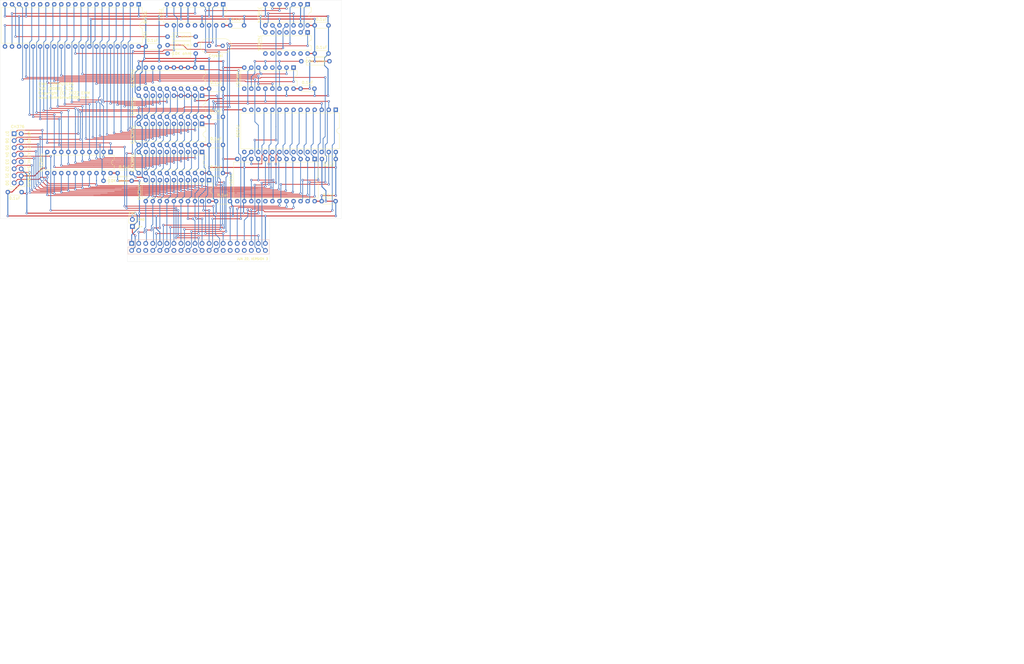
<source format=kicad_pcb>
(kicad_pcb (version 20171130) (host pcbnew "(5.1.8)-1")
  (layers (0 F.Cu signal) (31 B.Cu signal) (34 B.Paste user) (35 F.Paste user) (36 B.SilkS user) (37 F.SilkS user) (38 B.Mask user) (39 F.Mask user) (44 Edge.Cuts user))
  (net 0 "")
  (net 1 /5+)
  (net 2 /GND)
  (net 3 /IRQ2)
  (net 4 /ALE)
  (net 5 /RDY1)
  (net 6 /A15)
  (net 7 /A14)
  (net 8 /A13)
  (net 9 /A12)
  (net 10 /A11)
  (net 11 /A10)
  (net 12 /A9)
  (net 13 /A8)
  (net 14 /A1)
  (net 15 /A0)
  (net 16 /MWR)
  (net 17 /MRD)
  (net 18 /IOWR)
  (net 19 /IORD)
  (net 20 /AD0)
  (net 21 /AD2)
  (net 22 /AD4)
  (net 23 /AD6)
  (net 24 /AD1)
  (net 25 /AD3)
  (net 26 /AD5)
  (net 27 /AD7)
  (net 28 /A16_)
  (net 29 /A18_)
  (net 30 /A17_)
  (net 31 /A19_)
  (net 32 /SPK_OUT)
  (net 33 /HF_PCLK)
  (net 34 /HOLDA)
  (net 35 /HOLD)
  (net 36 /RESET)
  (net 37 /IO_004X)
  (net 38 /IO_002X)
  (net 39 /IRQ1)
  (net 40 /DEN)
  (net 41 /X1)
  (net 42 /DTR)
  (net 43 /X2)
  (net 44 /CLK1)
  (net 45 /CLK_88)
  (net 46 /PU1)
  (net 47 /READY1)
  (net 48 /RESET1)
  (net 49 /INTR)
  (net 50 /RD)
  (net 51 /WR)
  (net 52 /IO_M)
  (net 53 /INTA)
  (net 54 "Net-(U6-Pad12)")
  (net 55 /IRQ0)
  (net 56 "Net-(U7-Pad13)")
  (net 57 "Net-(U6-Pad14)")
  (net 58 "Net-(U7-Pad12)")
  (net 59 "Net-(U7-Pad15)")
  (net 60 "Net-(U8-Pad13)")
  (net 61 /BUS_7)
  (net 62 /BUS_6)
  (net 63 /BUS_5)
  (net 64 /BUS_4)
  (net 65 /BUS_3)
  (net 66 /BUS_2)
  (net 67 /BUS_1)
  (net 68 /BUS_0)
  (net 69 /A0-A7_OUTPUT_E)
  (net 70 /A8-A15_OUTPUT_E)
  (net 71 /3V3)
  (net 72 "Net-(J1-Pad34)")
  (net 73 "Net-(J1-Pad30)")
  (net 74 "Net-(J1-Pad25)")
  (net 75 "Net-(J1-Pad20)")
  (net 76 "Net-(J1-Pad17)")
  (net 77 "Net-(J1-Pad14)")
  (net 78 "Net-(J1-Pad6)")
  (net 79 "Net-(J1-Pad4)")
  (net 80 /A16-A19_OUTPUT_E)
  (net 81 /S0_S2_OUTPUT_E)
  (net 82 /CLR)
  (net 83 /NOT_Q)
  (net 84 /BUS_READY)
  (net 85 /PCLK1)
  (net 86 /PCLK88)
  (net 87 /FBK)
  (net 88 /SSO)
  (net 89 /D7)
  (net 90 /D6)
  (net 91 /D5)
  (net 92 /D4)
  (net 93 /D3)
  (net 94 /D2)
  (net 95 /D1)
  (net 96 /D0)
  (net 97 /D0_D7_OUTPUT_E)
  (net 98 /D0_D7_DIR)
  (net 99 /INT)
  (net 100 /A2)
  (net 101 /IO_00EX)
  (net 102 "Net-(J1-Pad36)")
  (net 103 "Net-(J1-Pad32)")
  (net 104 "Net-(J1-Pad28)")
  (net 105 "Net-(U7-Pad25)")
  (net 106 "Net-(U7-Pad24)")
  (net 107 "Net-(U7-Pad23)")
  (net 108 "Net-(U7-Pad22)")
  (net 109 "Net-(U7-Pad21)")
  (module Package_DIP:DIP-24_W15.24mm (layer F.Cu) (at 193.03238 90.6526 270)
    (fp_text reference U8 hide)
    (fp_text value 71054 (at 7.62 30.27 270 unlocked) (layer F.SilkS))
    (pad 24 thru_hole oval (at 15.24 0 270) (size 1.6 1.6) (drill 0.8) (layers *.Cu *.Mask) (net 71 /3V3))
    (pad 12 thru_hole oval (at 0 27.94 270) (size 1.6 1.6) (drill 0.8) (layers *.Cu *.Mask) (net 2 /GND))
    (pad 23 thru_hole oval (at 15.24 2.54 270) (size 1.6 1.6) (drill 0.8) (layers *.Cu *.Mask) (net 18 /IOWR))
    (pad 11 thru_hole oval (at 0 25.4 270) (size 1.6 1.6) (drill 0.8) (layers *.Cu *.Mask) (net 71 /3V3))
    (pad 22 thru_hole oval (at 15.24 5.08 270) (size 1.6 1.6) (drill 0.8) (layers *.Cu *.Mask) (net 19 /IORD))
    (pad 10 thru_hole oval (at 0 22.86 270) (size 1.6 1.6) (drill 0.8) (layers *.Cu *.Mask) (net 55 /IRQ0))
    (pad 21 thru_hole oval (at 15.24 7.62 270) (size 1.6 1.6) (drill 0.8) (layers *.Cu *.Mask) (net 37 /IO_004X))
    (pad 9 thru_hole oval (at 0 20.32 270) (size 1.6 1.6) (drill 0.8) (layers *.Cu *.Mask) (net 33 /HF_PCLK))
    (pad 20 thru_hole oval (at 15.24 10.16 270) (size 1.6 1.6) (drill 0.8) (layers *.Cu *.Mask) (net 14 /A1))
    (pad 8 thru_hole oval (at 0 17.78 270) (size 1.6 1.6) (drill 0.8) (layers *.Cu *.Mask) (net 89 /D7))
    (pad 19 thru_hole oval (at 15.24 12.7 270) (size 1.6 1.6) (drill 0.8) (layers *.Cu *.Mask) (net 15 /A0))
    (pad 7 thru_hole oval (at 0 15.24 270) (size 1.6 1.6) (drill 0.8) (layers *.Cu *.Mask) (net 90 /D6))
    (pad 18 thru_hole oval (at 15.24 15.24 270) (size 1.6 1.6) (drill 0.8) (layers *.Cu *.Mask) (net 33 /HF_PCLK))
    (pad 6 thru_hole oval (at 0 12.7 270) (size 1.6 1.6) (drill 0.8) (layers *.Cu *.Mask) (net 91 /D5))
    (pad 17 thru_hole oval (at 15.24 17.78 270) (size 1.6 1.6) (drill 0.8) (layers *.Cu *.Mask) (net 32 /SPK_OUT))
    (pad 5 thru_hole oval (at 0 10.16 270) (size 1.6 1.6) (drill 0.8) (layers *.Cu *.Mask) (net 92 /D4))
    (pad 16 thru_hole oval (at 15.24 20.32 270) (size 1.6 1.6) (drill 0.8) (layers *.Cu *.Mask) (net 71 /3V3))
    (pad 4 thru_hole oval (at 0 7.62 270) (size 1.6 1.6) (drill 0.8) (layers *.Cu *.Mask) (net 93 /D3))
    (pad 15 thru_hole oval (at 15.24 22.86 270) (size 1.6 1.6) (drill 0.8) (layers *.Cu *.Mask) (net 33 /HF_PCLK))
    (pad 3 thru_hole oval (at 0 5.08 270) (size 1.6 1.6) (drill 0.8) (layers *.Cu *.Mask) (net 94 /D2))
    (pad 14 thru_hole oval (at 15.24 25.4 270) (size 1.6 1.6) (drill 0.8) (layers *.Cu *.Mask) (net 71 /3V3))
    (pad 2 thru_hole oval (at 0 2.54 270) (size 1.6 1.6) (drill 0.8) (layers *.Cu *.Mask) (net 95 /D1))
    (pad 13 thru_hole oval (at 15.24 27.94 270) (size 1.6 1.6) (drill 0.8) (layers *.Cu *.Mask) (net 60 "Net-(U8-Pad13)"))
    (pad 1 thru_hole rect (at 0 0 270) (size 1.6 1.6) (drill 0.8) (layers *.Cu *.Mask) (net 96 /D0))
  )
  (module Capacitor_THT:C_Disc_D4.3mm_W1.9mm_P5.00mm (layer F.Cu) (at 82.28838 102.5906)
    (fp_text reference C14 hide)
    (fp_text value 0.1uF (at 2.5 2.2) (layer F.SilkS))
    (pad 2 thru_hole circle (at 5 0) (size 1.6 1.6) (drill 0.8) (layers *.Cu *.Mask) (net 1 /5+))
    (pad 1 thru_hole circle (at 0 0) (size 1.6 1.6) (drill 0.8) (layers *.Cu *.Mask) (net 2 /GND))
  )
  (module Connector_PinHeader_2.54mm:PinHeader_2x08_P2.54mm_Vertical (layer F.Cu) (at 84.57438 81.5086)
    (fp_text reference J3 hide)
    (fp_text value CH376 (at 1.27 -2.54) (layer F.SilkS))
    (pad 16 thru_hole oval (at 2.54 17.78) (size 1.7 1.7) (drill 1) (layers *.Cu *.Mask) (net 2 /GND))
    (pad 15 thru_hole oval (at 0 17.78) (size 1.7 1.7) (drill 1) (layers *.Cu *.Mask) (net 96 /D0))
    (pad 14 thru_hole oval (at 2.54 15.24) (size 1.7 1.7) (drill 1) (layers *.Cu *.Mask) (net 2 /GND))
    (pad 13 thru_hole oval (at 0 15.24) (size 1.7 1.7) (drill 1) (layers *.Cu *.Mask) (net 95 /D1))
    (pad 12 thru_hole oval (at 2.54 12.7) (size 1.7 1.7) (drill 1) (layers *.Cu *.Mask) (net 1 /5+))
    (pad 11 thru_hole oval (at 0 12.7) (size 1.7 1.7) (drill 1) (layers *.Cu *.Mask) (net 94 /D2))
    (pad 10 thru_hole oval (at 2.54 10.16) (size 1.7 1.7) (drill 1) (layers *.Cu *.Mask) (net 99 /INT))
    (pad 9 thru_hole oval (at 0 10.16) (size 1.7 1.7) (drill 1) (layers *.Cu *.Mask) (net 93 /D3))
    (pad 8 thru_hole oval (at 2.54 7.62) (size 1.7 1.7) (drill 1) (layers *.Cu *.Mask) (net 100 /A2))
    (pad 7 thru_hole oval (at 0 7.62) (size 1.7 1.7) (drill 1) (layers *.Cu *.Mask) (net 92 /D4))
    (pad 6 thru_hole oval (at 2.54 5.08) (size 1.7 1.7) (drill 1) (layers *.Cu *.Mask) (net 101 /IO_00EX))
    (pad 5 thru_hole oval (at 0 5.08) (size 1.7 1.7) (drill 1) (layers *.Cu *.Mask) (net 91 /D5))
    (pad 4 thru_hole oval (at 2.54 2.54) (size 1.7 1.7) (drill 1) (layers *.Cu *.Mask) (net 19 /IORD))
    (pad 3 thru_hole oval (at 0 2.54) (size 1.7 1.7) (drill 1) (layers *.Cu *.Mask) (net 90 /D6))
    (pad 2 thru_hole oval (at 2.54 0) (size 1.7 1.7) (drill 1) (layers *.Cu *.Mask) (net 18 /IOWR))
    (pad 1 thru_hole rect (at 0 0) (size 1.7 1.7) (drill 1) (layers *.Cu *.Mask) (net 89 /D7))
  )
  (module Package_DIP:DIP-20_W7.62mm (layer F.Cu) (at 154.93238 98.2726 270)
    (fp_text reference U13 hide)
    (fp_text value 74HC245 (at 3.81 25.19 270 unlocked) (layer F.SilkS))
    (pad 20 thru_hole oval (at 7.62 0 270) (size 1.6 1.6) (drill 0.8) (layers *.Cu *.Mask) (net 71 /3V3))
    (pad 10 thru_hole oval (at 0 22.86 270) (size 1.6 1.6) (drill 0.8) (layers *.Cu *.Mask) (net 2 /GND))
    (pad 19 thru_hole oval (at 7.62 2.54 270) (size 1.6 1.6) (drill 0.8) (layers *.Cu *.Mask) (net 97 /D0_D7_OUTPUT_E))
    (pad 9 thru_hole oval (at 0 20.32 270) (size 1.6 1.6) (drill 0.8) (layers *.Cu *.Mask) (net 96 /D0))
    (pad 18 thru_hole oval (at 7.62 5.08 270) (size 1.6 1.6) (drill 0.8) (layers *.Cu *.Mask) (net 61 /BUS_7))
    (pad 8 thru_hole oval (at 0 17.78 270) (size 1.6 1.6) (drill 0.8) (layers *.Cu *.Mask) (net 95 /D1))
    (pad 17 thru_hole oval (at 7.62 7.62 270) (size 1.6 1.6) (drill 0.8) (layers *.Cu *.Mask) (net 62 /BUS_6))
    (pad 7 thru_hole oval (at 0 15.24 270) (size 1.6 1.6) (drill 0.8) (layers *.Cu *.Mask) (net 94 /D2))
    (pad 16 thru_hole oval (at 7.62 10.16 270) (size 1.6 1.6) (drill 0.8) (layers *.Cu *.Mask) (net 63 /BUS_5))
    (pad 6 thru_hole oval (at 0 12.7 270) (size 1.6 1.6) (drill 0.8) (layers *.Cu *.Mask) (net 93 /D3))
    (pad 15 thru_hole oval (at 7.62 12.7 270) (size 1.6 1.6) (drill 0.8) (layers *.Cu *.Mask) (net 64 /BUS_4))
    (pad 5 thru_hole oval (at 0 10.16 270) (size 1.6 1.6) (drill 0.8) (layers *.Cu *.Mask) (net 92 /D4))
    (pad 14 thru_hole oval (at 7.62 15.24 270) (size 1.6 1.6) (drill 0.8) (layers *.Cu *.Mask) (net 65 /BUS_3))
    (pad 4 thru_hole oval (at 0 7.62 270) (size 1.6 1.6) (drill 0.8) (layers *.Cu *.Mask) (net 91 /D5))
    (pad 13 thru_hole oval (at 7.62 17.78 270) (size 1.6 1.6) (drill 0.8) (layers *.Cu *.Mask) (net 66 /BUS_2))
    (pad 3 thru_hole oval (at 0 5.08 270) (size 1.6 1.6) (drill 0.8) (layers *.Cu *.Mask) (net 90 /D6))
    (pad 12 thru_hole oval (at 7.62 20.32 270) (size 1.6 1.6) (drill 0.8) (layers *.Cu *.Mask) (net 67 /BUS_1))
    (pad 2 thru_hole oval (at 0 2.54 270) (size 1.6 1.6) (drill 0.8) (layers *.Cu *.Mask) (net 89 /D7))
    (pad 11 thru_hole oval (at 7.62 22.86 270) (size 1.6 1.6) (drill 0.8) (layers *.Cu *.Mask) (net 68 /BUS_0))
    (pad 1 thru_hole rect (at 0 0 270) (size 1.6 1.6) (drill 0.8) (layers *.Cu *.Mask) (net 98 /D0_D7_DIR))
  )
  (module Capacitor_THT:C_Disc_D4.3mm_W1.9mm_P5.00mm (layer F.Cu) (at 162.47238 105.8926 180)
    (fp_text reference C13 hide)
    (fp_text value 0.1uF (at 2.5 2.2) (layer F.SilkS))
    (pad 2 thru_hole circle (at 5 0 180) (size 1.6 1.6) (drill 0.8) (layers *.Cu *.Mask) (net 71 /3V3))
    (pad 1 thru_hole circle (at 0 0 180) (size 1.6 1.6) (drill 0.8) (layers *.Cu *.Mask) (net 2 /GND))
  )
  (module Package_DIP:DIP-16_W7.62mm (layer F.Cu) (at 185.41238 57.6326 270)
    (fp_text reference U12 hide)
    (fp_text value 74HC257 (at 3.81 20.11 270 unlocked) (layer F.SilkS))
    (pad 16 thru_hole oval (at 7.62 0 270) (size 1.6 1.6) (drill 0.8) (layers *.Cu *.Mask) (net 71 /3V3))
    (pad 8 thru_hole oval (at 0 17.78 270) (size 1.6 1.6) (drill 0.8) (layers *.Cu *.Mask) (net 2 /GND))
    (pad 15 thru_hole oval (at 7.62 2.54 270) (size 1.6 1.6) (drill 0.8) (layers *.Cu *.Mask) (net 2 /GND))
    (pad 7 thru_hole oval (at 0 15.24 270) (size 1.6 1.6) (drill 0.8) (layers *.Cu *.Mask) (net 19 /IORD))
    (pad 14 thru_hole oval (at 7.62 5.08 270) (size 1.6 1.6) (drill 0.8) (layers *.Cu *.Mask) (net 46 /PU1))
    (pad 6 thru_hole oval (at 0 12.7 270) (size 1.6 1.6) (drill 0.8) (layers *.Cu *.Mask) (net 50 /RD))
    (pad 13 thru_hole oval (at 7.62 7.62 270) (size 1.6 1.6) (drill 0.8) (layers *.Cu *.Mask) (net 51 /WR))
    (pad 5 thru_hole oval (at 0 10.16 270) (size 1.6 1.6) (drill 0.8) (layers *.Cu *.Mask) (net 46 /PU1))
    (pad 12 thru_hole oval (at 7.62 10.16 270) (size 1.6 1.6) (drill 0.8) (layers *.Cu *.Mask) (net 18 /IOWR))
    (pad 4 thru_hole oval (at 0 7.62 270) (size 1.6 1.6) (drill 0.8) (layers *.Cu *.Mask) (net 17 /MRD))
    (pad 11 thru_hole oval (at 7.62 12.7 270) (size 1.6 1.6) (drill 0.8) (layers *.Cu *.Mask) (net 51 /WR))
    (pad 3 thru_hole oval (at 0 5.08 270) (size 1.6 1.6) (drill 0.8) (layers *.Cu *.Mask) (net 46 /PU1))
    (pad 10 thru_hole oval (at 7.62 15.24 270) (size 1.6 1.6) (drill 0.8) (layers *.Cu *.Mask) (net 46 /PU1))
    (pad 2 thru_hole oval (at 0 2.54 270) (size 1.6 1.6) (drill 0.8) (layers *.Cu *.Mask) (net 50 /RD))
    (pad 9 thru_hole oval (at 7.62 17.78 270) (size 1.6 1.6) (drill 0.8) (layers *.Cu *.Mask) (net 16 /MWR))
    (pad 1 thru_hole rect (at 0 0 270) (size 1.6 1.6) (drill 0.8) (layers *.Cu *.Mask) (net 52 /IO_M))
  )
  (module Resistor_THT:R_Axial_DIN0207_L6.3mm_D2.5mm_P10.16mm_Horizontal (layer F.Cu) (at 139.94638 52.5526)
    (fp_text reference R4 hide)
    (fp_text value "10K ohm" (at 5.08 0) (layer F.SilkS))
    (pad 2 thru_hole oval (at 10.16 0) (size 1.6 1.6) (drill 0.8) (layers *.Cu *.Mask) (net 2 /GND))
    (pad 1 thru_hole circle (at 0 0) (size 1.6 1.6) (drill 0.8) (layers *.Cu *.Mask) (net 35 /HOLD))
  )
  (module Resistor_THT:R_Axial_DIN0207_L6.3mm_D2.5mm_P10.16mm_Horizontal (layer F.Cu) (at 188.20638 55.3466)
    (fp_text reference R3 hide)
    (fp_text value "10K ohm" (at 5.08 0) (layer F.SilkS))
    (pad 2 thru_hole oval (at 10.16 0) (size 1.6 1.6) (drill 0.8) (layers *.Cu *.Mask) (net 71 /3V3))
    (pad 1 thru_hole circle (at 0 0) (size 1.6 1.6) (drill 0.8) (layers *.Cu *.Mask) (net 46 /PU1))
  )
  (module Capacitor_THT:C_Disc_D4.3mm_W1.9mm_P5.00mm (layer F.Cu) (at 192.95238 65.2526 180)
    (fp_text reference C12 hide)
    (fp_text value 0.1uF (at 2.5 2.2) (layer F.SilkS))
    (pad 2 thru_hole circle (at 5 0 180) (size 1.6 1.6) (drill 0.8) (layers *.Cu *.Mask) (net 71 /3V3))
    (pad 1 thru_hole circle (at 0 0 180) (size 1.6 1.6) (drill 0.8) (layers *.Cu *.Mask) (net 2 /GND))
  )
  (module Crystal:Crystal_HC18-U_Vertical (layer F.Cu) (at 154.93238 49.7586)
    (fp_text reference Y1 hide)
    (fp_text value Crystal (at 2.45 3.525) (layer F.SilkS))
    (pad 2 thru_hole circle (at 4.9 0) (size 1.5 1.5) (drill 0.8) (layers *.Cu *.Mask) (net 41 /X1))
    (pad 1 thru_hole circle (at 0 0) (size 1.5 1.5) (drill 0.8) (layers *.Cu *.Mask) (net 43 /X2))
  )
  (module Package_DIP:DIP-14_W7.62mm (layer F.Cu) (at 190.49238 34.7726 270)
    (fp_text reference U11 hide)
    (fp_text value 74HC74 (at 3.81 17.57 270 unlocked) (layer F.SilkS))
    (pad 14 thru_hole oval (at 7.62 0 270) (size 1.6 1.6) (drill 0.8) (layers *.Cu *.Mask) (net 71 /3V3))
    (pad 7 thru_hole oval (at 0 15.24 270) (size 1.6 1.6) (drill 0.8) (layers *.Cu *.Mask) (net 2 /GND))
    (pad 13 thru_hole oval (at 7.62 2.54 270) (size 1.6 1.6) (drill 0.8) (layers *.Cu *.Mask) (net 71 /3V3))
    (pad 6 thru_hole oval (at 0 12.7 270) (size 1.6 1.6) (drill 0.8) (layers *.Cu *.Mask) (net 83 /NOT_Q))
    (pad 12 thru_hole oval (at 7.62 5.08 270) (size 1.6 1.6) (drill 0.8) (layers *.Cu *.Mask) (net 87 /FBK))
    (pad 5 thru_hole oval (at 0 10.16 270) (size 1.6 1.6) (drill 0.8) (layers *.Cu *.Mask) (net 5 /RDY1))
    (pad 11 thru_hole oval (at 7.62 7.62 270) (size 1.6 1.6) (drill 0.8) (layers *.Cu *.Mask) (net 86 /PCLK88))
    (pad 4 thru_hole oval (at 0 7.62 270) (size 1.6 1.6) (drill 0.8) (layers *.Cu *.Mask) (net 83 /NOT_Q))
    (pad 10 thru_hole oval (at 7.62 10.16 270) (size 1.6 1.6) (drill 0.8) (layers *.Cu *.Mask) (net 71 /3V3))
    (pad 3 thru_hole oval (at 0 5.08 270) (size 1.6 1.6) (drill 0.8) (layers *.Cu *.Mask) (net 84 /BUS_READY))
    (pad 9 thru_hole oval (at 7.62 12.7 270) (size 1.6 1.6) (drill 0.8) (layers *.Cu *.Mask) (net 33 /HF_PCLK))
    (pad 2 thru_hole oval (at 0 2.54 270) (size 1.6 1.6) (drill 0.8) (layers *.Cu *.Mask) (net 71 /3V3))
    (pad 8 thru_hole oval (at 7.62 15.24 270) (size 1.6 1.6) (drill 0.8) (layers *.Cu *.Mask) (net 87 /FBK))
    (pad 1 thru_hole rect (at 0 0 270) (size 1.6 1.6) (drill 0.8) (layers *.Cu *.Mask) (net 82 /CLR))
  )
  (module Package_DIP:DIP-14_W7.62mm (layer F.Cu) (at 190.49238 44.9326 270)
    (fp_text reference U10 hide)
    (fp_text value 74HC04 (at 3.81 17.57 270 unlocked) (layer F.SilkS))
    (pad 14 thru_hole oval (at 7.62 0 270) (size 1.6 1.6) (drill 0.8) (layers *.Cu *.Mask) (net 71 /3V3))
    (pad 7 thru_hole oval (at 0 15.24 270) (size 1.6 1.6) (drill 0.8) (layers *.Cu *.Mask) (net 2 /GND))
    (pad 13 thru_hole oval (at 7.62 2.54 270) (size 1.6 1.6) (drill 0.8) (layers *.Cu *.Mask))
    (pad 6 thru_hole oval (at 0 12.7 270) (size 1.6 1.6) (drill 0.8) (layers *.Cu *.Mask))
    (pad 12 thru_hole oval (at 7.62 5.08 270) (size 1.6 1.6) (drill 0.8) (layers *.Cu *.Mask))
    (pad 5 thru_hole oval (at 0 10.16 270) (size 1.6 1.6) (drill 0.8) (layers *.Cu *.Mask))
    (pad 11 thru_hole oval (at 7.62 7.62 270) (size 1.6 1.6) (drill 0.8) (layers *.Cu *.Mask))
    (pad 4 thru_hole oval (at 0 7.62 270) (size 1.6 1.6) (drill 0.8) (layers *.Cu *.Mask))
    (pad 10 thru_hole oval (at 7.62 10.16 270) (size 1.6 1.6) (drill 0.8) (layers *.Cu *.Mask))
    (pad 3 thru_hole oval (at 0 5.08 270) (size 1.6 1.6) (drill 0.8) (layers *.Cu *.Mask))
    (pad 9 thru_hole oval (at 7.62 12.7 270) (size 1.6 1.6) (drill 0.8) (layers *.Cu *.Mask))
    (pad 2 thru_hole oval (at 0 2.54 270) (size 1.6 1.6) (drill 0.8) (layers *.Cu *.Mask) (net 82 /CLR))
    (pad 8 thru_hole oval (at 7.62 15.24 270) (size 1.6 1.6) (drill 0.8) (layers *.Cu *.Mask))
    (pad 1 thru_hole rect (at 0 0 270) (size 1.6 1.6) (drill 0.8) (layers *.Cu *.Mask) (net 4 /ALE))
  )
  (module Package_DIP:DIP-20_W7.62mm (layer F.Cu) (at 152.39238 77.9526 270)
    (fp_text reference U9 hide)
    (fp_text value 74HC573 (at 3.81 25.19 270 unlocked) (layer F.SilkS))
    (pad 20 thru_hole oval (at 7.62 0 270) (size 1.6 1.6) (drill 0.8) (layers *.Cu *.Mask) (net 71 /3V3))
    (pad 10 thru_hole oval (at 0 22.86 270) (size 1.6 1.6) (drill 0.8) (layers *.Cu *.Mask) (net 2 /GND))
    (pad 19 thru_hole oval (at 7.62 2.54 270) (size 1.6 1.6) (drill 0.8) (layers *.Cu *.Mask) (net 61 /BUS_7))
    (pad 9 thru_hole oval (at 0 20.32 270) (size 1.6 1.6) (drill 0.8) (layers *.Cu *.Mask) (net 13 /A8))
    (pad 18 thru_hole oval (at 7.62 5.08 270) (size 1.6 1.6) (drill 0.8) (layers *.Cu *.Mask) (net 62 /BUS_6))
    (pad 8 thru_hole oval (at 0 17.78 270) (size 1.6 1.6) (drill 0.8) (layers *.Cu *.Mask) (net 12 /A9))
    (pad 17 thru_hole oval (at 7.62 7.62 270) (size 1.6 1.6) (drill 0.8) (layers *.Cu *.Mask) (net 63 /BUS_5))
    (pad 7 thru_hole oval (at 0 15.24 270) (size 1.6 1.6) (drill 0.8) (layers *.Cu *.Mask) (net 11 /A10))
    (pad 16 thru_hole oval (at 7.62 10.16 270) (size 1.6 1.6) (drill 0.8) (layers *.Cu *.Mask) (net 64 /BUS_4))
    (pad 6 thru_hole oval (at 0 12.7 270) (size 1.6 1.6) (drill 0.8) (layers *.Cu *.Mask) (net 10 /A11))
    (pad 15 thru_hole oval (at 7.62 12.7 270) (size 1.6 1.6) (drill 0.8) (layers *.Cu *.Mask) (net 65 /BUS_3))
    (pad 5 thru_hole oval (at 0 10.16 270) (size 1.6 1.6) (drill 0.8) (layers *.Cu *.Mask) (net 9 /A12))
    (pad 14 thru_hole oval (at 7.62 15.24 270) (size 1.6 1.6) (drill 0.8) (layers *.Cu *.Mask) (net 66 /BUS_2))
    (pad 4 thru_hole oval (at 0 7.62 270) (size 1.6 1.6) (drill 0.8) (layers *.Cu *.Mask) (net 8 /A13))
    (pad 13 thru_hole oval (at 7.62 17.78 270) (size 1.6 1.6) (drill 0.8) (layers *.Cu *.Mask) (net 67 /BUS_1))
    (pad 3 thru_hole oval (at 0 5.08 270) (size 1.6 1.6) (drill 0.8) (layers *.Cu *.Mask) (net 7 /A14))
    (pad 12 thru_hole oval (at 7.62 20.32 270) (size 1.6 1.6) (drill 0.8) (layers *.Cu *.Mask) (net 68 /BUS_0))
    (pad 2 thru_hole oval (at 0 2.54 270) (size 1.6 1.6) (drill 0.8) (layers *.Cu *.Mask) (net 6 /A15))
    (pad 11 thru_hole oval (at 7.62 22.86 270) (size 1.6 1.6) (drill 0.8) (layers *.Cu *.Mask) (net 4 /ALE))
    (pad 1 thru_hole rect (at 0 0 270) (size 1.6 1.6) (drill 0.8) (layers *.Cu *.Mask) (net 70 /A8-A15_OUTPUT_E))
  )
  (module Package_DIP:DIP-28_W15.24mm (layer F.Cu) (at 200.65238 72.8726 270)
    (fp_text reference U7 hide)
    (fp_text value 71059 (at 7.62 35.35 270 unlocked) (layer F.SilkS))
    (pad 28 thru_hole oval (at 15.24 0 270) (size 1.6 1.6) (drill 0.8) (layers *.Cu *.Mask) (net 71 /3V3))
    (pad 14 thru_hole oval (at 0 33.02 270) (size 1.6 1.6) (drill 0.8) (layers *.Cu *.Mask) (net 2 /GND))
    (pad 27 thru_hole oval (at 15.24 2.54 270) (size 1.6 1.6) (drill 0.8) (layers *.Cu *.Mask) (net 15 /A0))
    (pad 13 thru_hole oval (at 0 30.48 270) (size 1.6 1.6) (drill 0.8) (layers *.Cu *.Mask) (net 56 "Net-(U7-Pad13)"))
    (pad 26 thru_hole oval (at 15.24 5.08 270) (size 1.6 1.6) (drill 0.8) (layers *.Cu *.Mask) (net 53 /INTA))
    (pad 12 thru_hole oval (at 0 27.94 270) (size 1.6 1.6) (drill 0.8) (layers *.Cu *.Mask) (net 58 "Net-(U7-Pad12)"))
    (pad 25 thru_hole oval (at 15.24 7.62 270) (size 1.6 1.6) (drill 0.8) (layers *.Cu *.Mask) (net 105 "Net-(U7-Pad25)"))
    (pad 11 thru_hole oval (at 0 25.4 270) (size 1.6 1.6) (drill 0.8) (layers *.Cu *.Mask) (net 89 /D7))
    (pad 24 thru_hole oval (at 15.24 10.16 270) (size 1.6 1.6) (drill 0.8) (layers *.Cu *.Mask) (net 106 "Net-(U7-Pad24)"))
    (pad 10 thru_hole oval (at 0 22.86 270) (size 1.6 1.6) (drill 0.8) (layers *.Cu *.Mask) (net 90 /D6))
    (pad 23 thru_hole oval (at 15.24 12.7 270) (size 1.6 1.6) (drill 0.8) (layers *.Cu *.Mask) (net 107 "Net-(U7-Pad23)"))
    (pad 9 thru_hole oval (at 0 20.32 270) (size 1.6 1.6) (drill 0.8) (layers *.Cu *.Mask) (net 91 /D5))
    (pad 22 thru_hole oval (at 15.24 15.24 270) (size 1.6 1.6) (drill 0.8) (layers *.Cu *.Mask) (net 108 "Net-(U7-Pad22)"))
    (pad 8 thru_hole oval (at 0 17.78 270) (size 1.6 1.6) (drill 0.8) (layers *.Cu *.Mask) (net 92 /D4))
    (pad 21 thru_hole oval (at 15.24 17.78 270) (size 1.6 1.6) (drill 0.8) (layers *.Cu *.Mask) (net 109 "Net-(U7-Pad21)"))
    (pad 7 thru_hole oval (at 0 15.24 270) (size 1.6 1.6) (drill 0.8) (layers *.Cu *.Mask) (net 93 /D3))
    (pad 20 thru_hole oval (at 15.24 20.32 270) (size 1.6 1.6) (drill 0.8) (layers *.Cu *.Mask) (net 3 /IRQ2))
    (pad 6 thru_hole oval (at 0 12.7 270) (size 1.6 1.6) (drill 0.8) (layers *.Cu *.Mask) (net 94 /D2))
    (pad 19 thru_hole oval (at 15.24 22.86 270) (size 1.6 1.6) (drill 0.8) (layers *.Cu *.Mask) (net 39 /IRQ1))
    (pad 5 thru_hole oval (at 0 10.16 270) (size 1.6 1.6) (drill 0.8) (layers *.Cu *.Mask) (net 95 /D1))
    (pad 18 thru_hole oval (at 15.24 25.4 270) (size 1.6 1.6) (drill 0.8) (layers *.Cu *.Mask) (net 55 /IRQ0))
    (pad 4 thru_hole oval (at 0 7.62 270) (size 1.6 1.6) (drill 0.8) (layers *.Cu *.Mask) (net 96 /D0))
    (pad 17 thru_hole oval (at 15.24 27.94 270) (size 1.6 1.6) (drill 0.8) (layers *.Cu *.Mask) (net 49 /INTR))
    (pad 3 thru_hole oval (at 0 5.08 270) (size 1.6 1.6) (drill 0.8) (layers *.Cu *.Mask) (net 19 /IORD))
    (pad 16 thru_hole oval (at 15.24 30.48 270) (size 1.6 1.6) (drill 0.8) (layers *.Cu *.Mask) (net 71 /3V3))
    (pad 2 thru_hole oval (at 0 2.54 270) (size 1.6 1.6) (drill 0.8) (layers *.Cu *.Mask) (net 18 /IOWR))
    (pad 15 thru_hole oval (at 15.24 33.02 270) (size 1.6 1.6) (drill 0.8) (layers *.Cu *.Mask) (net 59 "Net-(U7-Pad15)"))
    (pad 1 thru_hole rect (at 0 0 270) (size 1.6 1.6) (drill 0.8) (layers *.Cu *.Mask) (net 38 /IO_002X))
  )
  (module Package_DIP:DIP-18_W7.62mm (layer F.Cu) (at 160.01238 34.7726 270)
    (fp_text reference U6 hide)
    (fp_text value 71011 (at 3.81 22.65 270 unlocked) (layer F.SilkS))
    (pad 18 thru_hole oval (at 7.62 0 270) (size 1.6 1.6) (drill 0.8) (layers *.Cu *.Mask) (net 71 /3V3))
    (pad 9 thru_hole oval (at 0 20.32 270) (size 1.6 1.6) (drill 0.8) (layers *.Cu *.Mask) (net 2 /GND))
    (pad 17 thru_hole oval (at 7.62 2.54 270) (size 1.6 1.6) (drill 0.8) (layers *.Cu *.Mask) (net 41 /X1))
    (pad 8 thru_hole oval (at 0 17.78 270) (size 1.6 1.6) (drill 0.8) (layers *.Cu *.Mask) (net 44 /CLK1))
    (pad 16 thru_hole oval (at 7.62 5.08 270) (size 1.6 1.6) (drill 0.8) (layers *.Cu *.Mask) (net 43 /X2))
    (pad 7 thru_hole oval (at 0 15.24 270) (size 1.6 1.6) (drill 0.8) (layers *.Cu *.Mask) (net 71 /3V3))
    (pad 15 thru_hole oval (at 7.62 7.62 270) (size 1.6 1.6) (drill 0.8) (layers *.Cu *.Mask) (net 2 /GND))
    (pad 6 thru_hole oval (at 0 12.7 270) (size 1.6 1.6) (drill 0.8) (layers *.Cu *.Mask) (net 2 /GND))
    (pad 14 thru_hole oval (at 7.62 10.16 270) (size 1.6 1.6) (drill 0.8) (layers *.Cu *.Mask) (net 57 "Net-(U6-Pad14)"))
    (pad 5 thru_hole oval (at 0 10.16 270) (size 1.6 1.6) (drill 0.8) (layers *.Cu *.Mask) (net 47 /READY1))
    (pad 13 thru_hole oval (at 7.62 12.7 270) (size 1.6 1.6) (drill 0.8) (layers *.Cu *.Mask) (net 2 /GND))
    (pad 4 thru_hole oval (at 0 7.62 270) (size 1.6 1.6) (drill 0.8) (layers *.Cu *.Mask) (net 5 /RDY1))
    (pad 12 thru_hole oval (at 7.62 15.24 270) (size 1.6 1.6) (drill 0.8) (layers *.Cu *.Mask) (net 54 "Net-(U6-Pad12)"))
    (pad 3 thru_hole oval (at 0 5.08 270) (size 1.6 1.6) (drill 0.8) (layers *.Cu *.Mask) (net 2 /GND))
    (pad 11 thru_hole oval (at 7.62 17.78 270) (size 1.6 1.6) (drill 0.8) (layers *.Cu *.Mask) (net 36 /RESET))
    (pad 2 thru_hole oval (at 0 2.54 270) (size 1.6 1.6) (drill 0.8) (layers *.Cu *.Mask) (net 85 /PCLK1))
    (pad 10 thru_hole oval (at 7.62 20.32 270) (size 1.6 1.6) (drill 0.8) (layers *.Cu *.Mask) (net 48 /RESET1))
    (pad 1 thru_hole rect (at 0 0 270) (size 1.6 1.6) (drill 0.8) (layers *.Cu *.Mask) (net 2 /GND))
  )
  (module Package_DIP:DIP-20_W7.62mm (layer F.Cu) (at 152.39238 57.6326 270)
    (fp_text reference U5 hide)
    (fp_text value 74HC573 (at 3.81 25.19 270 unlocked) (layer F.SilkS))
    (pad 20 thru_hole oval (at 7.62 0 270) (size 1.6 1.6) (drill 0.8) (layers *.Cu *.Mask) (net 71 /3V3))
    (pad 10 thru_hole oval (at 0 22.86 270) (size 1.6 1.6) (drill 0.8) (layers *.Cu *.Mask) (net 2 /GND))
    (pad 19 thru_hole oval (at 7.62 2.54 270) (size 1.6 1.6) (drill 0.8) (layers *.Cu *.Mask) (net 61 /BUS_7))
    (pad 9 thru_hole oval (at 0 20.32 270) (size 1.6 1.6) (drill 0.8) (layers *.Cu *.Mask) (net 88 /SSO))
    (pad 18 thru_hole oval (at 7.62 5.08 270) (size 1.6 1.6) (drill 0.8) (layers *.Cu *.Mask) (net 62 /BUS_6))
    (pad 8 thru_hole oval (at 0 17.78 270) (size 1.6 1.6) (drill 0.8) (layers *.Cu *.Mask) (net 42 /DTR))
    (pad 17 thru_hole oval (at 7.62 7.62 270) (size 1.6 1.6) (drill 0.8) (layers *.Cu *.Mask) (net 63 /BUS_5))
    (pad 7 thru_hole oval (at 0 15.24 270) (size 1.6 1.6) (drill 0.8) (layers *.Cu *.Mask) (net 52 /IO_M))
    (pad 16 thru_hole oval (at 7.62 10.16 270) (size 1.6 1.6) (drill 0.8) (layers *.Cu *.Mask) (net 64 /BUS_4))
    (pad 6 thru_hole oval (at 0 12.7 270) (size 1.6 1.6) (drill 0.8) (layers *.Cu *.Mask) (net 2 /GND))
    (pad 15 thru_hole oval (at 7.62 12.7 270) (size 1.6 1.6) (drill 0.8) (layers *.Cu *.Mask) (net 65 /BUS_3))
    (pad 5 thru_hole oval (at 0 10.16 270) (size 1.6 1.6) (drill 0.8) (layers *.Cu *.Mask) (net 2 /GND))
    (pad 14 thru_hole oval (at 7.62 15.24 270) (size 1.6 1.6) (drill 0.8) (layers *.Cu *.Mask) (net 66 /BUS_2))
    (pad 4 thru_hole oval (at 0 7.62 270) (size 1.6 1.6) (drill 0.8) (layers *.Cu *.Mask) (net 2 /GND))
    (pad 13 thru_hole oval (at 7.62 17.78 270) (size 1.6 1.6) (drill 0.8) (layers *.Cu *.Mask) (net 67 /BUS_1))
    (pad 3 thru_hole oval (at 0 5.08 270) (size 1.6 1.6) (drill 0.8) (layers *.Cu *.Mask) (net 2 /GND))
    (pad 12 thru_hole oval (at 7.62 20.32 270) (size 1.6 1.6) (drill 0.8) (layers *.Cu *.Mask) (net 68 /BUS_0))
    (pad 2 thru_hole oval (at 0 2.54 270) (size 1.6 1.6) (drill 0.8) (layers *.Cu *.Mask) (net 2 /GND))
    (pad 11 thru_hole oval (at 7.62 22.86 270) (size 1.6 1.6) (drill 0.8) (layers *.Cu *.Mask) (net 71 /3V3))
    (pad 1 thru_hole rect (at 0 0 270) (size 1.6 1.6) (drill 0.8) (layers *.Cu *.Mask) (net 81 /S0_S2_OUTPUT_E))
  )
  (module Package_DIP:DIP-20_W7.62mm (layer F.Cu) (at 119.37238 88.1126 270)
    (fp_text reference U4 hide)
    (fp_text value 74HC245 (at 3.81 25.19 270 unlocked) (layer F.SilkS))
    (pad 20 thru_hole oval (at 7.62 0 270) (size 1.6 1.6) (drill 0.8) (layers *.Cu *.Mask) (net 71 /3V3))
    (pad 10 thru_hole oval (at 0 22.86 270) (size 1.6 1.6) (drill 0.8) (layers *.Cu *.Mask) (net 2 /GND))
    (pad 19 thru_hole oval (at 7.62 2.54 270) (size 1.6 1.6) (drill 0.8) (layers *.Cu *.Mask) (net 40 /DEN))
    (pad 9 thru_hole oval (at 0 20.32 270) (size 1.6 1.6) (drill 0.8) (layers *.Cu *.Mask) (net 20 /AD0))
    (pad 18 thru_hole oval (at 7.62 5.08 270) (size 1.6 1.6) (drill 0.8) (layers *.Cu *.Mask) (net 89 /D7))
    (pad 8 thru_hole oval (at 0 17.78 270) (size 1.6 1.6) (drill 0.8) (layers *.Cu *.Mask) (net 24 /AD1))
    (pad 17 thru_hole oval (at 7.62 7.62 270) (size 1.6 1.6) (drill 0.8) (layers *.Cu *.Mask) (net 90 /D6))
    (pad 7 thru_hole oval (at 0 15.24 270) (size 1.6 1.6) (drill 0.8) (layers *.Cu *.Mask) (net 21 /AD2))
    (pad 16 thru_hole oval (at 7.62 10.16 270) (size 1.6 1.6) (drill 0.8) (layers *.Cu *.Mask) (net 91 /D5))
    (pad 6 thru_hole oval (at 0 12.7 270) (size 1.6 1.6) (drill 0.8) (layers *.Cu *.Mask) (net 25 /AD3))
    (pad 15 thru_hole oval (at 7.62 12.7 270) (size 1.6 1.6) (drill 0.8) (layers *.Cu *.Mask) (net 92 /D4))
    (pad 5 thru_hole oval (at 0 10.16 270) (size 1.6 1.6) (drill 0.8) (layers *.Cu *.Mask) (net 22 /AD4))
    (pad 14 thru_hole oval (at 7.62 15.24 270) (size 1.6 1.6) (drill 0.8) (layers *.Cu *.Mask) (net 93 /D3))
    (pad 4 thru_hole oval (at 0 7.62 270) (size 1.6 1.6) (drill 0.8) (layers *.Cu *.Mask) (net 26 /AD5))
    (pad 13 thru_hole oval (at 7.62 17.78 270) (size 1.6 1.6) (drill 0.8) (layers *.Cu *.Mask) (net 94 /D2))
    (pad 3 thru_hole oval (at 0 5.08 270) (size 1.6 1.6) (drill 0.8) (layers *.Cu *.Mask) (net 23 /AD6))
    (pad 12 thru_hole oval (at 7.62 20.32 270) (size 1.6 1.6) (drill 0.8) (layers *.Cu *.Mask) (net 95 /D1))
    (pad 2 thru_hole oval (at 0 2.54 270) (size 1.6 1.6) (drill 0.8) (layers *.Cu *.Mask) (net 27 /AD7))
    (pad 11 thru_hole oval (at 7.62 22.86 270) (size 1.6 1.6) (drill 0.8) (layers *.Cu *.Mask) (net 96 /D0))
    (pad 1 thru_hole rect (at 0 0 270) (size 1.6 1.6) (drill 0.8) (layers *.Cu *.Mask) (net 42 /DTR))
  )
  (module Package_DIP:DIP-20_W7.62mm (layer F.Cu) (at 152.39238 88.1126 270)
    (fp_text reference U3 hide)
    (fp_text value 74HC573 (at 3.81 25.19 270 unlocked) (layer F.SilkS))
    (pad 20 thru_hole oval (at 7.62 0 270) (size 1.6 1.6) (drill 0.8) (layers *.Cu *.Mask) (net 71 /3V3))
    (pad 10 thru_hole oval (at 0 22.86 270) (size 1.6 1.6) (drill 0.8) (layers *.Cu *.Mask) (net 2 /GND))
    (pad 19 thru_hole oval (at 7.62 2.54 270) (size 1.6 1.6) (drill 0.8) (layers *.Cu *.Mask) (net 61 /BUS_7))
    (pad 9 thru_hole oval (at 0 20.32 270) (size 1.6 1.6) (drill 0.8) (layers *.Cu *.Mask) (net 20 /AD0))
    (pad 18 thru_hole oval (at 7.62 5.08 270) (size 1.6 1.6) (drill 0.8) (layers *.Cu *.Mask) (net 62 /BUS_6))
    (pad 8 thru_hole oval (at 0 17.78 270) (size 1.6 1.6) (drill 0.8) (layers *.Cu *.Mask) (net 24 /AD1))
    (pad 17 thru_hole oval (at 7.62 7.62 270) (size 1.6 1.6) (drill 0.8) (layers *.Cu *.Mask) (net 63 /BUS_5))
    (pad 7 thru_hole oval (at 0 15.24 270) (size 1.6 1.6) (drill 0.8) (layers *.Cu *.Mask) (net 21 /AD2))
    (pad 16 thru_hole oval (at 7.62 10.16 270) (size 1.6 1.6) (drill 0.8) (layers *.Cu *.Mask) (net 64 /BUS_4))
    (pad 6 thru_hole oval (at 0 12.7 270) (size 1.6 1.6) (drill 0.8) (layers *.Cu *.Mask) (net 25 /AD3))
    (pad 15 thru_hole oval (at 7.62 12.7 270) (size 1.6 1.6) (drill 0.8) (layers *.Cu *.Mask) (net 65 /BUS_3))
    (pad 5 thru_hole oval (at 0 10.16 270) (size 1.6 1.6) (drill 0.8) (layers *.Cu *.Mask) (net 22 /AD4))
    (pad 14 thru_hole oval (at 7.62 15.24 270) (size 1.6 1.6) (drill 0.8) (layers *.Cu *.Mask) (net 66 /BUS_2))
    (pad 4 thru_hole oval (at 0 7.62 270) (size 1.6 1.6) (drill 0.8) (layers *.Cu *.Mask) (net 26 /AD5))
    (pad 13 thru_hole oval (at 7.62 17.78 270) (size 1.6 1.6) (drill 0.8) (layers *.Cu *.Mask) (net 67 /BUS_1))
    (pad 3 thru_hole oval (at 0 5.08 270) (size 1.6 1.6) (drill 0.8) (layers *.Cu *.Mask) (net 23 /AD6))
    (pad 12 thru_hole oval (at 7.62 20.32 270) (size 1.6 1.6) (drill 0.8) (layers *.Cu *.Mask) (net 68 /BUS_0))
    (pad 2 thru_hole oval (at 0 2.54 270) (size 1.6 1.6) (drill 0.8) (layers *.Cu *.Mask) (net 27 /AD7))
    (pad 11 thru_hole oval (at 7.62 22.86 270) (size 1.6 1.6) (drill 0.8) (layers *.Cu *.Mask) (net 4 /ALE))
    (pad 1 thru_hole rect (at 0 0 270) (size 1.6 1.6) (drill 0.8) (layers *.Cu *.Mask) (net 69 /A0-A7_OUTPUT_E))
  )
  (module Package_DIP:DIP-20_W7.62mm (layer F.Cu) (at 152.39238 67.7926 270)
    (fp_text reference U2 hide)
    (fp_text value 74HC573 (at 3.81 25.19 270 unlocked) (layer F.SilkS))
    (pad 20 thru_hole oval (at 7.62 0 270) (size 1.6 1.6) (drill 0.8) (layers *.Cu *.Mask) (net 71 /3V3))
    (pad 10 thru_hole oval (at 0 22.86 270) (size 1.6 1.6) (drill 0.8) (layers *.Cu *.Mask) (net 2 /GND))
    (pad 19 thru_hole oval (at 7.62 2.54 270) (size 1.6 1.6) (drill 0.8) (layers *.Cu *.Mask) (net 61 /BUS_7))
    (pad 9 thru_hole oval (at 0 20.32 270) (size 1.6 1.6) (drill 0.8) (layers *.Cu *.Mask) (net 28 /A16_))
    (pad 18 thru_hole oval (at 7.62 5.08 270) (size 1.6 1.6) (drill 0.8) (layers *.Cu *.Mask) (net 62 /BUS_6))
    (pad 8 thru_hole oval (at 0 17.78 270) (size 1.6 1.6) (drill 0.8) (layers *.Cu *.Mask) (net 30 /A17_))
    (pad 17 thru_hole oval (at 7.62 7.62 270) (size 1.6 1.6) (drill 0.8) (layers *.Cu *.Mask) (net 63 /BUS_5))
    (pad 7 thru_hole oval (at 0 15.24 270) (size 1.6 1.6) (drill 0.8) (layers *.Cu *.Mask) (net 29 /A18_))
    (pad 16 thru_hole oval (at 7.62 10.16 270) (size 1.6 1.6) (drill 0.8) (layers *.Cu *.Mask) (net 64 /BUS_4))
    (pad 6 thru_hole oval (at 0 12.7 270) (size 1.6 1.6) (drill 0.8) (layers *.Cu *.Mask) (net 31 /A19_))
    (pad 15 thru_hole oval (at 7.62 12.7 270) (size 1.6 1.6) (drill 0.8) (layers *.Cu *.Mask) (net 65 /BUS_3))
    (pad 5 thru_hole oval (at 0 10.16 270) (size 1.6 1.6) (drill 0.8) (layers *.Cu *.Mask) (net 2 /GND))
    (pad 14 thru_hole oval (at 7.62 15.24 270) (size 1.6 1.6) (drill 0.8) (layers *.Cu *.Mask) (net 66 /BUS_2))
    (pad 4 thru_hole oval (at 0 7.62 270) (size 1.6 1.6) (drill 0.8) (layers *.Cu *.Mask) (net 2 /GND))
    (pad 13 thru_hole oval (at 7.62 17.78 270) (size 1.6 1.6) (drill 0.8) (layers *.Cu *.Mask) (net 67 /BUS_1))
    (pad 3 thru_hole oval (at 0 5.08 270) (size 1.6 1.6) (drill 0.8) (layers *.Cu *.Mask) (net 2 /GND))
    (pad 12 thru_hole oval (at 7.62 20.32 270) (size 1.6 1.6) (drill 0.8) (layers *.Cu *.Mask) (net 68 /BUS_0))
    (pad 2 thru_hole oval (at 0 2.54 270) (size 1.6 1.6) (drill 0.8) (layers *.Cu *.Mask) (net 2 /GND))
    (pad 11 thru_hole oval (at 7.62 22.86 270) (size 1.6 1.6) (drill 0.8) (layers *.Cu *.Mask) (net 4 /ALE))
    (pad 1 thru_hole rect (at 0 0 270) (size 1.6 1.6) (drill 0.8) (layers *.Cu *.Mask) (net 80 /A16-A19_OUTPUT_E))
  )
  (module Package_DIP:DIP-40_W15.24mm (layer F.Cu) (at 129.53238 34.7726 270)
    (fp_text reference U1 hide)
    (fp_text value "70108 - V20" (at 7.366 -2.286 270 unlocked) (layer F.SilkS))
    (pad 40 thru_hole oval (at 15.24 0 270) (size 1.6 1.6) (drill 0.8) (layers *.Cu *.Mask) (net 71 /3V3))
    (pad 20 thru_hole oval (at 0 48.26 270) (size 1.6 1.6) (drill 0.8) (layers *.Cu *.Mask) (net 2 /GND))
    (pad 39 thru_hole oval (at 15.24 2.54 270) (size 1.6 1.6) (drill 0.8) (layers *.Cu *.Mask) (net 6 /A15))
    (pad 19 thru_hole oval (at 0 45.72 270) (size 1.6 1.6) (drill 0.8) (layers *.Cu *.Mask) (net 45 /CLK_88))
    (pad 38 thru_hole oval (at 15.24 5.08 270) (size 1.6 1.6) (drill 0.8) (layers *.Cu *.Mask) (net 28 /A16_))
    (pad 18 thru_hole oval (at 0 43.18 270) (size 1.6 1.6) (drill 0.8) (layers *.Cu *.Mask) (net 49 /INTR))
    (pad 37 thru_hole oval (at 15.24 7.62 270) (size 1.6 1.6) (drill 0.8) (layers *.Cu *.Mask) (net 30 /A17_))
    (pad 17 thru_hole oval (at 0 40.64 270) (size 1.6 1.6) (drill 0.8) (layers *.Cu *.Mask) (net 2 /GND))
    (pad 36 thru_hole oval (at 15.24 10.16 270) (size 1.6 1.6) (drill 0.8) (layers *.Cu *.Mask) (net 29 /A18_))
    (pad 16 thru_hole oval (at 0 38.1 270) (size 1.6 1.6) (drill 0.8) (layers *.Cu *.Mask) (net 20 /AD0))
    (pad 35 thru_hole oval (at 15.24 12.7 270) (size 1.6 1.6) (drill 0.8) (layers *.Cu *.Mask) (net 31 /A19_))
    (pad 15 thru_hole oval (at 0 35.56 270) (size 1.6 1.6) (drill 0.8) (layers *.Cu *.Mask) (net 24 /AD1))
    (pad 34 thru_hole oval (at 15.24 15.24 270) (size 1.6 1.6) (drill 0.8) (layers *.Cu *.Mask) (net 88 /SSO))
    (pad 14 thru_hole oval (at 0 33.02 270) (size 1.6 1.6) (drill 0.8) (layers *.Cu *.Mask) (net 21 /AD2))
    (pad 33 thru_hole oval (at 15.24 17.78 270) (size 1.6 1.6) (drill 0.8) (layers *.Cu *.Mask) (net 71 /3V3))
    (pad 13 thru_hole oval (at 0 30.48 270) (size 1.6 1.6) (drill 0.8) (layers *.Cu *.Mask) (net 25 /AD3))
    (pad 32 thru_hole oval (at 15.24 20.32 270) (size 1.6 1.6) (drill 0.8) (layers *.Cu *.Mask) (net 50 /RD))
    (pad 12 thru_hole oval (at 0 27.94 270) (size 1.6 1.6) (drill 0.8) (layers *.Cu *.Mask) (net 22 /AD4))
    (pad 31 thru_hole oval (at 15.24 22.86 270) (size 1.6 1.6) (drill 0.8) (layers *.Cu *.Mask) (net 35 /HOLD))
    (pad 11 thru_hole oval (at 0 25.4 270) (size 1.6 1.6) (drill 0.8) (layers *.Cu *.Mask) (net 26 /AD5))
    (pad 30 thru_hole oval (at 15.24 25.4 270) (size 1.6 1.6) (drill 0.8) (layers *.Cu *.Mask) (net 34 /HOLDA))
    (pad 10 thru_hole oval (at 0 22.86 270) (size 1.6 1.6) (drill 0.8) (layers *.Cu *.Mask) (net 23 /AD6))
    (pad 29 thru_hole oval (at 15.24 27.94 270) (size 1.6 1.6) (drill 0.8) (layers *.Cu *.Mask) (net 51 /WR))
    (pad 9 thru_hole oval (at 0 20.32 270) (size 1.6 1.6) (drill 0.8) (layers *.Cu *.Mask) (net 27 /AD7))
    (pad 28 thru_hole oval (at 15.24 30.48 270) (size 1.6 1.6) (drill 0.8) (layers *.Cu *.Mask) (net 52 /IO_M))
    (pad 8 thru_hole oval (at 0 17.78 270) (size 1.6 1.6) (drill 0.8) (layers *.Cu *.Mask) (net 13 /A8))
    (pad 27 thru_hole oval (at 15.24 33.02 270) (size 1.6 1.6) (drill 0.8) (layers *.Cu *.Mask) (net 42 /DTR))
    (pad 7 thru_hole oval (at 0 15.24 270) (size 1.6 1.6) (drill 0.8) (layers *.Cu *.Mask) (net 12 /A9))
    (pad 26 thru_hole oval (at 15.24 35.56 270) (size 1.6 1.6) (drill 0.8) (layers *.Cu *.Mask) (net 40 /DEN))
    (pad 6 thru_hole oval (at 0 12.7 270) (size 1.6 1.6) (drill 0.8) (layers *.Cu *.Mask) (net 11 /A10))
    (pad 25 thru_hole oval (at 15.24 38.1 270) (size 1.6 1.6) (drill 0.8) (layers *.Cu *.Mask) (net 4 /ALE))
    (pad 5 thru_hole oval (at 0 10.16 270) (size 1.6 1.6) (drill 0.8) (layers *.Cu *.Mask) (net 10 /A11))
    (pad 24 thru_hole oval (at 15.24 40.64 270) (size 1.6 1.6) (drill 0.8) (layers *.Cu *.Mask) (net 53 /INTA))
    (pad 4 thru_hole oval (at 0 7.62 270) (size 1.6 1.6) (drill 0.8) (layers *.Cu *.Mask) (net 9 /A12))
    (pad 23 thru_hole oval (at 15.24 43.18 270) (size 1.6 1.6) (drill 0.8) (layers *.Cu *.Mask) (net 2 /GND))
    (pad 3 thru_hole oval (at 0 5.08 270) (size 1.6 1.6) (drill 0.8) (layers *.Cu *.Mask) (net 8 /A13))
    (pad 22 thru_hole oval (at 15.24 45.72 270) (size 1.6 1.6) (drill 0.8) (layers *.Cu *.Mask) (net 47 /READY1))
    (pad 2 thru_hole oval (at 0 2.54 270) (size 1.6 1.6) (drill 0.8) (layers *.Cu *.Mask) (net 7 /A14))
    (pad 21 thru_hole oval (at 15.24 48.26 270) (size 1.6 1.6) (drill 0.8) (layers *.Cu *.Mask) (net 48 /RESET1))
    (pad 1 thru_hole rect (at 0 0 270) (size 1.6 1.6) (drill 0.8) (layers *.Cu *.Mask) (net 2 /GND))
  )
  (module Resistor_THT:R_Axial_DIN0207_L6.3mm_D2.5mm_P10.16mm_Horizontal (layer F.Cu) (at 116.83238 98.5266)
    (fp_text reference R5 hide)
    (fp_text value "10K ohm" (at 5.08 0) (layer F.SilkS))
    (pad 2 thru_hole oval (at 10.16 0) (size 1.6 1.6) (drill 0.8) (layers *.Cu *.Mask) (net 71 /3V3))
    (pad 1 thru_hole circle (at 0 0) (size 1.6 1.6) (drill 0.8) (layers *.Cu *.Mask) (net 40 /DEN))
  )
  (module Resistor_THT:R_Axial_DIN0207_L6.3mm_D2.5mm_P10.16mm_Horizontal (layer F.Cu) (at 139.94638 49.5046)
    (fp_text reference R2 hide)
    (fp_text value "27 ohm" (at 5.08 0) (layer F.SilkS))
    (pad 2 thru_hole oval (at 10.16 0) (size 1.6 1.6) (drill 0.8) (layers *.Cu *.Mask) (net 85 /PCLK1))
    (pad 1 thru_hole circle (at 0 0) (size 1.6 1.6) (drill 0.8) (layers *.Cu *.Mask) (net 86 /PCLK88))
  )
  (module Resistor_THT:R_Axial_DIN0207_L6.3mm_D2.5mm_P10.16mm_Horizontal (layer F.Cu) (at 139.94638 46.4566)
    (fp_text reference R1 hide)
    (fp_text value "27 ohm" (at 5.08 0) (layer F.SilkS))
    (pad 2 thru_hole oval (at 10.16 0) (size 1.6 1.6) (drill 0.8) (layers *.Cu *.Mask) (net 44 /CLK1))
    (pad 1 thru_hole circle (at 0 0) (size 1.6 1.6) (drill 0.8) (layers *.Cu *.Mask) (net 45 /CLK_88))
  )
  (module Connector_PinHeader_2.54mm:PinHeader_1x02_P2.54mm_Vertical (layer F.Cu) (at 127.24638 115.0366 180)
    (fp_text reference J2 hide)
    (fp_text value FAN (at 0 4.87) (layer F.SilkS))
    (pad 2 thru_hole oval (at 0 2.54 180) (size 1.7 1.7) (drill 1) (layers *.Cu *.Mask) (net 2 /GND))
    (pad 1 thru_hole rect (at 0 0 180) (size 1.7 1.7) (drill 1) (layers *.Cu *.Mask) (net 1 /5+))
  )
  (module Connector_PinHeader_2.54mm:PinHeader_2x20_P2.54mm_Vertical (layer B.Cu) (at 126.99238 121.1326 270)
    (fp_text reference J1 hide)
    (fp_text value Raspberry_Pi_2_3 hide)
    (pad 40 thru_hole oval (at 2.54 -48.26 270) (size 1.7 1.7) (drill 1) (layers *.Cu *.Mask) (net 3 /IRQ2))
    (pad 39 thru_hole oval (at 0 -48.26 270) (size 1.7 1.7) (drill 1) (layers *.Cu *.Mask) (net 2 /GND))
    (pad 38 thru_hole oval (at 2.54 -45.72 270) (size 1.7 1.7) (drill 1) (layers *.Cu *.Mask) (net 39 /IRQ1))
    (pad 37 thru_hole oval (at 0 -45.72 270) (size 1.7 1.7) (drill 1) (layers *.Cu *.Mask) (net 100 /A2))
    (pad 36 thru_hole oval (at 2.54 -43.18 270) (size 1.7 1.7) (drill 1) (layers *.Cu *.Mask) (net 102 "Net-(J1-Pad36)"))
    (pad 35 thru_hole oval (at 0 -43.18 270) (size 1.7 1.7) (drill 1) (layers *.Cu *.Mask) (net 37 /IO_004X))
    (pad 34 thru_hole oval (at 2.54 -40.64 270) (size 1.7 1.7) (drill 1) (layers *.Cu *.Mask) (net 72 "Net-(J1-Pad34)"))
    (pad 33 thru_hole oval (at 0 -40.64 270) (size 1.7 1.7) (drill 1) (layers *.Cu *.Mask) (net 38 /IO_002X))
    (pad 32 thru_hole oval (at 2.54 -38.1 270) (size 1.7 1.7) (drill 1) (layers *.Cu *.Mask) (net 103 "Net-(J1-Pad32)"))
    (pad 31 thru_hole oval (at 0 -38.1 270) (size 1.7 1.7) (drill 1) (layers *.Cu *.Mask) (net 14 /A1))
    (pad 30 thru_hole oval (at 2.54 -35.56 270) (size 1.7 1.7) (drill 1) (layers *.Cu *.Mask) (net 73 "Net-(J1-Pad30)"))
    (pad 29 thru_hole oval (at 0 -35.56 270) (size 1.7 1.7) (drill 1) (layers *.Cu *.Mask) (net 15 /A0))
    (pad 28 thru_hole oval (at 2.54 -33.02 270) (size 1.7 1.7) (drill 1) (layers *.Cu *.Mask) (net 104 "Net-(J1-Pad28)"))
    (pad 27 thru_hole oval (at 0 -33.02 270) (size 1.7 1.7) (drill 1) (layers *.Cu *.Mask) (net 98 /D0_D7_DIR))
    (pad 26 thru_hole oval (at 2.54 -30.48 270) (size 1.7 1.7) (drill 1) (layers *.Cu *.Mask) (net 101 /IO_00EX))
    (pad 25 thru_hole oval (at 0 -30.48 270) (size 1.7 1.7) (drill 1) (layers *.Cu *.Mask) (net 74 "Net-(J1-Pad25)"))
    (pad 24 thru_hole oval (at 2.54 -27.94 270) (size 1.7 1.7) (drill 1) (layers *.Cu *.Mask) (net 81 /S0_S2_OUTPUT_E))
    (pad 23 thru_hole oval (at 0 -27.94 270) (size 1.7 1.7) (drill 1) (layers *.Cu *.Mask) (net 97 /D0_D7_OUTPUT_E))
    (pad 22 thru_hole oval (at 2.54 -25.4 270) (size 1.7 1.7) (drill 1) (layers *.Cu *.Mask) (net 36 /RESET))
    (pad 21 thru_hole oval (at 0 -25.4 270) (size 1.7 1.7) (drill 1) (layers *.Cu *.Mask) (net 61 /BUS_7))
    (pad 20 thru_hole oval (at 2.54 -22.86 270) (size 1.7 1.7) (drill 1) (layers *.Cu *.Mask) (net 75 "Net-(J1-Pad20)"))
    (pad 19 thru_hole oval (at 0 -22.86 270) (size 1.7 1.7) (drill 1) (layers *.Cu *.Mask) (net 62 /BUS_6))
    (pad 18 thru_hole oval (at 2.54 -20.32 270) (size 1.7 1.7) (drill 1) (layers *.Cu *.Mask) (net 84 /BUS_READY))
    (pad 17 thru_hole oval (at 0 -20.32 270) (size 1.7 1.7) (drill 1) (layers *.Cu *.Mask) (net 76 "Net-(J1-Pad17)"))
    (pad 16 thru_hole oval (at 2.54 -17.78 270) (size 1.7 1.7) (drill 1) (layers *.Cu *.Mask) (net 5 /RDY1))
    (pad 15 thru_hole oval (at 0 -17.78 270) (size 1.7 1.7) (drill 1) (layers *.Cu *.Mask) (net 63 /BUS_5))
    (pad 14 thru_hole oval (at 2.54 -15.24 270) (size 1.7 1.7) (drill 1) (layers *.Cu *.Mask) (net 77 "Net-(J1-Pad14)"))
    (pad 13 thru_hole oval (at 0 -15.24 270) (size 1.7 1.7) (drill 1) (layers *.Cu *.Mask) (net 64 /BUS_4))
    (pad 12 thru_hole oval (at 2.54 -12.7 270) (size 1.7 1.7) (drill 1) (layers *.Cu *.Mask) (net 80 /A16-A19_OUTPUT_E))
    (pad 11 thru_hole oval (at 0 -12.7 270) (size 1.7 1.7) (drill 1) (layers *.Cu *.Mask) (net 65 /BUS_3))
    (pad 10 thru_hole oval (at 2.54 -10.16 270) (size 1.7 1.7) (drill 1) (layers *.Cu *.Mask) (net 70 /A8-A15_OUTPUT_E))
    (pad 9 thru_hole oval (at 0 -10.16 270) (size 1.7 1.7) (drill 1) (layers *.Cu *.Mask) (net 2 /GND))
    (pad 8 thru_hole oval (at 2.54 -7.62 270) (size 1.7 1.7) (drill 1) (layers *.Cu *.Mask) (net 69 /A0-A7_OUTPUT_E))
    (pad 7 thru_hole oval (at 0 -7.62 270) (size 1.7 1.7) (drill 1) (layers *.Cu *.Mask) (net 66 /BUS_2))
    (pad 6 thru_hole oval (at 2.54 -5.08 270) (size 1.7 1.7) (drill 1) (layers *.Cu *.Mask) (net 78 "Net-(J1-Pad6)"))
    (pad 5 thru_hole oval (at 0 -5.08 270) (size 1.7 1.7) (drill 1) (layers *.Cu *.Mask) (net 67 /BUS_1))
    (pad 4 thru_hole oval (at 2.54 -2.54 270) (size 1.7 1.7) (drill 1) (layers *.Cu *.Mask) (net 79 "Net-(J1-Pad4)"))
    (pad 3 thru_hole oval (at 0 -2.54 270) (size 1.7 1.7) (drill 1) (layers *.Cu *.Mask) (net 68 /BUS_0))
    (pad 2 thru_hole oval (at 2.54 0 270) (size 1.7 1.7) (drill 1) (layers *.Cu *.Mask) (net 1 /5+))
    (pad 1 thru_hole rect (at 0 0 270) (size 1.7 1.7) (drill 1) (layers *.Cu *.Mask) (net 71 /3V3))
  )
  (module Capacitor_THT:C_Disc_D4.3mm_W1.9mm_P5.00mm (layer F.Cu) (at 198.03238 42.3926 180)
    (fp_text reference C11 hide)
    (fp_text value 0.1uF (at 2.5 2.2) (layer F.SilkS))
    (pad 2 thru_hole circle (at 5 0 180) (size 1.6 1.6) (drill 0.8) (layers *.Cu *.Mask) (net 71 /3V3))
    (pad 1 thru_hole circle (at 0 0 180) (size 1.6 1.6) (drill 0.8) (layers *.Cu *.Mask) (net 2 /GND))
  )
  (module Capacitor_THT:C_Disc_D4.3mm_W1.9mm_P5.00mm (layer F.Cu) (at 198.03238 52.5526 180)
    (fp_text reference C10 hide)
    (fp_text value 0.1uF (at 2.5 2.2) (layer F.SilkS))
    (pad 2 thru_hole circle (at 5 0 180) (size 1.6 1.6) (drill 0.8) (layers *.Cu *.Mask) (net 71 /3V3))
    (pad 1 thru_hole circle (at 0 0 180) (size 1.6 1.6) (drill 0.8) (layers *.Cu *.Mask) (net 2 /GND))
  )
  (module Capacitor_THT:C_Disc_D4.3mm_W1.9mm_P5.00mm (layer F.Cu) (at 159.93238 85.5726 180)
    (fp_text reference C9 hide)
    (fp_text value 0.1uF (at 2.5 2.2) (layer F.SilkS))
    (pad 2 thru_hole circle (at 5 0 180) (size 1.6 1.6) (drill 0.8) (layers *.Cu *.Mask) (net 71 /3V3))
    (pad 1 thru_hole circle (at 0 0 180) (size 1.6 1.6) (drill 0.8) (layers *.Cu *.Mask) (net 2 /GND))
  )
  (module Capacitor_THT:C_Disc_D4.3mm_W1.9mm_P5.00mm (layer F.Cu) (at 200.57238 105.8926 180)
    (fp_text reference C8 hide)
    (fp_text value 0.1uF (at 2.5 2.2) (layer F.SilkS))
    (pad 2 thru_hole circle (at 5 0 180) (size 1.6 1.6) (drill 0.8) (layers *.Cu *.Mask) (net 71 /3V3))
    (pad 1 thru_hole circle (at 0 0 180) (size 1.6 1.6) (drill 0.8) (layers *.Cu *.Mask) (net 2 /GND))
  )
  (module Capacitor_THT:C_Disc_D4.3mm_W1.9mm_P5.00mm (layer F.Cu) (at 195.65238 90.6526)
    (fp_text reference C7 hide)
    (fp_text value 0.1uF (at 2.5 2.2) (layer F.SilkS))
    (pad 2 thru_hole circle (at 5 0) (size 1.6 1.6) (drill 0.8) (layers *.Cu *.Mask) (net 71 /3V3))
    (pad 1 thru_hole circle (at 0 0) (size 1.6 1.6) (drill 0.8) (layers *.Cu *.Mask) (net 2 /GND))
  )
  (module Capacitor_THT:C_Disc_D4.3mm_W1.9mm_P5.00mm (layer F.Cu) (at 167.55238 42.3926 180)
    (fp_text reference C6 hide)
    (fp_text value 0.1uF (at 2.5 2.2) (layer F.SilkS))
    (pad 2 thru_hole circle (at 5 0 180) (size 1.6 1.6) (drill 0.8) (layers *.Cu *.Mask) (net 71 /3V3))
    (pad 1 thru_hole circle (at 0 0 180) (size 1.6 1.6) (drill 0.8) (layers *.Cu *.Mask) (net 2 /GND))
  )
  (module Capacitor_THT:C_Disc_D4.3mm_W1.9mm_P5.00mm (layer F.Cu) (at 159.93238 65.2526 180)
    (fp_text reference C5 hide)
    (fp_text value 0.1uF (at 2.5 2.2) (layer F.SilkS))
    (pad 2 thru_hole circle (at 5 0 180) (size 1.6 1.6) (drill 0.8) (layers *.Cu *.Mask) (net 71 /3V3))
    (pad 1 thru_hole circle (at 0 0 180) (size 1.6 1.6) (drill 0.8) (layers *.Cu *.Mask) (net 2 /GND))
  )
  (module Capacitor_THT:C_Disc_D4.3mm_W1.9mm_P5.00mm (layer F.Cu) (at 126.91238 95.7326 180)
    (fp_text reference C4 hide)
    (fp_text value 0.1uF (at 2.5 2.2) (layer F.SilkS))
    (pad 2 thru_hole circle (at 5 0 180) (size 1.6 1.6) (drill 0.8) (layers *.Cu *.Mask) (net 71 /3V3))
    (pad 1 thru_hole circle (at 0 0 180) (size 1.6 1.6) (drill 0.8) (layers *.Cu *.Mask) (net 2 /GND))
  )
  (module Capacitor_THT:C_Disc_D4.3mm_W1.9mm_P5.00mm (layer F.Cu) (at 159.93238 95.7326 180)
    (fp_text reference C3 hide)
    (fp_text value 0.1uF (at 2.5 2.2) (layer F.SilkS))
    (pad 2 thru_hole circle (at 5 0 180) (size 1.6 1.6) (drill 0.8) (layers *.Cu *.Mask) (net 71 /3V3))
    (pad 1 thru_hole circle (at 0 0 180) (size 1.6 1.6) (drill 0.8) (layers *.Cu *.Mask) (net 2 /GND))
  )
  (module Capacitor_THT:C_Disc_D4.3mm_W1.9mm_P5.00mm (layer F.Cu) (at 159.93238 75.4126 180)
    (fp_text reference C2 hide)
    (fp_text value 0.1uF (at 2.5 2.2) (layer F.SilkS))
    (pad 2 thru_hole circle (at 5 0 180) (size 1.6 1.6) (drill 0.8) (layers *.Cu *.Mask) (net 71 /3V3))
    (pad 1 thru_hole circle (at 0 0 180) (size 1.6 1.6) (drill 0.8) (layers *.Cu *.Mask) (net 2 /GND))
  )
  (module Capacitor_THT:C_Disc_D4.3mm_W1.9mm_P5.00mm (layer F.Cu) (at 137.07238 50.0126 180)
    (fp_text reference C1 hide)
    (fp_text value 0.1uF (at 2.5 2.2) (layer F.SilkS))
    (pad 2 thru_hole circle (at 5 0 180) (size 1.6 1.6) (drill 0.8) (layers *.Cu *.Mask) (net 71 /3V3))
    (pad 1 thru_hole circle (at 0 0 180) (size 1.6 1.6) (drill 0.8) (layers *.Cu *.Mask) (net 2 /GND))
  )
  (module "" (layer F.Cu) (at 224.79 68.326)
    (fp_text reference "" (at 224.028 64.008) (layer F.SilkS) (effects (font (size 1.27 1.27))))
    (fp_text value "" (at 224.028 64.008) (layer F.SilkS) (effects (font (size 1.27 1.27))))
  )
  (module "" (layer F.Cu) (at 221.996 148.082)
    (fp_text reference "" (at 63.5 124.714) (layer F.SilkS) (effects (font (size 1.27 1.27))))
    (fp_text value "" (at 63.5 124.714) (layer F.SilkS) (effects (font (size 1.27 1.27))))
  )
  (gr_line (start 202.68438 107.4166) (end 202.68438 112.2426) (layer Edge.Cuts) (width 0.05))
  (gr_line (start 79.49438 112.2426) (end 79.49438 107.4166) (layer Edge.Cuts) (width 0.05))
  (gr_line (start 125.46838 112.2426) (end 79.49438 112.2426) (layer Edge.Cuts) (width 0.05))
  (gr_line (start 125.46838 127.7366) (end 125.46838 112.2426) (layer Edge.Cuts) (width 0.05))
  (gr_line (start 176.77638 127.7366) (end 176.77638 112.2426) (layer Edge.Cuts) (width 0.05))
  (gr_text 5+ (at 89.90838 94.2086 270) (layer F.SilkS) (effects (font (size 1 1))))
  (gr_text GND (at 89.90838 99.2886 270) (layer F.SilkS) (effects (font (size 1 1))))
  (gr_text GND (at 89.90838 96.7486 270) (layer F.SilkS) (effects (font (size 1 1))))
  (gr_text NC (at 89.90838 91.6686 270) (layer F.SilkS) (effects (font (size 1 1))))
  (gr_text RD (at 89.90838 84.0486 270) (layer F.SilkS) (effects (font (size 1 1))))
  (gr_text A2 (at 89.90838 89.1286 270) (layer F.SilkS) (effects (font (size 1 1))))
  (gr_text CS (at 89.90838 86.5886 270) (layer F.SilkS) (effects (font (size 1 1))))
  (gr_text WR (at 89.90838 81.5086 270) (layer F.SilkS) (effects (font (size 1 1))))
  (gr_text D1 (at 82.03438 96.7486 270) (layer F.SilkS) (effects (font (size 1 1))))
  (gr_text D4 (at 82.03438 89.1286 270) (layer F.SilkS) (effects (font (size 1 1))))
  (gr_text D5 (at 82.03438 86.5886 270) (layer F.SilkS) (effects (font (size 1 1))))
  (gr_text D2 (at 82.03438 94.2086 270) (layer F.SilkS) (effects (font (size 1 1))))
  (gr_text D6 (at 82.03438 84.0486 270) (layer F.SilkS) (effects (font (size 1 1))))
  (gr_text D7 (at 82.03438 81.5086 270) (layer F.SilkS) (effects (font (size 1 1))))
  (gr_text D3 (at 82.03438 91.6686 270) (layer F.SilkS) (effects (font (size 1 1))))
  (gr_text D0 (at 82.03438 99.2886 270) (layer F.SilkS) (effects (font (size 1 1))))
  (gr_text "JUN 22, VERSION 3" (at 164.83838 126.7206) (layer F.SilkS) (effects (font (size 0.762 0.762)) (justify left)))
  (gr_text "EMM COMPUTERS\nV20 (8088) 3.3V \nCopyright (C) 2022 EMM\nwww.homebrew8088.com" (at 93.21038 66.0146) (layer F.SilkS) (effects (font (size 1 1)) (justify left)))
  (gr_text 5+ (at 129.27838 115.0366) (layer F.SilkS) (effects (font (size 0.762 0.762)) (justify left)))
  (gr_text "GND\n" (at 129.27838 112.4966) (layer F.SilkS) (effects (font (size 0.762 0.762)) (justify left)))
  (gr_line (start 79.49438 95.9866) (end 79.49438 107.4166) (layer Edge.Cuts) (width 0.05))
  (gr_line (start 79.49438 53.3146) (end 79.49438 95.9866) (layer Edge.Cuts) (width 0.05))
  (gr_line (start 79.49438 33.2486) (end 79.49438 53.3146) (layer Edge.Cuts) (width 0.05))
  (gr_line (start 93.97238 33.2486) (end 79.49438 33.2486) (layer Edge.Cuts) (width 0.05))
  (gr_line (start 202.68438 33.2486) (end 200.65238 33.2486) (layer Edge.Cuts) (width 0.05))
  (gr_line (start 202.68438 87.8586) (end 202.68438 33.2486) (layer Edge.Cuts) (width 0.05))
  (gr_line (start 93.97238 33.2486) (end 200.65238 33.2486) (layer Edge.Cuts) (width 0.05))
  (gr_line (start 202.68438 112.2426) (end 176.77638 112.2426) (layer Edge.Cuts) (width 0.05))
  (gr_line (start 202.68438 87.8586) (end 202.68438 107.4166) (layer Edge.Cuts) (width 0.05))
  (gr_line (start 176.77638 127.7366) (end 125.46838 127.7366) (layer Edge.Cuts) (width 0.05))
  (segment (start 126.99238 123.6726) (end 128.26238 122.4026) (width 0.3302) (layer B.Cu) (net 1))
  (segment (start 128.26238 122.4026) (end 128.26238 118.3386) (width 0.3302) (layer B.Cu) (net 1))
  (segment (start 128.26238 118.3386) (end 128.26238 118.3386) (width 0.3302) (layer B.Cu) (net 1))
  (via (at 128.26238 118.3386) (size 0.8) (drill 0.4) (layers F.Cu B.Cu) (net 1))
  (segment (start 128.26238 118.3386) (end 127.24638 117.3226) (width 0.3302) (layer F.Cu) (net 1))
  (segment (start 127.24638 117.3226) (end 127.24638 115.0366) (width 0.3302) (layer F.Cu) (net 1))
  (segment (start 89.14638 109.1946) (end 89.14638 109.1946) (width 0.3302) (layer B.Cu) (net 1))
  (via (at 128.26238 110.2106) (size 0.8) (drill 0.4) (layers F.Cu B.Cu) (net 1))
  (segment (start 129.02438 110.9726) (end 128.26238 110.2106) (width 0.3302) (layer B.Cu) (net 1))
  (segment (start 129.02438 113.2586) (end 129.02438 110.9726) (width 0.3302) (layer B.Cu) (net 1))
  (segment (start 127.24638 115.0366) (end 129.02438 113.2586) (width 0.3302) (layer B.Cu) (net 1))
  (segment (start 128.26238 110.2106) (end 89.146376 110.2106) (width 0.3302) (layer F.Cu) (net 1))
  (via (at 89.146376 110.2106) (size 0.8) (drill 0.4) (layers F.Cu B.Cu) (net 1))
  (segment (start 87.11438 94.2086) (end 89.146376 96.240596) (width 0.3302) (layer B.Cu) (net 1))
  (segment (start 87.796384 103.098604) (end 87.28838 102.5906) (width 0.3302) (layer F.Cu) (net 1))
  (via (at 89.146376 103.098604) (size 0.8) (drill 0.4) (layers F.Cu B.Cu) (net 1))
  (segment (start 89.146376 96.240596) (end 89.146376 103.098604) (width 0.3302) (layer B.Cu) (net 1))
  (segment (start 89.146376 103.098604) (end 89.146376 110.2106) (width 0.3302) (layer B.Cu) (net 1))
  (segment (start 89.146376 103.098604) (end 87.796384 103.098604) (width 0.3302) (layer F.Cu) (net 1))
  (via (at 96.51238 103.6066) (size 0.8) (drill 0.4) (layers F.Cu B.Cu) (net 96))
  (segment (start 129.27838 103.8606) (end 96.76638 103.8606) (width 0.25) (layer F.Cu) (net 96))
  (segment (start 96.76638 103.8606) (end 96.51238 103.6066) (width 0.25) (layer F.Cu) (net 96))
  (via (at 101.59238 102.5906) (size 0.8) (drill 0.4) (layers F.Cu B.Cu) (net 94))
  (segment (start 101.84638 102.8446) (end 101.59238 102.5906) (width 0.25) (layer F.Cu) (net 94))
  (segment (start 134.35838 102.8446) (end 101.84638 102.8446) (width 0.25) (layer F.Cu) (net 94))
  (via (at 99.05238 103.0986) (size 0.8) (drill 0.4) (layers F.Cu B.Cu) (net 95))
  (segment (start 99.30638 103.3526) (end 99.05238 103.0986) (width 0.25) (layer F.Cu) (net 95))
  (segment (start 131.81838 103.3526) (end 99.30638 103.3526) (width 0.25) (layer F.Cu) (net 95))
  (via (at 114.29238 100.0506) (size 0.8) (drill 0.4) (layers F.Cu B.Cu) (net 89))
  (segment (start 114.54638 100.3046) (end 114.29238 100.0506) (width 0.25) (layer F.Cu) (net 89))
  (segment (start 124.19838 100.3046) (end 114.54638 100.3046) (width 0.25) (layer F.Cu) (net 89))
  (via (at 111.75238 100.5586) (size 0.8) (drill 0.4) (layers F.Cu B.Cu) (net 90))
  (segment (start 112.00638 100.8126) (end 111.75238 100.5586) (width 0.25) (layer F.Cu) (net 90))
  (segment (start 123.43638 100.8126) (end 112.00638 100.8126) (width 0.25) (layer F.Cu) (net 90))
  (segment (start 111.75238 98.2726) (end 111.75238 100.5586) (width 0.25) (layer B.Cu) (net 90))
  (via (at 109.21238 101.0666) (size 0.8) (drill 0.4) (layers F.Cu B.Cu) (net 91))
  (segment (start 109.46638 101.3206) (end 109.21238 101.0666) (width 0.25) (layer F.Cu) (net 91))
  (segment (start 120.89638 101.3206) (end 109.46638 101.3206) (width 0.25) (layer F.Cu) (net 91))
  (segment (start 109.21238 98.2726) (end 109.21238 101.0666) (width 0.25) (layer B.Cu) (net 91))
  (via (at 106.67238 101.5746) (size 0.8) (drill 0.4) (layers F.Cu B.Cu) (net 92))
  (segment (start 139.43838 101.8286) (end 106.92638 101.8286) (width 0.25) (layer F.Cu) (net 92))
  (segment (start 106.92638 101.8286) (end 106.67238 101.5746) (width 0.25) (layer F.Cu) (net 92))
  (via (at 104.13238 102.0826) (size 0.8) (drill 0.4) (layers F.Cu B.Cu) (net 93))
  (segment (start 136.89838 102.3366) (end 104.38638 102.3366) (width 0.25) (layer F.Cu) (net 93))
  (segment (start 104.38638 102.3366) (end 104.13238 102.0826) (width 0.25) (layer F.Cu) (net 93))
  (segment (start 149.85238 77.9526) (end 149.85238 80.2386) (width 0.25) (layer B.Cu) (net 6))
  (via (at 149.85238 80.2386) (size 0.8) (drill 0.4) (layers F.Cu B.Cu) (net 6))
  (via (at 149.85238 90.3986) (size 0.8) (drill 0.4) (layers F.Cu B.Cu) (net 27))
  (segment (start 149.85238 88.1126) (end 149.85238 90.3986) (width 0.25) (layer B.Cu) (net 27))
  (segment (start 149.85238 90.3986) (end 149.59838 90.1446) (width 0.25) (layer F.Cu) (net 27))
  (segment (start 149.59838 90.1446) (end 126.73838 90.1446) (width 0.25) (layer F.Cu) (net 27))
  (segment (start 147.31238 77.9526) (end 147.31238 80.7466) (width 0.25) (layer B.Cu) (net 7))
  (via (at 147.31238 80.7466) (size 0.8) (drill 0.4) (layers F.Cu B.Cu) (net 7))
  (segment (start 144.77238 77.9526) (end 144.77238 81.2546) (width 0.25) (layer B.Cu) (net 8))
  (via (at 144.77238 81.2546) (size 0.8) (drill 0.4) (layers F.Cu B.Cu) (net 8))
  (segment (start 142.23238 77.9526) (end 142.23238 81.7626) (width 0.25) (layer B.Cu) (net 9))
  (via (at 142.23238 81.7626) (size 0.8) (drill 0.4) (layers F.Cu B.Cu) (net 9))
  (segment (start 139.69238 77.9526) (end 139.69238 82.2706) (width 0.25) (layer B.Cu) (net 10))
  (via (at 139.69238 82.2706) (size 0.8) (drill 0.4) (layers F.Cu B.Cu) (net 10))
  (segment (start 137.15238 77.9526) (end 137.15238 82.7786) (width 0.25) (layer B.Cu) (net 11))
  (via (at 137.15238 82.7786) (size 0.8) (drill 0.4) (layers F.Cu B.Cu) (net 11))
  (segment (start 134.61238 77.9526) (end 134.61238 83.2866) (width 0.25) (layer B.Cu) (net 12))
  (via (at 134.61238 83.2866) (size 0.8) (drill 0.4) (layers F.Cu B.Cu) (net 12))
  (segment (start 125.97638 80.4926) (end 125.72238 80.2386) (width 0.25) (layer F.Cu) (net 7))
  (segment (start 147.05838 80.4926) (end 125.97638 80.4926) (width 0.25) (layer F.Cu) (net 7))
  (segment (start 147.31238 80.7466) (end 147.05838 80.4926) (width 0.25) (layer F.Cu) (net 7))
  (segment (start 125.72238 48.4886) (end 125.72238 80.2386) (width 0.25) (layer B.Cu) (net 7))
  (segment (start 126.48438 47.7266) (end 125.72238 48.4886) (width 0.25) (layer B.Cu) (net 7))
  (segment (start 126.48438 35.2806) (end 126.48438 47.7266) (width 0.25) (layer B.Cu) (net 7))
  (segment (start 126.99238 34.7726) (end 126.48438 35.2806) (width 0.25) (layer B.Cu) (net 7))
  (via (at 125.72238 80.2386) (size 0.8) (drill 0.4) (layers F.Cu B.Cu) (net 7))
  (via (at 147.31238 90.9066) (size 0.8) (drill 0.4) (layers F.Cu B.Cu) (net 23))
  (segment (start 147.05838 90.6526) (end 125.97638 90.6526) (width 0.25) (layer F.Cu) (net 23))
  (segment (start 147.31238 90.9066) (end 147.05838 90.6526) (width 0.25) (layer F.Cu) (net 23))
  (segment (start 147.31238 88.1126) (end 147.31238 90.9066) (width 0.25) (layer B.Cu) (net 23))
  (segment (start 123.43638 81.0006) (end 123.18238 80.7466) (width 0.25) (layer F.Cu) (net 8))
  (segment (start 144.51838 81.0006) (end 123.43638 81.0006) (width 0.25) (layer F.Cu) (net 8))
  (segment (start 144.77238 81.2546) (end 144.51838 81.0006) (width 0.25) (layer F.Cu) (net 8))
  (segment (start 123.94438 47.7266) (end 123.18238 48.4886) (width 0.25) (layer B.Cu) (net 8))
  (segment (start 123.94438 35.2806) (end 123.94438 47.7266) (width 0.25) (layer B.Cu) (net 8))
  (segment (start 123.18238 48.4886) (end 123.18238 80.7466) (width 0.25) (layer B.Cu) (net 8))
  (segment (start 124.45238 34.7726) (end 123.94438 35.2806) (width 0.25) (layer B.Cu) (net 8))
  (via (at 123.18238 80.7466) (size 0.8) (drill 0.4) (layers F.Cu B.Cu) (net 8))
  (via (at 144.77238 91.4146) (size 0.8) (drill 0.4) (layers F.Cu B.Cu) (net 26))
  (segment (start 144.51838 91.1606) (end 123.43638 91.1606) (width 0.25) (layer F.Cu) (net 26))
  (segment (start 144.77238 91.4146) (end 144.51838 91.1606) (width 0.25) (layer F.Cu) (net 26))
  (segment (start 144.77238 88.1126) (end 144.77238 91.4146) (width 0.25) (layer B.Cu) (net 26))
  (segment (start 120.64238 48.4886) (end 120.64238 81.2546) (width 0.25) (layer B.Cu) (net 9))
  (segment (start 121.40438 47.7266) (end 120.64238 48.4886) (width 0.25) (layer B.Cu) (net 9))
  (segment (start 121.40438 35.2806) (end 121.40438 47.7266) (width 0.25) (layer B.Cu) (net 9))
  (segment (start 121.91238 34.7726) (end 121.40438 35.2806) (width 0.25) (layer B.Cu) (net 9))
  (segment (start 120.89638 81.5086) (end 120.64238 81.2546) (width 0.25) (layer F.Cu) (net 9))
  (segment (start 141.97838 81.5086) (end 120.89638 81.5086) (width 0.25) (layer F.Cu) (net 9))
  (segment (start 142.23238 81.7626) (end 141.97838 81.5086) (width 0.25) (layer F.Cu) (net 9))
  (via (at 120.64238 81.2546) (size 0.8) (drill 0.4) (layers F.Cu B.Cu) (net 9))
  (via (at 142.23238 91.9226) (size 0.8) (drill 0.4) (layers F.Cu B.Cu) (net 22))
  (segment (start 141.97838 91.6686) (end 120.89638 91.6686) (width 0.25) (layer F.Cu) (net 22))
  (segment (start 142.23238 88.1126) (end 142.23238 91.9226) (width 0.25) (layer B.Cu) (net 22))
  (segment (start 142.23238 91.9226) (end 141.97838 91.6686) (width 0.25) (layer F.Cu) (net 22))
  (segment (start 118.35638 82.0166) (end 118.10238 81.7626) (width 0.25) (layer F.Cu) (net 10))
  (segment (start 139.43838 82.0166) (end 118.35638 82.0166) (width 0.25) (layer F.Cu) (net 10))
  (segment (start 139.69238 82.2706) (end 139.43838 82.0166) (width 0.25) (layer F.Cu) (net 10))
  (segment (start 118.10238 48.4886) (end 118.10238 81.7626) (width 0.25) (layer B.Cu) (net 10))
  (segment (start 118.86438 47.7266) (end 118.10238 48.4886) (width 0.25) (layer B.Cu) (net 10))
  (segment (start 118.86438 35.2806) (end 118.86438 47.7266) (width 0.25) (layer B.Cu) (net 10))
  (segment (start 119.37238 34.7726) (end 118.86438 35.2806) (width 0.25) (layer B.Cu) (net 10))
  (via (at 118.10238 81.7626) (size 0.8) (drill 0.4) (layers F.Cu B.Cu) (net 10))
  (via (at 139.69238 92.4306) (size 0.8) (drill 0.4) (layers F.Cu B.Cu) (net 25))
  (segment (start 139.69238 88.1126) (end 139.69238 92.4306) (width 0.25) (layer B.Cu) (net 25))
  (segment (start 139.43838 92.1766) (end 118.35638 92.1766) (width 0.25) (layer F.Cu) (net 25))
  (segment (start 139.69238 92.4306) (end 139.43838 92.1766) (width 0.25) (layer F.Cu) (net 25))
  (segment (start 115.81638 82.5246) (end 115.56238 82.2706) (width 0.25) (layer F.Cu) (net 11))
  (segment (start 136.89838 82.5246) (end 115.81638 82.5246) (width 0.25) (layer F.Cu) (net 11))
  (segment (start 137.15238 82.7786) (end 136.89838 82.5246) (width 0.25) (layer F.Cu) (net 11))
  (via (at 115.56238 82.2706) (size 0.8) (drill 0.4) (layers F.Cu B.Cu) (net 11))
  (via (at 137.15238 92.9386) (size 0.8) (drill 0.4) (layers F.Cu B.Cu) (net 21))
  (segment (start 137.15238 88.1126) (end 137.15238 92.9386) (width 0.25) (layer B.Cu) (net 21))
  (segment (start 136.89838 92.6846) (end 115.81638 92.6846) (width 0.25) (layer F.Cu) (net 21))
  (segment (start 137.15238 92.9386) (end 136.89838 92.6846) (width 0.25) (layer F.Cu) (net 21))
  (segment (start 113.02238 48.4886) (end 113.02238 82.7786) (width 0.25) (layer B.Cu) (net 12))
  (segment (start 113.78438 47.7266) (end 113.02238 48.4886) (width 0.25) (layer B.Cu) (net 12))
  (segment (start 113.78438 35.2806) (end 113.78438 47.7266) (width 0.25) (layer B.Cu) (net 12))
  (segment (start 114.29238 34.7726) (end 113.78438 35.2806) (width 0.25) (layer B.Cu) (net 12))
  (segment (start 113.27638 83.0326) (end 113.02238 82.7786) (width 0.25) (layer F.Cu) (net 12))
  (segment (start 134.35838 83.0326) (end 113.27638 83.0326) (width 0.25) (layer F.Cu) (net 12))
  (segment (start 134.61238 83.2866) (end 134.35838 83.0326) (width 0.25) (layer F.Cu) (net 12))
  (via (at 113.02238 82.7786) (size 0.8) (drill 0.4) (layers F.Cu B.Cu) (net 12))
  (via (at 134.61238 93.4466) (size 0.8) (drill 0.4) (layers F.Cu B.Cu) (net 24))
  (segment (start 134.61238 88.1126) (end 134.61238 93.4466) (width 0.25) (layer B.Cu) (net 24))
  (segment (start 134.35838 93.1926) (end 113.27638 93.1926) (width 0.25) (layer F.Cu) (net 24))
  (segment (start 134.61238 93.4466) (end 134.35838 93.1926) (width 0.25) (layer F.Cu) (net 24))
  (segment (start 132.07238 77.9526) (end 132.07238 83.7946) (width 0.25) (layer B.Cu) (net 13))
  (via (at 132.07238 83.7946) (size 0.8) (drill 0.4) (layers F.Cu B.Cu) (net 13))
  (segment (start 110.73638 83.5406) (end 110.48238 83.2866) (width 0.25) (layer F.Cu) (net 13))
  (segment (start 131.81838 83.5406) (end 110.73638 83.5406) (width 0.25) (layer F.Cu) (net 13))
  (segment (start 132.07238 83.7946) (end 131.81838 83.5406) (width 0.25) (layer F.Cu) (net 13))
  (segment (start 110.48238 48.4886) (end 110.48238 83.2866) (width 0.25) (layer B.Cu) (net 13))
  (segment (start 111.24438 47.7266) (end 110.48238 48.4886) (width 0.25) (layer B.Cu) (net 13))
  (segment (start 111.24438 35.2806) (end 111.24438 47.7266) (width 0.25) (layer B.Cu) (net 13))
  (segment (start 111.75238 34.7726) (end 111.24438 35.2806) (width 0.25) (layer B.Cu) (net 13))
  (via (at 110.48238 83.2866) (size 0.8) (drill 0.4) (layers F.Cu B.Cu) (net 13))
  (via (at 132.07238 93.9546) (size 0.8) (drill 0.4) (layers F.Cu B.Cu) (net 20))
  (segment (start 132.07238 88.1126) (end 132.07238 93.9546) (width 0.25) (layer B.Cu) (net 20))
  (segment (start 99.30638 93.7006) (end 99.05238 93.4466) (width 0.25) (layer F.Cu) (net 20))
  (segment (start 131.81838 93.7006) (end 99.30638 93.7006) (width 0.25) (layer F.Cu) (net 20))
  (segment (start 132.07238 93.9546) (end 131.81838 93.7006) (width 0.25) (layer F.Cu) (net 20))
  (via (at 99.05238 93.4466) (size 0.8) (drill 0.4) (layers F.Cu B.Cu) (net 20))
  (segment (start 99.05238 88.1126) (end 99.05238 93.4466) (width 0.25) (layer B.Cu) (net 20))
  (via (at 134.61238 104.1146) (size 0.8) (drill 0.4) (layers F.Cu B.Cu) (net 96))
  (segment (start 134.61238 98.2726) (end 134.61238 104.1146) (width 0.25) (layer B.Cu) (net 96))
  (segment (start 134.35838 103.8606) (end 113.27638 103.8606) (width 0.25) (layer F.Cu) (net 96))
  (segment (start 134.61238 104.1146) (end 134.35838 103.8606) (width 0.25) (layer F.Cu) (net 96))
  (segment (start 106.16438 47.7266) (end 105.40238 48.4886) (width 0.25) (layer B.Cu) (net 23))
  (segment (start 106.16438 35.2806) (end 106.16438 47.7266) (width 0.25) (layer B.Cu) (net 23))
  (segment (start 106.67238 34.7726) (end 106.16438 35.2806) (width 0.25) (layer B.Cu) (net 23))
  (segment (start 105.40238 48.4886) (end 105.40238 70.0786) (width 0.25) (layer B.Cu) (net 23))
  (segment (start 115.81638 92.6846) (end 104.38638 92.6846) (width 0.25) (layer F.Cu) (net 21))
  (segment (start 104.38638 92.6846) (end 104.13238 92.4306) (width 0.25) (layer F.Cu) (net 21))
  (via (at 104.13238 92.4306) (size 0.8) (drill 0.4) (layers F.Cu B.Cu) (net 21))
  (segment (start 104.13238 88.1126) (end 104.13238 92.4306) (width 0.25) (layer B.Cu) (net 21))
  (via (at 139.69238 103.0986) (size 0.8) (drill 0.4) (layers F.Cu B.Cu) (net 94))
  (segment (start 139.43838 102.8446) (end 118.35638 102.8446) (width 0.25) (layer F.Cu) (net 94))
  (segment (start 139.69238 98.2726) (end 139.69238 103.0986) (width 0.25) (layer B.Cu) (net 94))
  (segment (start 139.69238 103.0986) (end 139.43838 102.8446) (width 0.25) (layer F.Cu) (net 94))
  (segment (start 106.67238 88.1126) (end 106.67238 77.9526) (width 0.25) (layer B.Cu) (net 25))
  (segment (start 109.21238 88.1126) (end 109.21238 77.9526) (width 0.25) (layer B.Cu) (net 22))
  (segment (start 120.89638 91.6686) (end 109.46638 91.6686) (width 0.25) (layer F.Cu) (net 22))
  (segment (start 109.46638 91.6686) (end 109.21238 91.4146) (width 0.25) (layer F.Cu) (net 22))
  (via (at 109.21238 91.4146) (size 0.8) (drill 0.4) (layers F.Cu B.Cu) (net 22))
  (segment (start 109.21238 88.1126) (end 109.21238 91.4146) (width 0.25) (layer B.Cu) (net 22))
  (via (at 144.77238 102.0826) (size 0.8) (drill 0.4) (layers F.Cu B.Cu) (net 92))
  (segment (start 144.77238 98.2726) (end 144.77238 102.0826) (width 0.25) (layer B.Cu) (net 92))
  (segment (start 144.77238 102.0826) (end 144.51838 101.8286) (width 0.25) (layer F.Cu) (net 92))
  (segment (start 144.51838 101.8286) (end 123.43638 101.8286) (width 0.25) (layer F.Cu) (net 92))
  (segment (start 125.97638 90.6526) (end 114.54638 90.6526) (width 0.25) (layer F.Cu) (net 23))
  (segment (start 114.54638 90.6526) (end 114.29238 90.3986) (width 0.25) (layer F.Cu) (net 23))
  (via (at 114.29238 90.3986) (size 0.8) (drill 0.4) (layers F.Cu B.Cu) (net 23))
  (segment (start 114.29238 88.1126) (end 114.29238 90.3986) (width 0.25) (layer B.Cu) (net 23))
  (segment (start 113.27638 93.1926) (end 101.84638 93.1926) (width 0.25) (layer F.Cu) (net 24))
  (segment (start 101.84638 93.1926) (end 101.59238 92.9386) (width 0.25) (layer F.Cu) (net 24))
  (via (at 101.59238 92.9386) (size 0.8) (drill 0.4) (layers F.Cu B.Cu) (net 24))
  (segment (start 101.59238 88.1126) (end 101.59238 92.9386) (width 0.25) (layer B.Cu) (net 24))
  (segment (start 118.35638 92.1766) (end 106.92638 92.1766) (width 0.25) (layer F.Cu) (net 25))
  (segment (start 106.92638 92.1766) (end 106.67238 91.9226) (width 0.25) (layer F.Cu) (net 25))
  (via (at 106.67238 91.9226) (size 0.8) (drill 0.4) (layers F.Cu B.Cu) (net 25))
  (segment (start 106.67238 88.1126) (end 106.67238 91.9226) (width 0.25) (layer B.Cu) (net 25))
  (segment (start 123.43638 91.1606) (end 112.00638 91.1606) (width 0.25) (layer F.Cu) (net 26))
  (segment (start 112.00638 91.1606) (end 111.75238 90.9066) (width 0.25) (layer F.Cu) (net 26))
  (via (at 111.75238 90.9066) (size 0.8) (drill 0.4) (layers F.Cu B.Cu) (net 26))
  (segment (start 111.75238 88.1126) (end 111.75238 90.9066) (width 0.25) (layer B.Cu) (net 26))
  (via (at 149.85238 101.0666) (size 0.8) (drill 0.4) (layers F.Cu B.Cu) (net 90))
  (segment (start 149.85238 98.2726) (end 149.85238 101.0666) (width 0.25) (layer B.Cu) (net 90))
  (segment (start 149.59838 100.8126) (end 128.51638 100.8126) (width 0.25) (layer F.Cu) (net 90))
  (segment (start 149.85238 101.0666) (end 149.59838 100.8126) (width 0.25) (layer F.Cu) (net 90))
  (via (at 137.15238 103.6066) (size 0.8) (drill 0.4) (layers F.Cu B.Cu) (net 95))
  (segment (start 136.89838 103.3526) (end 115.81638 103.3526) (width 0.25) (layer F.Cu) (net 95))
  (segment (start 137.15238 98.2726) (end 137.15238 103.6066) (width 0.25) (layer B.Cu) (net 95))
  (segment (start 137.15238 103.6066) (end 136.89838 103.3526) (width 0.25) (layer F.Cu) (net 95))
  (via (at 142.23238 102.5906) (size 0.8) (drill 0.4) (layers F.Cu B.Cu) (net 93))
  (segment (start 141.97838 102.3366) (end 120.89638 102.3366) (width 0.25) (layer F.Cu) (net 93))
  (segment (start 142.23238 102.5906) (end 141.97838 102.3366) (width 0.25) (layer F.Cu) (net 93))
  (segment (start 142.23238 98.2726) (end 142.23238 102.5906) (width 0.25) (layer B.Cu) (net 93))
  (via (at 147.31238 101.5746) (size 0.8) (drill 0.4) (layers F.Cu B.Cu) (net 91))
  (segment (start 147.05838 101.3206) (end 125.97638 101.3206) (width 0.25) (layer F.Cu) (net 91))
  (segment (start 147.31238 98.2726) (end 147.31238 101.5746) (width 0.25) (layer B.Cu) (net 91))
  (segment (start 147.31238 101.5746) (end 147.05838 101.3206) (width 0.25) (layer F.Cu) (net 91))
  (segment (start 109.21238 34.7726) (end 108.70438 35.2806) (width 0.25) (layer B.Cu) (net 27))
  (segment (start 107.94238 48.4886) (end 107.94238 69.3166) (width 0.25) (layer B.Cu) (net 27))
  (segment (start 108.70438 35.2806) (end 108.70438 47.7266) (width 0.25) (layer B.Cu) (net 27))
  (segment (start 108.70438 47.7266) (end 107.94238 48.4886) (width 0.25) (layer B.Cu) (net 27))
  (segment (start 126.73838 90.1446) (end 117.08638 90.1446) (width 0.25) (layer F.Cu) (net 27))
  (segment (start 117.08638 90.1446) (end 116.83238 89.8906) (width 0.25) (layer F.Cu) (net 27))
  (via (at 116.83238 89.8906) (size 0.8) (drill 0.4) (layers F.Cu B.Cu) (net 27))
  (segment (start 116.83238 88.1126) (end 116.83238 89.8906) (width 0.25) (layer B.Cu) (net 27))
  (via (at 152.39238 100.5586) (size 0.8) (drill 0.4) (layers F.Cu B.Cu) (net 89))
  (segment (start 152.13838 100.3046) (end 129.27838 100.3046) (width 0.25) (layer F.Cu) (net 89))
  (segment (start 152.39238 98.2726) (end 152.39238 100.5586) (width 0.25) (layer B.Cu) (net 89))
  (segment (start 152.39238 100.5586) (end 152.13838 100.3046) (width 0.25) (layer F.Cu) (net 89))
  (via (at 139.69238 70.0786) (size 0.8) (drill 0.4) (layers F.Cu B.Cu) (net 31))
  (segment (start 139.69238 67.7926) (end 139.69238 70.0786) (width 0.25) (layer B.Cu) (net 31))
  (via (at 137.15238 70.5866) (size 0.8) (drill 0.4) (layers F.Cu B.Cu) (net 29))
  (segment (start 137.15238 67.7926) (end 137.15238 70.5866) (width 0.25) (layer B.Cu) (net 29))
  (via (at 134.61238 71.0946) (size 0.8) (drill 0.4) (layers F.Cu B.Cu) (net 30))
  (segment (start 134.61238 67.7926) (end 134.61238 71.0946) (width 0.25) (layer B.Cu) (net 30))
  (via (at 132.07238 71.6026) (size 0.8) (drill 0.4) (layers F.Cu B.Cu) (net 28))
  (segment (start 132.07238 67.7926) (end 132.07238 71.6026) (width 0.25) (layer B.Cu) (net 28))
  (segment (start 133.34238 86.8426) (end 132.07238 85.5726) (width 0.25) (layer B.Cu) (net 68))
  (segment (start 132.07238 95.2246) (end 133.34238 93.9546) (width 0.25) (layer B.Cu) (net 68))
  (segment (start 133.34238 93.9546) (end 133.34238 86.8426) (width 0.25) (layer B.Cu) (net 68))
  (segment (start 132.07238 95.7326) (end 132.07238 95.2246) (width 0.25) (layer B.Cu) (net 68))
  (segment (start 133.34238 97.0026) (end 132.07238 95.7326) (width 0.25) (layer B.Cu) (net 68))
  (segment (start 132.07238 105.3846) (end 133.34238 104.1146) (width 0.25) (layer B.Cu) (net 68))
  (segment (start 132.07238 105.8926) (end 132.07238 105.3846) (width 0.25) (layer B.Cu) (net 68))
  (segment (start 133.34238 104.1146) (end 133.34238 97.0026) (width 0.25) (layer B.Cu) (net 68))
  (segment (start 133.34238 83.7946) (end 133.34238 76.6826) (width 0.25) (layer B.Cu) (net 68))
  (segment (start 132.07238 85.0646) (end 133.34238 83.7946) (width 0.25) (layer B.Cu) (net 68))
  (segment (start 132.07238 85.5726) (end 132.07238 85.0646) (width 0.25) (layer B.Cu) (net 68))
  (segment (start 133.34238 76.6826) (end 132.07238 75.4126) (width 0.25) (layer B.Cu) (net 68))
  (segment (start 133.34238 66.5226) (end 132.07238 65.2526) (width 0.25) (layer B.Cu) (net 68))
  (segment (start 133.34238 73.6346) (end 133.34238 66.5226) (width 0.25) (layer B.Cu) (net 68))
  (segment (start 132.07238 75.4126) (end 132.07238 74.9046) (width 0.25) (layer B.Cu) (net 68))
  (segment (start 132.07238 74.9046) (end 133.34238 73.6346) (width 0.25) (layer B.Cu) (net 68))
  (segment (start 135.88238 104.1146) (end 135.88238 97.0026) (width 0.25) (layer B.Cu) (net 67))
  (segment (start 135.88238 86.8426) (end 134.61238 85.5726) (width 0.25) (layer B.Cu) (net 67))
  (segment (start 135.88238 76.6826) (end 134.61238 75.4126) (width 0.25) (layer B.Cu) (net 67))
  (segment (start 134.61238 95.2246) (end 135.88238 93.9546) (width 0.25) (layer B.Cu) (net 67))
  (segment (start 134.61238 105.3846) (end 135.88238 104.1146) (width 0.25) (layer B.Cu) (net 67))
  (segment (start 134.61238 95.7326) (end 134.61238 95.2246) (width 0.25) (layer B.Cu) (net 67))
  (segment (start 135.88238 83.7946) (end 135.88238 76.6826) (width 0.25) (layer B.Cu) (net 67))
  (segment (start 134.61238 105.8926) (end 134.61238 105.3846) (width 0.25) (layer B.Cu) (net 67))
  (segment (start 135.88238 93.9546) (end 135.88238 86.8426) (width 0.25) (layer B.Cu) (net 67))
  (segment (start 134.61238 85.5726) (end 134.61238 85.0646) (width 0.25) (layer B.Cu) (net 67))
  (segment (start 134.61238 85.0646) (end 135.88238 83.7946) (width 0.25) (layer B.Cu) (net 67))
  (segment (start 135.88238 97.0026) (end 134.61238 95.7326) (width 0.25) (layer B.Cu) (net 67))
  (segment (start 135.88238 66.5226) (end 134.61238 65.2526) (width 0.25) (layer B.Cu) (net 67))
  (segment (start 134.61238 74.9046) (end 135.88238 73.6346) (width 0.25) (layer B.Cu) (net 67))
  (segment (start 135.88238 73.6346) (end 135.88238 66.5226) (width 0.25) (layer B.Cu) (net 67))
  (segment (start 134.61238 75.4126) (end 134.61238 74.9046) (width 0.25) (layer B.Cu) (net 67))
  (segment (start 138.42238 86.8426) (end 137.15238 85.5726) (width 0.25) (layer B.Cu) (net 66))
  (segment (start 137.15238 75.4126) (end 137.15238 74.9046) (width 0.25) (layer B.Cu) (net 66))
  (segment (start 138.42238 104.1146) (end 138.42238 97.0026) (width 0.25) (layer B.Cu) (net 66))
  (segment (start 137.15238 105.8926) (end 137.15238 105.3846) (width 0.25) (layer B.Cu) (net 66))
  (segment (start 137.15238 85.5726) (end 137.15238 85.0646) (width 0.25) (layer B.Cu) (net 66))
  (segment (start 137.15238 95.2246) (end 138.42238 93.9546) (width 0.25) (layer B.Cu) (net 66))
  (segment (start 137.15238 105.3846) (end 138.42238 104.1146) (width 0.25) (layer B.Cu) (net 66))
  (segment (start 137.15238 95.7326) (end 137.15238 95.2246) (width 0.25) (layer B.Cu) (net 66))
  (segment (start 138.42238 93.9546) (end 138.42238 86.8426) (width 0.25) (layer B.Cu) (net 66))
  (segment (start 137.15238 85.0646) (end 138.42238 83.7946) (width 0.25) (layer B.Cu) (net 66))
  (segment (start 138.42238 83.7946) (end 138.42238 76.6826) (width 0.25) (layer B.Cu) (net 66))
  (segment (start 138.42238 66.5226) (end 137.15238 65.2526) (width 0.25) (layer B.Cu) (net 66))
  (segment (start 138.42238 76.6826) (end 137.15238 75.4126) (width 0.25) (layer B.Cu) (net 66))
  (segment (start 138.42238 73.6346) (end 138.42238 66.5226) (width 0.25) (layer B.Cu) (net 66))
  (segment (start 138.42238 97.0026) (end 137.15238 95.7326) (width 0.25) (layer B.Cu) (net 66))
  (segment (start 137.15238 74.9046) (end 138.42238 73.6346) (width 0.25) (layer B.Cu) (net 66))
  (segment (start 140.96238 73.6346) (end 140.96238 66.5226) (width 0.25) (layer B.Cu) (net 65))
  (segment (start 139.69238 74.9046) (end 140.96238 73.6346) (width 0.25) (layer B.Cu) (net 65))
  (segment (start 139.69238 95.7326) (end 139.69238 95.2246) (width 0.25) (layer B.Cu) (net 65))
  (segment (start 139.69238 75.4126) (end 139.69238 74.9046) (width 0.25) (layer B.Cu) (net 65))
  (segment (start 139.69238 105.8926) (end 139.69238 105.3846) (width 0.25) (layer B.Cu) (net 65))
  (segment (start 139.69238 85.5726) (end 139.69238 85.0646) (width 0.25) (layer B.Cu) (net 65))
  (segment (start 139.69238 95.2246) (end 140.96238 93.9546) (width 0.25) (layer B.Cu) (net 65))
  (segment (start 139.69238 105.3846) (end 140.96238 104.1146) (width 0.25) (layer B.Cu) (net 65))
  (segment (start 140.96238 93.9546) (end 140.96238 86.8426) (width 0.25) (layer B.Cu) (net 65))
  (segment (start 139.69238 85.0646) (end 140.96238 83.7946) (width 0.25) (layer B.Cu) (net 65))
  (segment (start 140.96238 97.0026) (end 139.69238 95.7326) (width 0.25) (layer B.Cu) (net 65))
  (segment (start 140.96238 76.6826) (end 139.69238 75.4126) (width 0.25) (layer B.Cu) (net 65))
  (segment (start 140.96238 104.1146) (end 140.96238 97.0026) (width 0.25) (layer B.Cu) (net 65))
  (segment (start 140.96238 83.7946) (end 140.96238 76.6826) (width 0.25) (layer B.Cu) (net 65))
  (segment (start 140.96238 66.5226) (end 139.69238 65.2526) (width 0.25) (layer B.Cu) (net 65))
  (segment (start 140.96238 86.8426) (end 139.69238 85.5726) (width 0.25) (layer B.Cu) (net 65))
  (segment (start 142.23238 85.0646) (end 143.50238 83.7946) (width 0.25) (layer B.Cu) (net 64))
  (segment (start 142.23238 85.5726) (end 142.23238 85.0646) (width 0.25) (layer B.Cu) (net 64))
  (segment (start 142.23238 105.3846) (end 143.50238 104.1146) (width 0.25) (layer B.Cu) (net 64))
  (segment (start 143.50238 76.6826) (end 142.23238 75.4126) (width 0.25) (layer B.Cu) (net 64))
  (segment (start 143.50238 83.7946) (end 143.50238 76.6826) (width 0.25) (layer B.Cu) (net 64))
  (segment (start 142.23238 74.9046) (end 143.50238 73.6346) (width 0.25) (layer B.Cu) (net 64))
  (segment (start 142.23238 95.7326) (end 142.23238 95.2246) (width 0.25) (layer B.Cu) (net 64))
  (segment (start 143.50238 93.9546) (end 143.50238 86.8426) (width 0.25) (layer B.Cu) (net 64))
  (segment (start 143.50238 66.5226) (end 142.23238 65.2526) (width 0.25) (layer B.Cu) (net 64))
  (segment (start 142.23238 75.4126) (end 142.23238 74.9046) (width 0.25) (layer B.Cu) (net 64))
  (segment (start 142.23238 95.2246) (end 143.50238 93.9546) (width 0.25) (layer B.Cu) (net 64))
  (segment (start 143.50238 86.8426) (end 142.23238 85.5726) (width 0.25) (layer B.Cu) (net 64))
  (segment (start 143.50238 104.1146) (end 143.50238 97.0026) (width 0.25) (layer B.Cu) (net 64))
  (segment (start 142.23238 105.8926) (end 142.23238 105.3846) (width 0.25) (layer B.Cu) (net 64))
  (segment (start 143.50238 73.6346) (end 143.50238 66.5226) (width 0.25) (layer B.Cu) (net 64))
  (segment (start 143.50238 97.0026) (end 142.23238 95.7326) (width 0.25) (layer B.Cu) (net 64))
  (segment (start 144.77238 105.3846) (end 146.04238 104.1146) (width 0.25) (layer B.Cu) (net 63))
  (segment (start 146.04238 76.6826) (end 144.77238 75.4126) (width 0.25) (layer B.Cu) (net 63))
  (segment (start 144.77238 85.5726) (end 144.77238 85.0646) (width 0.25) (layer B.Cu) (net 63))
  (segment (start 146.04238 83.7946) (end 146.04238 76.6826) (width 0.25) (layer B.Cu) (net 63))
  (segment (start 144.77238 74.9046) (end 146.04238 73.6346) (width 0.25) (layer B.Cu) (net 63))
  (segment (start 144.77238 95.7326) (end 144.77238 95.2246) (width 0.25) (layer B.Cu) (net 63))
  (segment (start 146.04238 93.9546) (end 146.04238 86.8426) (width 0.25) (layer B.Cu) (net 63))
  (segment (start 144.77238 85.0646) (end 146.04238 83.7946) (width 0.25) (layer B.Cu) (net 63))
  (segment (start 146.04238 86.8426) (end 144.77238 85.5726) (width 0.25) (layer B.Cu) (net 63))
  (segment (start 146.04238 66.5226) (end 144.77238 65.2526) (width 0.25) (layer B.Cu) (net 63))
  (segment (start 146.04238 73.6346) (end 146.04238 66.5226) (width 0.25) (layer B.Cu) (net 63))
  (segment (start 144.77238 95.2246) (end 146.04238 93.9546) (width 0.25) (layer B.Cu) (net 63))
  (segment (start 144.77238 75.4126) (end 144.77238 74.9046) (width 0.25) (layer B.Cu) (net 63))
  (segment (start 144.77238 105.8926) (end 144.77238 105.3846) (width 0.25) (layer B.Cu) (net 63))
  (segment (start 146.04238 104.1146) (end 146.04238 97.0026) (width 0.25) (layer B.Cu) (net 63))
  (segment (start 146.04238 97.0026) (end 144.77238 95.7326) (width 0.25) (layer B.Cu) (net 63))
  (segment (start 148.58238 93.9546) (end 148.58238 86.8426) (width 0.25) (layer B.Cu) (net 62))
  (segment (start 147.31238 85.0646) (end 148.58238 83.7946) (width 0.25) (layer B.Cu) (net 62))
  (segment (start 148.58238 104.1146) (end 148.58238 97.0026) (width 0.25) (layer B.Cu) (net 62))
  (segment (start 148.58238 76.6826) (end 147.31238 75.4126) (width 0.25) (layer B.Cu) (net 62))
  (segment (start 147.31238 85.5726) (end 147.31238 85.0646) (width 0.25) (layer B.Cu) (net 62))
  (segment (start 148.58238 73.6346) (end 148.58238 66.5226) (width 0.25) (layer B.Cu) (net 62))
  (segment (start 147.31238 95.2246) (end 148.58238 93.9546) (width 0.25) (layer B.Cu) (net 62))
  (segment (start 148.58238 83.7946) (end 148.58238 76.6826) (width 0.25) (layer B.Cu) (net 62))
  (segment (start 148.58238 66.5226) (end 147.31238 65.2526) (width 0.25) (layer B.Cu) (net 62))
  (segment (start 147.31238 105.3846) (end 148.58238 104.1146) (width 0.25) (layer B.Cu) (net 62))
  (segment (start 147.31238 74.9046) (end 148.58238 73.6346) (width 0.25) (layer B.Cu) (net 62))
  (segment (start 148.58238 97.0026) (end 147.31238 95.7326) (width 0.25) (layer B.Cu) (net 62))
  (segment (start 147.31238 95.7326) (end 147.31238 95.2246) (width 0.25) (layer B.Cu) (net 62))
  (segment (start 148.58238 86.8426) (end 147.31238 85.5726) (width 0.25) (layer B.Cu) (net 62))
  (segment (start 147.31238 75.4126) (end 147.31238 74.9046) (width 0.25) (layer B.Cu) (net 62))
  (segment (start 147.31238 105.8926) (end 147.31238 105.3846) (width 0.25) (layer B.Cu) (net 62))
  (segment (start 149.85238 75.4126) (end 149.85238 74.9046) (width 0.25) (layer B.Cu) (net 61))
  (segment (start 149.85238 85.0646) (end 151.12238 83.7946) (width 0.25) (layer B.Cu) (net 61))
  (segment (start 151.12238 86.8426) (end 149.85238 85.5726) (width 0.25) (layer B.Cu) (net 61))
  (segment (start 151.12238 66.5226) (end 149.85238 65.2526) (width 0.25) (layer B.Cu) (net 61))
  (segment (start 149.85238 95.7326) (end 149.85238 95.2246) (width 0.25) (layer B.Cu) (net 61))
  (segment (start 151.12238 83.7946) (end 151.12238 76.6826) (width 0.25) (layer B.Cu) (net 61))
  (segment (start 151.12238 73.6346) (end 151.12238 66.5226) (width 0.25) (layer B.Cu) (net 61))
  (segment (start 149.85238 85.5726) (end 149.85238 85.0646) (width 0.25) (layer B.Cu) (net 61))
  (segment (start 151.12238 76.6826) (end 149.85238 75.4126) (width 0.25) (layer B.Cu) (net 61))
  (segment (start 149.85238 95.2246) (end 151.12238 93.9546) (width 0.25) (layer B.Cu) (net 61))
  (segment (start 151.12238 93.9546) (end 151.12238 86.8426) (width 0.25) (layer B.Cu) (net 61))
  (segment (start 149.85238 74.9046) (end 151.12238 73.6346) (width 0.25) (layer B.Cu) (net 61))
  (segment (start 128.26238 87.3506) (end 128.26238 94.4626) (width 0.25) (layer B.Cu) (net 4))
  (segment (start 129.53238 85.5726) (end 129.53238 86.0806) (width 0.25) (layer B.Cu) (net 4))
  (segment (start 129.53238 75.9206) (end 128.26238 77.1906) (width 0.25) (layer B.Cu) (net 4))
  (segment (start 129.53238 75.4126) (end 129.53238 75.9206) (width 0.25) (layer B.Cu) (net 4))
  (segment (start 128.26238 84.3026) (end 129.53238 85.5726) (width 0.25) (layer B.Cu) (net 4))
  (segment (start 129.53238 86.0806) (end 128.26238 87.3506) (width 0.25) (layer B.Cu) (net 4))
  (segment (start 128.26238 94.4626) (end 129.53238 95.7326) (width 0.25) (layer B.Cu) (net 4))
  (segment (start 128.26238 77.1906) (end 128.26238 84.3026) (width 0.25) (layer B.Cu) (net 4))
  (segment (start 130.80238 79.2226) (end 129.53238 77.9526) (width 0.3302) (layer B.Cu) (net 2))
  (segment (start 129.53238 87.6046) (end 130.80238 86.3346) (width 0.3302) (layer B.Cu) (net 2))
  (segment (start 130.80238 86.3346) (end 130.80238 79.2226) (width 0.3302) (layer B.Cu) (net 2))
  (segment (start 129.53238 88.1126) (end 129.53238 87.6046) (width 0.3302) (layer B.Cu) (net 2))
  (segment (start 130.80238 89.3826) (end 129.53238 88.1126) (width 0.3302) (layer B.Cu) (net 2))
  (segment (start 130.80238 97.0026) (end 130.80238 89.3826) (width 0.3302) (layer B.Cu) (net 2))
  (segment (start 132.07238 98.2726) (end 130.80238 97.0026) (width 0.3302) (layer B.Cu) (net 2))
  (segment (start 86.35238 50.0126) (end 86.35238 39.0906) (width 0.3302) (layer B.Cu) (net 2))
  (via (at 86.35238 39.0906) (size 0.8) (drill 0.4) (layers F.Cu B.Cu) (net 2))
  (segment (start 86.35238 39.0906) (end 88.89238 39.0906) (width 0.3302) (layer F.Cu) (net 2))
  (via (at 175.25238 39.0906) (size 0.8) (drill 0.4) (layers F.Cu B.Cu) (net 2))
  (segment (start 167.63238 39.0906) (end 173.47438 39.0906) (width 0.3302) (layer F.Cu) (net 2))
  (via (at 167.63238 39.0906) (size 0.8) (drill 0.4) (layers F.Cu B.Cu) (net 2))
  (segment (start 160.01238 39.0906) (end 167.63238 39.0906) (width 0.3302) (layer F.Cu) (net 2))
  (via (at 160.01238 39.0906) (size 0.8) (drill 0.4) (layers F.Cu B.Cu) (net 2))
  (segment (start 154.93238 39.0906) (end 160.01238 39.0906) (width 0.3302) (layer F.Cu) (net 2))
  (via (at 154.93238 39.0906) (size 0.8) (drill 0.4) (layers F.Cu B.Cu) (net 2))
  (segment (start 152.39238 39.0906) (end 154.93238 39.0906) (width 0.3302) (layer F.Cu) (net 2))
  (via (at 152.39238 39.0906) (size 0.8) (drill 0.4) (layers F.Cu B.Cu) (net 2))
  (segment (start 147.31238 39.0906) (end 152.39238 39.0906) (width 0.3302) (layer F.Cu) (net 2))
  (via (at 147.31238 39.0906) (size 0.8) (drill 0.4) (layers F.Cu B.Cu) (net 2))
  (segment (start 139.69238 39.0906) (end 147.31238 39.0906) (width 0.3302) (layer F.Cu) (net 2))
  (via (at 139.69238 39.0906) (size 0.8) (drill 0.4) (layers F.Cu B.Cu) (net 2))
  (segment (start 129.53238 39.0906) (end 139.69238 39.0906) (width 0.3302) (layer F.Cu) (net 2))
  (via (at 129.53238 39.0906) (size 0.8) (drill 0.4) (layers F.Cu B.Cu) (net 2))
  (segment (start 139.69238 39.0906) (end 139.69238 34.7726) (width 0.3302) (layer B.Cu) (net 2))
  (segment (start 129.53238 34.7726) (end 129.53238 39.0906) (width 0.3302) (layer B.Cu) (net 2))
  (segment (start 136.89838 49.8386) (end 136.89838 39.0906) (width 0.3302) (layer B.Cu) (net 2))
  (segment (start 137.07238 50.0126) (end 136.89838 49.8386) (width 0.3302) (layer B.Cu) (net 2))
  (via (at 136.89838 39.0906) (size 0.8) (drill 0.4) (layers F.Cu B.Cu) (net 2))
  (segment (start 147.31238 34.7726) (end 147.31238 39.0906) (width 0.3302) (layer B.Cu) (net 2))
  (segment (start 147.31238 39.0906) (end 147.31238 42.3926) (width 0.3302) (layer B.Cu) (net 2))
  (segment (start 152.39238 39.0906) (end 152.39238 42.3926) (width 0.3302) (layer B.Cu) (net 2))
  (segment (start 154.93238 34.7726) (end 154.93238 39.0906) (width 0.3302) (layer B.Cu) (net 2))
  (segment (start 160.01238 34.7726) (end 160.01238 39.0906) (width 0.3302) (layer B.Cu) (net 2))
  (segment (start 167.63238 42.3126) (end 167.55238 42.3926) (width 0.3302) (layer B.Cu) (net 2))
  (segment (start 167.63238 39.0906) (end 167.63238 42.3126) (width 0.3302) (layer B.Cu) (net 2))
  (segment (start 175.25238 39.0906) (end 175.25238 34.7726) (width 0.3302) (layer B.Cu) (net 2))
  (segment (start 160.01238 85.6526) (end 159.93238 85.5726) (width 0.3302) (layer B.Cu) (net 2))
  (segment (start 160.01238 95.2246) (end 160.01238 90.6526) (width 0.3302) (layer B.Cu) (net 2))
  (segment (start 159.93238 95.3046) (end 160.01238 95.2246) (width 0.3302) (layer B.Cu) (net 2))
  (segment (start 159.93238 95.7326) (end 159.93238 95.3046) (width 0.3302) (layer B.Cu) (net 2))
  (segment (start 160.01238 65.3326) (end 159.93238 65.2526) (width 0.3302) (layer B.Cu) (net 2))
  (segment (start 160.01238 74.9046) (end 160.01238 68.8086) (width 0.3302) (layer B.Cu) (net 2))
  (segment (start 159.93238 74.9846) (end 160.01238 74.9046) (width 0.3302) (layer B.Cu) (net 2))
  (segment (start 159.93238 75.3326) (end 159.93238 74.9846) (width 0.3302) (layer B.Cu) (net 2))
  (segment (start 160.01238 85.0646) (end 160.01238 75.4126) (width 0.3302) (layer B.Cu) (net 2))
  (segment (start 159.93238 85.1446) (end 160.01238 85.0646) (width 0.3302) (layer B.Cu) (net 2))
  (segment (start 160.01238 75.4126) (end 159.93238 75.3326) (width 0.3302) (layer B.Cu) (net 2))
  (segment (start 159.93238 85.5726) (end 159.93238 85.1446) (width 0.3302) (layer B.Cu) (net 2))
  (segment (start 160.01238 90.6526) (end 160.01238 85.6526) (width 0.3302) (layer B.Cu) (net 2))
  (via (at 160.01238 90.6526) (size 0.8) (drill 0.4) (layers F.Cu B.Cu) (net 2))
  (segment (start 165.09238 90.6526) (end 160.01238 90.6526) (width 0.3302) (layer F.Cu) (net 2))
  (segment (start 167.63238 72.8726) (end 160.01238 72.8726) (width 0.3302) (layer F.Cu) (net 2))
  (via (at 160.01238 72.8726) (size 0.8) (drill 0.4) (layers F.Cu B.Cu) (net 2))
  (segment (start 159.93238 65.2526) (end 160.01238 65.2526) (width 0.3302) (layer B.Cu) (net 2))
  (segment (start 160.01238 65.2526) (end 160.01238 57.6326) (width 0.3302) (layer B.Cu) (net 2))
  (via (at 160.01238 57.6326) (size 0.8) (drill 0.4) (layers F.Cu B.Cu) (net 2))
  (segment (start 167.63238 57.6326) (end 160.01238 57.6326) (width 0.3302) (layer F.Cu) (net 2))
  (via (at 162.47238 95.7326) (size 0.8) (drill 0.4) (layers F.Cu B.Cu) (net 2))
  (segment (start 162.47238 95.7326) (end 159.93238 95.7326) (width 0.3302) (layer F.Cu) (net 2))
  (segment (start 162.80638 96.0666) (end 162.47238 95.7326) (width 0.3302) (layer B.Cu) (net 2))
  (segment (start 162.80638 105.5586) (end 162.80638 96.0666) (width 0.3302) (layer B.Cu) (net 2))
  (segment (start 162.47238 105.8926) (end 162.80638 105.5586) (width 0.3302) (layer B.Cu) (net 2))
  (segment (start 200.57238 105.8926) (end 200.57238 106.0666) (width 0.3302) (layer B.Cu) (net 2))
  (segment (start 200.57238 106.0666) (end 200.65238 106.1466) (width 0.3302) (layer B.Cu) (net 2))
  (segment (start 200.65238 106.1466) (end 200.65238 111.2266) (width 0.3302) (layer B.Cu) (net 2))
  (via (at 200.65238 111.2266) (size 0.8) (drill 0.4) (layers F.Cu B.Cu) (net 2))
  (segment (start 200.65238 111.2266) (end 175.25238 111.2266) (width 0.3302) (layer F.Cu) (net 2))
  (via (at 127.24638 111.2266) (size 0.8) (drill 0.4) (layers F.Cu B.Cu) (net 2))
  (segment (start 127.24638 111.2266) (end 127.24638 112.4966) (width 0.3302) (layer B.Cu) (net 2))
  (segment (start 175.25238 111.2266) (end 163.56838 111.2266) (width 0.3302) (layer F.Cu) (net 2))
  (via (at 175.25238 111.2266) (size 0.8) (drill 0.4) (layers F.Cu B.Cu) (net 2))
  (via (at 163.56838 111.2266) (size 0.8) (drill 0.4) (layers F.Cu B.Cu) (net 2))
  (segment (start 163.56838 107.6706) (end 163.56838 111.2266) (width 0.3302) (layer B.Cu) (net 2))
  (segment (start 163.06038 107.1626) (end 163.56838 107.6706) (width 0.3302) (layer B.Cu) (net 2))
  (segment (start 163.06038 106.4006) (end 163.06038 107.1626) (width 0.3302) (layer B.Cu) (net 2))
  (segment (start 162.55238 105.8926) (end 163.06038 106.4006) (width 0.3302) (layer B.Cu) (net 2))
  (segment (start 162.47238 105.8926) (end 162.55238 105.8926) (width 0.3302) (layer B.Cu) (net 2))
  (segment (start 88.89238 39.0906) (end 129.53238 39.0906) (width 0.3302) (layer F.Cu) (net 2))
  (via (at 88.89238 39.0906) (size 0.8) (drill 0.4) (layers F.Cu B.Cu) (net 2))
  (segment (start 86.35238 39.0906) (end 81.27238 39.0906) (width 0.3302) (layer F.Cu) (net 2))
  (via (at 81.27238 39.0906) (size 0.8) (drill 0.4) (layers F.Cu B.Cu) (net 2))
  (segment (start 88.89238 34.7726) (end 88.89238 39.0906) (width 0.3302) (layer B.Cu) (net 2))
  (segment (start 81.27238 34.7726) (end 81.27238 39.0906) (width 0.3302) (layer B.Cu) (net 2))
  (segment (start 139.69238 57.6326) (end 142.23238 57.6326) (width 0.3302) (layer F.Cu) (net 2))
  (segment (start 142.23238 57.6326) (end 144.77238 57.6326) (width 0.3302) (layer F.Cu) (net 2))
  (segment (start 144.77238 57.6326) (end 147.31238 57.6326) (width 0.3302) (layer F.Cu) (net 2))
  (segment (start 147.31238 57.6326) (end 149.85238 57.6326) (width 0.3302) (layer F.Cu) (net 2))
  (segment (start 130.80238 76.1746) (end 130.80238 69.0626) (width 0.3302) (layer B.Cu) (net 2))
  (segment (start 130.80238 69.0626) (end 129.53238 67.7926) (width 0.3302) (layer B.Cu) (net 2))
  (segment (start 129.53238 77.9526) (end 129.53238 77.4446) (width 0.3302) (layer B.Cu) (net 2))
  (segment (start 129.53238 77.4446) (end 130.80238 76.1746) (width 0.3302) (layer B.Cu) (net 2))
  (segment (start 128.26238 66.5226) (end 129.53238 67.7926) (width 0.3302) (layer B.Cu) (net 2))
  (segment (start 128.26238 59.4106) (end 128.26238 66.5226) (width 0.3302) (layer B.Cu) (net 2))
  (segment (start 129.53238 57.6326) (end 129.53238 58.1406) (width 0.3302) (layer B.Cu) (net 2))
  (segment (start 129.53238 58.1406) (end 128.26238 59.4106) (width 0.3302) (layer B.Cu) (net 2))
  (segment (start 137.07238 50.0126) (end 137.07238 50.0926) (width 0.3302) (layer B.Cu) (net 2))
  (segment (start 137.07238 50.0926) (end 136.89838 50.2666) (width 0.3302) (layer B.Cu) (net 2))
  (segment (start 136.89838 50.2666) (end 136.89838 55.3466) (width 0.3302) (layer B.Cu) (net 2))
  (via (at 136.89838 55.3466) (size 0.8) (drill 0.4) (layers F.Cu B.Cu) (net 2))
  (segment (start 136.89838 55.3466) (end 149.85238 55.3466) (width 0.3302) (layer F.Cu) (net 2))
  (segment (start 149.85238 55.3466) (end 160.01238 55.3466) (width 0.3302) (layer F.Cu) (net 2))
  (via (at 149.85238 55.3466) (size 0.8) (drill 0.4) (layers F.Cu B.Cu) (net 2))
  (segment (start 149.85238 55.3466) (end 149.85238 57.6326) (width 0.3302) (layer B.Cu) (net 2))
  (segment (start 160.01238 57.6326) (end 160.01238 55.3466) (width 0.3302) (layer B.Cu) (net 2))
  (via (at 160.01238 55.3466) (size 0.8) (drill 0.4) (layers F.Cu B.Cu) (net 2))
  (segment (start 175.25238 111.2266) (end 175.25238 121.1326) (width 0.3302) (layer B.Cu) (net 2))
  (segment (start 135.88238 111.2266) (end 127.24638 111.2266) (width 0.3302) (layer F.Cu) (net 2))
  (via (at 135.88238 111.2266) (size 0.8) (drill 0.4) (layers F.Cu B.Cu) (net 2))
  (segment (start 137.15238 117.0686) (end 137.15238 121.1326) (width 0.3302) (layer B.Cu) (net 2))
  (segment (start 135.88238 115.7986) (end 137.15238 117.0686) (width 0.3302) (layer B.Cu) (net 2))
  (segment (start 135.88238 111.2266) (end 135.88238 115.7986) (width 0.3302) (layer B.Cu) (net 2))
  (segment (start 163.56838 111.2266) (end 135.88238 111.2266) (width 0.3302) (layer F.Cu) (net 2))
  (segment (start 87.11438 96.7486) (end 91.94038 96.7486) (width 0.3302) (layer F.Cu) (net 2))
  (segment (start 91.94038 96.7486) (end 94.73438 93.9546) (width 0.3302) (layer F.Cu) (net 2))
  (segment (start 94.73438 93.9546) (end 96.00438 93.9546) (width 0.3302) (layer F.Cu) (net 2))
  (segment (start 96.00438 93.9546) (end 96.00438 93.9546) (width 0.3302) (layer F.Cu) (net 2))
  (via (at 96.00438 93.9546) (size 0.8) (drill 0.4) (layers F.Cu B.Cu) (net 2))
  (segment (start 96.00438 88.6206) (end 96.51238 88.1126) (width 0.3302) (layer B.Cu) (net 2))
  (segment (start 96.00438 93.9546) (end 96.00438 88.6206) (width 0.3302) (layer B.Cu) (net 2))
  (segment (start 127.24638 111.2266) (end 82.28838 111.2266) (width 0.3302) (layer F.Cu) (net 2))
  (segment (start 82.28838 111.2266) (end 82.28838 111.2266) (width 0.3302) (layer F.Cu) (net 2))
  (via (at 82.28838 111.2266) (size 0.8) (drill 0.4) (layers F.Cu B.Cu) (net 2))
  (segment (start 83.81238 102.5906) (end 82.28838 102.5906) (width 0.3302) (layer F.Cu) (net 2))
  (segment (start 87.11438 99.2886) (end 83.81238 102.5906) (width 0.3302) (layer F.Cu) (net 2))
  (segment (start 82.28838 102.5906) (end 82.28838 111.2266) (width 0.3302) (layer B.Cu) (net 2))
  (segment (start 128.47638 97.2566) (end 128.51638 97.2566) (width 0.3302) (layer B.Cu) (net 2))
  (segment (start 126.95238 95.7326) (end 128.47638 97.2566) (width 0.3302) (layer B.Cu) (net 2))
  (segment (start 126.91238 95.7326) (end 126.95238 95.7326) (width 0.3302) (layer B.Cu) (net 2))
  (segment (start 128.51638 97.2566) (end 128.51638 97.2566) (width 0.3302) (layer B.Cu) (net 2))
  (via (at 128.51638 97.2566) (size 0.8) (drill 0.4) (layers F.Cu B.Cu) (net 2))
  (segment (start 131.05638 97.2566) (end 132.07238 98.2726) (width 0.3302) (layer F.Cu) (net 2))
  (segment (start 128.51638 97.2566) (end 131.05638 97.2566) (width 0.3302) (layer F.Cu) (net 2))
  (segment (start 195.65238 90.6526) (end 195.65238 100.6386) (width 0.3302) (layer B.Cu) (net 2))
  (segment (start 195.65238 100.6386) (end 197.09638 102.0826) (width 0.3302) (layer B.Cu) (net 2))
  (segment (start 197.09638 102.0826) (end 197.09638 105.8926) (width 0.3302) (layer B.Cu) (net 2))
  (segment (start 197.09638 105.8926) (end 197.09638 105.8926) (width 0.3302) (layer B.Cu) (net 2))
  (via (at 197.09638 105.8926) (size 0.8) (drill 0.4) (layers F.Cu B.Cu) (net 2))
  (segment (start 197.09638 105.8926) (end 200.57238 105.8926) (width 0.3302) (layer F.Cu) (net 2))
  (segment (start 150.10638 55.0926) (end 149.85238 55.3466) (width 0.3302) (layer B.Cu) (net 2))
  (segment (start 150.10638 52.5526) (end 150.10638 55.0926) (width 0.3302) (layer B.Cu) (net 2))
  (segment (start 136.89838 55.3466) (end 129.53238 55.3466) (width 0.3302) (layer F.Cu) (net 2))
  (segment (start 129.53238 55.3466) (end 129.53238 55.3466) (width 0.3302) (layer F.Cu) (net 2))
  (via (at 129.53238 55.3466) (size 0.8) (drill 0.4) (layers F.Cu B.Cu) (net 2))
  (segment (start 129.53238 55.3466) (end 129.53238 57.6326) (width 0.3302) (layer B.Cu) (net 2))
  (segment (start 173.47438 39.0906) (end 175.25238 39.0906) (width 0.3302) (layer F.Cu) (net 2))
  (via (at 173.47438 39.0906) (size 0.8) (drill 0.4) (layers F.Cu B.Cu) (net 2))
  (segment (start 173.47438 43.1546) (end 175.25238 44.9326) (width 0.3302) (layer B.Cu) (net 2))
  (segment (start 173.47438 39.0906) (end 173.47438 43.1546) (width 0.3302) (layer B.Cu) (net 2))
  (segment (start 197.85838 39.0906) (end 197.85838 39.0906) (width 0.3302) (layer F.Cu) (net 2))
  (via (at 197.85838 39.0906) (size 0.8) (drill 0.4) (layers F.Cu B.Cu) (net 2))
  (segment (start 197.85838 42.2186) (end 198.03238 42.3926) (width 0.3302) (layer B.Cu) (net 2))
  (segment (start 197.85838 39.0906) (end 197.85838 42.2186) (width 0.3302) (layer B.Cu) (net 2))
  (segment (start 198.03238 42.3926) (end 198.03238 52.5526) (width 0.3302) (layer B.Cu) (net 2))
  (segment (start 160.01238 67.7926) (end 160.01238 65.3326) (width 0.3302) (layer B.Cu) (net 2))
  (via (at 160.01238 67.7926) (size 0.8) (drill 0.4) (layers F.Cu B.Cu) (net 2))
  (segment (start 160.01238 67.7926) (end 182.87238 67.7926) (width 0.3302) (layer F.Cu) (net 2))
  (segment (start 193.03238 67.7926) (end 197.85838 67.7926) (width 0.3302) (layer F.Cu) (net 2))
  (via (at 193.03238 67.7926) (size 0.8) (drill 0.4) (layers F.Cu B.Cu) (net 2))
  (segment (start 182.87238 67.7926) (end 193.03238 67.7926) (width 0.3302) (layer F.Cu) (net 2))
  (via (at 182.87238 67.7926) (size 0.8) (drill 0.4) (layers F.Cu B.Cu) (net 2))
  (segment (start 193.03238 65.3326) (end 192.95238 65.2526) (width 0.3302) (layer B.Cu) (net 2))
  (segment (start 193.03238 67.7926) (end 193.03238 65.3326) (width 0.3302) (layer B.Cu) (net 2))
  (segment (start 182.87238 67.7926) (end 182.87238 65.2526) (width 0.3302) (layer B.Cu) (net 2))
  (segment (start 197.85838 67.7926) (end 197.85838 67.7926) (width 0.3302) (layer F.Cu) (net 2))
  (via (at 197.85838 67.7926) (size 0.8) (drill 0.4) (layers F.Cu B.Cu) (net 2))
  (segment (start 198.03238 52.6326) (end 198.03238 52.5526) (width 0.3302) (layer B.Cu) (net 2))
  (segment (start 196.58838 54.0766) (end 198.03238 52.6326) (width 0.3302) (layer B.Cu) (net 2))
  (segment (start 196.58838 56.8706) (end 196.58838 54.0766) (width 0.3302) (layer B.Cu) (net 2))
  (segment (start 197.85838 58.1406) (end 196.58838 56.8706) (width 0.3302) (layer B.Cu) (net 2))
  (segment (start 197.85838 67.7926) (end 197.85838 58.1406) (width 0.3302) (layer B.Cu) (net 2))
  (segment (start 87.11438 96.7486) (end 87.11438 99.2886) (width 0.3302) (layer B.Cu) (net 2))
  (segment (start 197.289594 39.093701) (end 197.292695 39.0906) (width 0.3302) (layer F.Cu) (net 2))
  (segment (start 185.045131 39.093701) (end 197.289594 39.093701) (width 0.3302) (layer F.Cu) (net 2))
  (segment (start 185.04203 39.0906) (end 185.045131 39.093701) (width 0.3302) (layer F.Cu) (net 2))
  (segment (start 175.25238 39.0906) (end 185.04203 39.0906) (width 0.3302) (layer F.Cu) (net 2))
  (segment (start 197.292695 39.0906) (end 197.85838 39.0906) (width 0.3302) (layer F.Cu) (net 2))
  (segment (start 142.23238 67.7926) (end 144.77238 67.7926) (width 0.3302) (layer F.Cu) (net 2))
  (segment (start 144.77238 67.7926) (end 147.31238 67.7926) (width 0.3302) (layer F.Cu) (net 2))
  (segment (start 147.31238 67.7926) (end 149.85238 67.7926) (width 0.3302) (layer F.Cu) (net 2))
  (segment (start 160.01238 68.8086) (end 160.01238 67.7926) (width 0.3302) (layer B.Cu) (net 2))
  (via (at 160.01238 68.8086) (size 0.8) (drill 0.4) (layers F.Cu B.Cu) (net 2))
  (segment (start 160.01238 68.8086) (end 154.93238 68.8086) (width 0.3302) (layer F.Cu) (net 2))
  (segment (start 154.93238 68.8086) (end 154.17038 69.5706) (width 0.3302) (layer F.Cu) (net 2))
  (segment (start 154.17038 69.5706) (end 149.85238 69.5706) (width 0.3302) (layer F.Cu) (net 2))
  (segment (start 149.85238 69.5706) (end 149.85238 69.5706) (width 0.3302) (layer F.Cu) (net 2))
  (via (at 149.85238 69.5706) (size 0.8) (drill 0.4) (layers F.Cu B.Cu) (net 2))
  (segment (start 149.85238 69.5706) (end 149.85238 67.7926) (width 0.3302) (layer B.Cu) (net 2))
  (segment (start 129.53238 75.4126) (end 91.43238 75.4126) (width 0.25) (layer F.Cu) (net 4))
  (via (at 91.43238 75.4126) (size 0.8) (drill 0.4) (layers F.Cu B.Cu) (net 4))
  (segment (start 91.43238 75.4126) (end 91.43238 50.0126) (width 0.25) (layer B.Cu) (net 4))
  (segment (start 115.56238 70.5866) (end 115.56238 82.2706) (width 0.25) (layer B.Cu) (net 11))
  (segment (start 115.05438 70.0786) (end 115.56238 70.5866) (width 0.25) (layer B.Cu) (net 11))
  (segment (start 115.56238 48.4886) (end 115.56238 68.0466) (width 0.25) (layer B.Cu) (net 11))
  (segment (start 116.32438 47.7266) (end 115.56238 48.4886) (width 0.25) (layer B.Cu) (net 11))
  (segment (start 115.05438 68.5546) (end 115.05438 70.0786) (width 0.25) (layer B.Cu) (net 11))
  (segment (start 116.32438 35.2806) (end 116.32438 47.7266) (width 0.25) (layer B.Cu) (net 11))
  (segment (start 115.56238 68.0466) (end 115.05438 68.5546) (width 0.25) (layer B.Cu) (net 11))
  (segment (start 116.83238 34.7726) (end 116.32438 35.2806) (width 0.25) (layer B.Cu) (net 11))
  (segment (start 99.05238 88.1126) (end 99.05238 74.6506) (width 0.25) (layer B.Cu) (net 20))
  (via (at 99.05238 74.6506) (size 0.8) (drill 0.4) (layers F.Cu B.Cu) (net 20))
  (segment (start 104.13238 88.1126) (end 104.13238 73.1266) (width 0.25) (layer B.Cu) (net 21))
  (via (at 104.13238 73.1266) (size 0.8) (drill 0.4) (layers F.Cu B.Cu) (net 21))
  (segment (start 109.21238 77.9526) (end 109.21238 71.6026) (width 0.25) (layer B.Cu) (net 22))
  (via (at 109.21238 71.6026) (size 0.8) (drill 0.4) (layers F.Cu B.Cu) (net 22))
  (segment (start 114.29238 88.1126) (end 114.29238 70.0786) (width 0.25) (layer B.Cu) (net 23))
  (via (at 114.29238 70.0786) (size 0.8) (drill 0.4) (layers F.Cu B.Cu) (net 23))
  (segment (start 114.29238 70.0786) (end 105.40238 70.0786) (width 0.25) (layer F.Cu) (net 23))
  (via (at 105.40238 70.0786) (size 0.8) (drill 0.4) (layers F.Cu B.Cu) (net 23))
  (via (at 102.86238 70.8406) (size 0.8) (drill 0.4) (layers F.Cu B.Cu) (net 26))
  (segment (start 111.75238 70.8406) (end 102.86238 70.8406) (width 0.25) (layer F.Cu) (net 26))
  (segment (start 101.59238 88.1126) (end 101.59238 73.8886) (width 0.25) (layer B.Cu) (net 24))
  (via (at 101.59238 73.8886) (size 0.8) (drill 0.4) (layers F.Cu B.Cu) (net 24))
  (segment (start 106.67238 77.9526) (end 106.67238 72.3646) (width 0.25) (layer B.Cu) (net 25))
  (via (at 106.67238 72.3646) (size 0.8) (drill 0.4) (layers F.Cu B.Cu) (net 25))
  (segment (start 111.75238 88.1126) (end 111.75238 70.8406) (width 0.25) (layer B.Cu) (net 26))
  (via (at 111.75238 70.8406) (size 0.8) (drill 0.4) (layers F.Cu B.Cu) (net 26))
  (via (at 100.32238 71.6026) (size 0.8) (drill 0.4) (layers F.Cu B.Cu) (net 22))
  (segment (start 109.21238 71.6026) (end 100.32238 71.6026) (width 0.25) (layer F.Cu) (net 22))
  (via (at 97.78238 72.3646) (size 0.8) (drill 0.4) (layers F.Cu B.Cu) (net 25))
  (segment (start 106.67238 72.3646) (end 97.78238 72.3646) (width 0.25) (layer F.Cu) (net 25))
  (via (at 95.24238 73.1266) (size 0.8) (drill 0.4) (layers F.Cu B.Cu) (net 21))
  (segment (start 104.13238 73.1266) (end 95.24238 73.1266) (width 0.25) (layer F.Cu) (net 21))
  (via (at 92.70238 73.8886) (size 0.8) (drill 0.4) (layers F.Cu B.Cu) (net 24))
  (segment (start 101.59238 73.8886) (end 92.70238 73.8886) (width 0.25) (layer F.Cu) (net 24))
  (via (at 90.16238 74.6506) (size 0.8) (drill 0.4) (layers F.Cu B.Cu) (net 20))
  (segment (start 99.05238 74.6506) (end 90.16238 74.6506) (width 0.25) (layer F.Cu) (net 20))
  (segment (start 90.16238 48.4886) (end 90.16238 74.6506) (width 0.25) (layer B.Cu) (net 20))
  (segment (start 90.92438 47.7266) (end 90.16238 48.4886) (width 0.25) (layer B.Cu) (net 20))
  (segment (start 90.92438 35.2806) (end 90.92438 47.7266) (width 0.25) (layer B.Cu) (net 20))
  (segment (start 91.43238 34.7726) (end 90.92438 35.2806) (width 0.25) (layer B.Cu) (net 20))
  (segment (start 95.24238 48.4886) (end 95.24238 73.1266) (width 0.25) (layer B.Cu) (net 21))
  (segment (start 96.00438 47.7266) (end 95.24238 48.4886) (width 0.25) (layer B.Cu) (net 21))
  (segment (start 96.00438 35.2806) (end 96.00438 47.7266) (width 0.25) (layer B.Cu) (net 21))
  (segment (start 96.51238 34.7726) (end 96.00438 35.2806) (width 0.25) (layer B.Cu) (net 21))
  (segment (start 100.32238 48.4886) (end 100.32238 71.6026) (width 0.25) (layer B.Cu) (net 22))
  (segment (start 101.08438 47.7266) (end 100.32238 48.4886) (width 0.25) (layer B.Cu) (net 22))
  (segment (start 101.08438 35.2806) (end 101.08438 47.7266) (width 0.25) (layer B.Cu) (net 22))
  (segment (start 101.59238 34.7726) (end 101.08438 35.2806) (width 0.25) (layer B.Cu) (net 22))
  (segment (start 92.70238 48.4886) (end 92.70238 73.8886) (width 0.25) (layer B.Cu) (net 24))
  (segment (start 93.46438 47.7266) (end 92.70238 48.4886) (width 0.25) (layer B.Cu) (net 24))
  (segment (start 93.46438 35.2806) (end 93.46438 47.7266) (width 0.25) (layer B.Cu) (net 24))
  (segment (start 93.97238 34.7726) (end 93.46438 35.2806) (width 0.25) (layer B.Cu) (net 24))
  (segment (start 97.78238 48.4886) (end 97.78238 72.3646) (width 0.25) (layer B.Cu) (net 25))
  (segment (start 98.54438 47.7266) (end 97.78238 48.4886) (width 0.25) (layer B.Cu) (net 25))
  (segment (start 98.54438 35.2806) (end 98.54438 47.7266) (width 0.25) (layer B.Cu) (net 25))
  (segment (start 99.05238 34.7726) (end 98.54438 35.2806) (width 0.25) (layer B.Cu) (net 25))
  (segment (start 102.86238 48.4886) (end 102.86238 70.8406) (width 0.25) (layer B.Cu) (net 26))
  (segment (start 103.62438 47.7266) (end 102.86238 48.4886) (width 0.25) (layer B.Cu) (net 26))
  (segment (start 103.62438 35.2806) (end 103.62438 47.7266) (width 0.25) (layer B.Cu) (net 26))
  (segment (start 104.13238 34.7726) (end 103.62438 35.2806) (width 0.25) (layer B.Cu) (net 26))
  (segment (start 116.83238 71.6026) (end 116.07038 70.8406) (width 0.25) (layer B.Cu) (net 27))
  (segment (start 116.07038 70.8406) (end 116.07038 69.3166) (width 0.25) (layer B.Cu) (net 27))
  (segment (start 116.83238 88.1126) (end 116.83238 71.6026) (width 0.25) (layer B.Cu) (net 27))
  (via (at 116.07038 69.3166) (size 0.8) (drill 0.4) (layers F.Cu B.Cu) (net 27))
  (segment (start 116.07038 69.3166) (end 107.94238 69.3166) (width 0.25) (layer F.Cu) (net 27))
  (via (at 107.94238 69.3166) (size 0.8) (drill 0.4) (layers F.Cu B.Cu) (net 27))
  (segment (start 132.07238 71.6026) (end 131.81838 71.3486) (width 0.25) (layer F.Cu) (net 28))
  (segment (start 124.45238 50.0126) (end 124.45238 71.6026) (width 0.25) (layer B.Cu) (net 28))
  (via (at 124.45238 71.6026) (size 0.8) (drill 0.4) (layers F.Cu B.Cu) (net 28))
  (segment (start 137.15238 70.5866) (end 136.89838 70.3326) (width 0.25) (layer F.Cu) (net 29))
  (segment (start 119.37238 50.0126) (end 119.37238 70.5866) (width 0.25) (layer B.Cu) (net 29))
  (via (at 119.37238 70.5866) (size 0.8) (drill 0.4) (layers F.Cu B.Cu) (net 29))
  (segment (start 121.91238 50.0126) (end 121.91238 71.0946) (width 0.25) (layer B.Cu) (net 30))
  (segment (start 134.61238 71.0946) (end 134.35838 70.8406) (width 0.25) (layer F.Cu) (net 30))
  (via (at 121.91238 71.0946) (size 0.8) (drill 0.4) (layers F.Cu B.Cu) (net 30))
  (segment (start 139.69238 70.0786) (end 139.43838 69.8246) (width 0.25) (layer F.Cu) (net 31))
  (segment (start 116.83238 50.0126) (end 116.83238 70.0786) (width 0.25) (layer B.Cu) (net 31))
  (via (at 116.83238 70.0786) (size 0.8) (drill 0.4) (layers F.Cu B.Cu) (net 31))
  (segment (start 152.39238 34.7726) (end 153.66238 36.0426) (width 0.25) (layer B.Cu) (net 5))
  (segment (start 153.66238 36.0426) (end 153.66238 52.0446) (width 0.25) (layer B.Cu) (net 5))
  (via (at 158.48838 52.0446) (size 0.8) (drill 0.4) (layers F.Cu B.Cu) (net 5))
  (via (at 153.66238 52.0446) (size 0.8) (drill 0.4) (layers F.Cu B.Cu) (net 5))
  (segment (start 158.48838 52.0446) (end 153.66238 52.0446) (width 0.25) (layer F.Cu) (net 5))
  (segment (start 182.87238 105.8926) (end 182.87238 107.9246) (width 0.25) (layer B.Cu) (net 14))
  (via (at 182.87238 107.9246) (size 0.8) (drill 0.4) (layers F.Cu B.Cu) (net 14))
  (segment (start 165.09238 121.1326) (end 165.09238 108.6866) (width 0.25) (layer B.Cu) (net 14))
  (via (at 165.09238 108.6866) (size 0.8) (drill 0.4) (layers F.Cu B.Cu) (net 14))
  (segment (start 165.60038 108.1786) (end 165.09238 108.6866) (width 0.25) (layer F.Cu) (net 14))
  (segment (start 182.61838 108.1786) (end 165.60038 108.1786) (width 0.25) (layer F.Cu) (net 14))
  (segment (start 182.87238 107.9246) (end 182.61838 108.1786) (width 0.25) (layer F.Cu) (net 14))
  (segment (start 180.33238 105.8926) (end 180.33238 107.4166) (width 0.25) (layer B.Cu) (net 15))
  (via (at 180.33238 107.4166) (size 0.8) (drill 0.4) (layers F.Cu B.Cu) (net 15))
  (segment (start 162.55238 121.1326) (end 162.55238 108.1786) (width 0.25) (layer B.Cu) (net 15))
  (via (at 162.55238 108.1786) (size 0.8) (drill 0.4) (layers F.Cu B.Cu) (net 15))
  (segment (start 163.06038 107.6706) (end 162.55238 108.1786) (width 0.25) (layer F.Cu) (net 15))
  (segment (start 180.07838 107.6706) (end 163.06038 107.6706) (width 0.25) (layer F.Cu) (net 15))
  (segment (start 180.33238 107.4166) (end 180.07838 107.6706) (width 0.25) (layer F.Cu) (net 15))
  (via (at 180.84038 99.7966) (size 0.8) (drill 0.4) (layers F.Cu B.Cu) (net 15))
  (segment (start 180.84038 105.3846) (end 180.33238 105.8926) (width 0.25) (layer B.Cu) (net 15))
  (segment (start 180.84038 99.7966) (end 180.84038 105.3846) (width 0.25) (layer B.Cu) (net 15))
  (segment (start 180.84038 99.7966) (end 198.11238 99.7966) (width 0.25) (layer F.Cu) (net 15))
  (segment (start 198.11238 88.1126) (end 198.11238 99.7966) (width 0.25) (layer B.Cu) (net 15))
  (via (at 198.11238 99.7966) (size 0.8) (drill 0.4) (layers F.Cu B.Cu) (net 15))
  (segment (start 190.49238 105.8926) (end 191.25438 105.1306) (width 0.25) (layer B.Cu) (net 18))
  (segment (start 191.25438 105.1306) (end 191.25438 99.0346) (width 0.25) (layer B.Cu) (net 18))
  (via (at 196.84238 99.0346) (size 0.8) (drill 0.4) (layers F.Cu B.Cu) (net 18))
  (segment (start 196.84238 99.0346) (end 191.25438 99.0346) (width 0.25) (layer F.Cu) (net 18))
  (via (at 191.25438 99.0346) (size 0.8) (drill 0.4) (layers F.Cu B.Cu) (net 18))
  (segment (start 196.84238 91.9226) (end 196.84238 99.0346) (width 0.25) (layer B.Cu) (net 18))
  (segment (start 197.35038 89.6366) (end 197.35038 91.4146) (width 0.25) (layer B.Cu) (net 18))
  (segment (start 196.84238 89.1286) (end 197.35038 89.6366) (width 0.25) (layer B.Cu) (net 18))
  (segment (start 197.35038 91.4146) (end 196.84238 91.9226) (width 0.25) (layer B.Cu) (net 18))
  (segment (start 197.60438 84.8106) (end 196.84238 85.5726) (width 0.25) (layer B.Cu) (net 18))
  (segment (start 197.60438 73.3806) (end 197.60438 84.8106) (width 0.25) (layer B.Cu) (net 18))
  (segment (start 196.84238 85.5726) (end 196.84238 89.1286) (width 0.25) (layer B.Cu) (net 18))
  (segment (start 198.11238 72.8726) (end 197.60438 73.3806) (width 0.25) (layer B.Cu) (net 18))
  (segment (start 188.71438 105.1306) (end 188.71438 98.2726) (width 0.25) (layer B.Cu) (net 19))
  (segment (start 187.95238 105.8926) (end 188.71438 105.1306) (width 0.25) (layer B.Cu) (net 19))
  (via (at 188.71438 98.2726) (size 0.8) (drill 0.4) (layers F.Cu B.Cu) (net 19))
  (segment (start 188.71438 98.2726) (end 194.30238 98.2726) (width 0.25) (layer F.Cu) (net 19))
  (via (at 194.30238 98.2726) (size 0.8) (drill 0.4) (layers F.Cu B.Cu) (net 19))
  (segment (start 194.30238 98.2726) (end 194.30238 85.5726) (width 0.25) (layer B.Cu) (net 19))
  (segment (start 194.30238 85.5726) (end 195.06438 84.8106) (width 0.25) (layer B.Cu) (net 19))
  (segment (start 195.06438 73.3806) (end 195.57238 72.8726) (width 0.25) (layer B.Cu) (net 19))
  (segment (start 195.06438 84.8106) (end 195.06438 73.3806) (width 0.25) (layer B.Cu) (net 19))
  (via (at 185.41238 108.1786) (size 0.8) (drill 0.4) (layers F.Cu B.Cu) (net 37))
  (segment (start 185.41238 105.8926) (end 185.41238 108.1786) (width 0.25) (layer B.Cu) (net 37))
  (via (at 170.17238 108.940612) (size 0.8) (drill 0.4) (layers F.Cu B.Cu) (net 37))
  (segment (start 170.17238 121.1326) (end 170.17238 108.940612) (width 0.25) (layer B.Cu) (net 37))
  (segment (start 170.426392 108.6866) (end 170.17238 108.940612) (width 0.25) (layer F.Cu) (net 37))
  (segment (start 184.90438 108.6866) (end 170.426392 108.6866) (width 0.25) (layer F.Cu) (net 37))
  (segment (start 185.41238 108.1786) (end 184.90438 108.6866) (width 0.25) (layer F.Cu) (net 37))
  (via (at 199.382354 109.1946) (size 0.8) (drill 0.4) (layers F.Cu B.Cu) (net 38))
  (segment (start 199.38238 85.6996) (end 199.38238 109.1946) (width 0.25) (layer B.Cu) (net 38))
  (segment (start 200.14438 84.9376) (end 199.38238 85.6996) (width 0.25) (layer B.Cu) (net 38))
  (segment (start 200.14438 73.3806) (end 200.14438 84.9376) (width 0.25) (layer B.Cu) (net 38))
  (segment (start 200.65238 72.8726) (end 200.14438 73.3806) (width 0.25) (layer B.Cu) (net 38))
  (segment (start 177.79238 88.1126) (end 176.52238 89.3826) (width 0.25) (layer F.Cu) (net 39))
  (segment (start 176.52238 89.3826) (end 176.52238 92.4306) (width 0.25) (layer F.Cu) (net 39))
  (via (at 176.52238 92.4306) (size 0.8) (drill 0.4) (layers F.Cu B.Cu) (net 39))
  (segment (start 176.52238 92.4306) (end 176.52238 99.7966) (width 0.25) (layer B.Cu) (net 39))
  (via (at 176.52238 99.7966) (size 0.8) (drill 0.4) (layers F.Cu B.Cu) (net 39))
  (via (at 171.44238 100.0506) (size 0.8) (drill 0.4) (layers F.Cu B.Cu) (net 39))
  (segment (start 171.44238 122.4026) (end 172.71238 123.6726) (width 0.25) (layer B.Cu) (net 39))
  (segment (start 171.44238 100.0506) (end 171.44238 122.4026) (width 0.25) (layer B.Cu) (net 39))
  (via (at 179.06238 92.4306) (size 0.8) (drill 0.4) (layers F.Cu B.Cu) (net 3))
  (segment (start 179.06238 89.3826) (end 179.06238 92.4306) (width 0.25) (layer F.Cu) (net 3))
  (segment (start 180.33238 88.1126) (end 179.06238 89.3826) (width 0.25) (layer F.Cu) (net 3))
  (via (at 173.98238 99.2886) (size 0.8) (drill 0.4) (layers F.Cu B.Cu) (net 3))
  (segment (start 173.98238 122.4026) (end 173.98238 99.2886) (width 0.25) (layer B.Cu) (net 3))
  (segment (start 175.25238 123.6726) (end 173.98238 122.4026) (width 0.25) (layer B.Cu) (net 3))
  (segment (start 179.06238 92.4306) (end 179.06238 99.2886) (width 0.25) (layer B.Cu) (net 3))
  (via (at 179.06238 99.2886) (size 0.8) (drill 0.4) (layers F.Cu B.Cu) (net 3))
  (segment (start 178.80838 99.0346) (end 179.06238 99.2886) (width 0.25) (layer F.Cu) (net 3))
  (segment (start 174.23638 99.0346) (end 178.80838 99.0346) (width 0.25) (layer F.Cu) (net 3))
  (segment (start 173.98238 99.2886) (end 174.23638 99.0346) (width 0.25) (layer F.Cu) (net 3))
  (segment (start 129.53238 75.4126) (end 129.53238 72.1106) (width 0.25) (layer B.Cu) (net 4))
  (segment (start 129.53238 72.1106) (end 129.53238 72.1106) (width 0.25) (layer B.Cu) (net 4))
  (via (at 129.53238 72.1106) (size 0.8) (drill 0.4) (layers F.Cu B.Cu) (net 4))
  (segment (start 162.29838 71.8566) (end 162.29838 71.8566) (width 0.25) (layer F.Cu) (net 4))
  (via (at 162.29838 71.8566) (size 0.8) (drill 0.4) (layers F.Cu B.Cu) (net 4))
  (segment (start 190.49238 44.9326) (end 190.49238 49.7586) (width 0.25) (layer B.Cu) (net 4))
  (segment (start 190.49238 49.7586) (end 190.49238 49.7586) (width 0.25) (layer B.Cu) (net 4))
  (via (at 190.49238 49.7586) (size 0.8) (drill 0.4) (layers F.Cu B.Cu) (net 4))
  (segment (start 190.49238 49.7586) (end 162.29838 49.7586) (width 0.25) (layer F.Cu) (net 4))
  (segment (start 162.29838 71.8566) (end 162.29838 49.7586) (width 0.25) (layer B.Cu) (net 4))
  (segment (start 162.29838 49.7586) (end 162.29838 49.7586) (width 0.25) (layer F.Cu) (net 4))
  (via (at 162.29838 49.7586) (size 0.8) (drill 0.4) (layers F.Cu B.Cu) (net 4))
  (segment (start 153.66238 71.8566) (end 162.29838 71.8566) (width 0.25) (layer F.Cu) (net 4))
  (segment (start 146.04238 71.8566) (end 153.66238 71.8566) (width 0.25) (layer F.Cu) (net 4))
  (segment (start 129.78638 72.3646) (end 145.53438 72.3646) (width 0.25) (layer F.Cu) (net 4))
  (segment (start 145.53438 72.3646) (end 146.04238 71.8566) (width 0.25) (layer F.Cu) (net 4))
  (segment (start 129.53238 72.1106) (end 129.78638 72.3646) (width 0.25) (layer F.Cu) (net 4))
  (via (at 158.99638 116.0526) (size 0.8) (drill 0.4) (layers F.Cu B.Cu) (net 5))
  (segment (start 158.48838 52.0446) (end 158.48838 97.5106) (width 0.25) (layer B.Cu) (net 5))
  (segment (start 158.48838 97.5106) (end 158.99638 98.0186) (width 0.25) (layer B.Cu) (net 5))
  (segment (start 158.99638 98.0186) (end 158.99638 116.0526) (width 0.25) (layer B.Cu) (net 5))
  (segment (start 146.04238 122.4026) (end 146.04238 116.0526) (width 0.25) (layer B.Cu) (net 5))
  (segment (start 158.99638 116.0526) (end 146.04238 116.0526) (width 0.25) (layer F.Cu) (net 5))
  (segment (start 144.77238 123.6726) (end 146.04238 122.4026) (width 0.25) (layer B.Cu) (net 5))
  (via (at 146.04238 116.0526) (size 0.8) (drill 0.4) (layers F.Cu B.Cu) (net 5))
  (segment (start 180.33238 34.7726) (end 180.33238 37.0586) (width 0.25) (layer B.Cu) (net 5))
  (segment (start 180.33238 37.0586) (end 180.33238 37.0586) (width 0.25) (layer B.Cu) (net 5))
  (via (at 180.33238 37.0586) (size 0.8) (drill 0.4) (layers F.Cu B.Cu) (net 5))
  (segment (start 180.33238 37.0586) (end 153.66238 37.0586) (width 0.25) (layer F.Cu) (net 5))
  (segment (start 153.66238 37.0586) (end 153.66238 37.0586) (width 0.25) (layer F.Cu) (net 5))
  (via (at 153.66238 37.0586) (size 0.8) (drill 0.4) (layers F.Cu B.Cu) (net 5))
  (via (at 126.48438 79.4766) (size 0.8) (drill 0.4) (layers F.Cu B.Cu) (net 6))
  (segment (start 126.48438 50.5206) (end 126.48438 79.4766) (width 0.25) (layer B.Cu) (net 6))
  (segment (start 126.99238 50.0126) (end 126.48438 50.5206) (width 0.25) (layer B.Cu) (net 6))
  (segment (start 126.99238 79.9846) (end 126.48438 79.4766) (width 0.25) (layer F.Cu) (net 6))
  (segment (start 149.59838 79.9846) (end 126.99238 79.9846) (width 0.25) (layer F.Cu) (net 6))
  (segment (start 149.85238 80.2386) (end 149.59838 79.9846) (width 0.25) (layer F.Cu) (net 6))
  (via (at 198.11238 69.824608) (size 0.8) (drill 0.4) (layers F.Cu B.Cu) (net 18))
  (segment (start 198.11238 72.8726) (end 198.11238 69.824608) (width 0.25) (layer B.Cu) (net 18))
  (segment (start 175.252388 69.824608) (end 175.25238 69.8246) (width 0.25) (layer F.Cu) (net 18))
  (segment (start 198.11238 69.824608) (end 175.252388 69.824608) (width 0.25) (layer F.Cu) (net 18))
  (segment (start 175.25238 67.2846) (end 175.25238 69.8246) (width 0.25) (layer B.Cu) (net 18))
  (via (at 175.25238 69.8246) (size 0.8) (drill 0.4) (layers F.Cu B.Cu) (net 18))
  (segment (start 175.25238 65.2526) (end 175.25238 67.2846) (width 0.25) (layer B.Cu) (net 18))
  (segment (start 107.68838 72.8726) (end 107.68838 72.8726) (width 0.25) (layer F.Cu) (net 18))
  (segment (start 156.45638 69.8246) (end 156.45638 72.6186) (width 0.25) (layer B.Cu) (net 18))
  (via (at 107.68838 72.8726) (size 0.8) (drill 0.4) (layers F.Cu B.Cu) (net 18))
  (segment (start 87.11438 81.5086) (end 107.68838 81.5086) (width 0.25) (layer F.Cu) (net 18))
  (segment (start 107.68838 81.5086) (end 107.68838 81.5086) (width 0.25) (layer F.Cu) (net 18))
  (via (at 107.68838 81.5086) (size 0.8) (drill 0.4) (layers F.Cu B.Cu) (net 18))
  (segment (start 107.68838 72.8726) (end 107.68838 81.5086) (width 0.25) (layer B.Cu) (net 18))
  (segment (start 175.25238 69.8246) (end 156.45638 69.8246) (width 0.25) (layer F.Cu) (net 18))
  (segment (start 156.45638 69.8246) (end 156.45638 69.8246) (width 0.25) (layer F.Cu) (net 18))
  (via (at 156.45638 69.8246) (size 0.8) (drill 0.4) (layers F.Cu B.Cu) (net 18))
  (segment (start 156.20238 72.8726) (end 156.45638 72.6186) (width 0.25) (layer F.Cu) (net 18))
  (segment (start 107.68838 72.8726) (end 156.20238 72.8726) (width 0.25) (layer F.Cu) (net 18))
  (segment (start 156.45638 72.6186) (end 156.45638 72.6186) (width 0.25) (layer F.Cu) (net 18))
  (via (at 156.45638 72.6186) (size 0.8) (drill 0.4) (layers F.Cu B.Cu) (net 18))
  (segment (start 195.57238 72.8726) (end 195.57238 70.5866) (width 0.25) (layer B.Cu) (net 19))
  (via (at 195.57238 70.5866) (size 0.8) (drill 0.4) (layers F.Cu B.Cu) (net 19))
  (via (at 168.902372 70.5866) (size 0.8) (drill 0.4) (layers F.Cu B.Cu) (net 19))
  (segment (start 168.90238 70.586592) (end 168.902372 70.5866) (width 0.25) (layer B.Cu) (net 19))
  (segment (start 168.90238 58.9026) (end 168.90238 68.0466) (width 0.25) (layer B.Cu) (net 19))
  (segment (start 170.17238 57.6326) (end 168.90238 58.9026) (width 0.25) (layer B.Cu) (net 19))
  (segment (start 195.57238 70.5866) (end 168.902372 70.5866) (width 0.25) (layer F.Cu) (net 19))
  (segment (start 168.90238 68.0466) (end 168.90238 70.586592) (width 0.25) (layer B.Cu) (net 19))
  (segment (start 157.21838 70.5866) (end 157.21838 73.3806) (width 0.25) (layer B.Cu) (net 19))
  (segment (start 108.45038 73.6346) (end 108.45038 73.6346) (width 0.25) (layer F.Cu) (net 19))
  (via (at 108.45038 73.6346) (size 0.8) (drill 0.4) (layers F.Cu B.Cu) (net 19))
  (segment (start 87.11438 84.0486) (end 87.62238 83.5406) (width 0.25) (layer F.Cu) (net 19))
  (segment (start 87.62238 83.5406) (end 89.40038 83.5406) (width 0.25) (layer F.Cu) (net 19))
  (segment (start 89.40038 83.5406) (end 108.45038 83.5406) (width 0.25) (layer F.Cu) (net 19))
  (segment (start 108.45038 83.5406) (end 108.45038 83.5406) (width 0.25) (layer F.Cu) (net 19))
  (via (at 108.45038 83.5406) (size 0.8) (drill 0.4) (layers F.Cu B.Cu) (net 19))
  (segment (start 108.45038 83.5406) (end 108.45038 74.3966) (width 0.25) (layer B.Cu) (net 19))
  (segment (start 108.45038 74.3966) (end 108.45038 73.6346) (width 0.25) (layer B.Cu) (net 19))
  (segment (start 168.902372 70.5866) (end 157.21838 70.5866) (width 0.25) (layer F.Cu) (net 19))
  (segment (start 157.21838 70.5866) (end 157.21838 70.5866) (width 0.25) (layer F.Cu) (net 19))
  (via (at 157.21838 70.5866) (size 0.8) (drill 0.4) (layers F.Cu B.Cu) (net 19))
  (segment (start 108.70438 73.3806) (end 108.45038 73.6346) (width 0.25) (layer F.Cu) (net 19))
  (segment (start 157.21838 73.3806) (end 157.21838 73.3806) (width 0.25) (layer F.Cu) (net 19))
  (segment (start 157.21838 73.3806) (end 108.70438 73.3806) (width 0.25) (layer F.Cu) (net 19))
  (via (at 157.21838 73.3806) (size 0.8) (drill 0.4) (layers F.Cu B.Cu) (net 19))
  (segment (start 124.70638 71.3486) (end 131.81838 71.3486) (width 0.25) (layer F.Cu) (net 28))
  (segment (start 124.45238 71.6026) (end 124.70638 71.3486) (width 0.25) (layer F.Cu) (net 28))
  (segment (start 119.62638 70.3326) (end 136.89838 70.3326) (width 0.25) (layer F.Cu) (net 29))
  (segment (start 119.37238 70.5866) (end 119.62638 70.3326) (width 0.25) (layer F.Cu) (net 29))
  (segment (start 122.16638 70.8406) (end 134.35838 70.8406) (width 0.25) (layer F.Cu) (net 30))
  (segment (start 121.91238 71.0946) (end 122.16638 70.8406) (width 0.25) (layer F.Cu) (net 30))
  (segment (start 117.08638 69.8246) (end 139.43838 69.8246) (width 0.25) (layer F.Cu) (net 31))
  (segment (start 116.83238 70.0786) (end 117.08638 69.8246) (width 0.25) (layer F.Cu) (net 31))
  (segment (start 177.79238 105.8926) (end 177.79238 105.6386) (width 0.25) (layer B.Cu) (net 33))
  (segment (start 177.79238 105.6386) (end 178.04638 105.3846) (width 0.25) (layer B.Cu) (net 33))
  (segment (start 178.04638 105.3846) (end 178.04638 98.2726) (width 0.25) (layer B.Cu) (net 33))
  (segment (start 170.17238 105.8926) (end 170.17238 98.2726) (width 0.25) (layer B.Cu) (net 33))
  (segment (start 172.71238 90.6526) (end 172.71238 98.2726) (width 0.25) (layer B.Cu) (net 33))
  (segment (start 178.04638 98.2726) (end 178.04638 98.2726) (width 0.25) (layer B.Cu) (net 33))
  (via (at 178.04638 98.2726) (size 0.8) (drill 0.4) (layers F.Cu B.Cu) (net 33))
  (segment (start 172.71238 98.2726) (end 172.71238 98.2726) (width 0.25) (layer B.Cu) (net 33))
  (via (at 172.71238 98.2726) (size 0.8) (drill 0.4) (layers F.Cu B.Cu) (net 33))
  (segment (start 170.17238 98.2726) (end 170.17238 98.2726) (width 0.25) (layer B.Cu) (net 33))
  (via (at 170.17238 98.2726) (size 0.8) (drill 0.4) (layers F.Cu B.Cu) (net 33))
  (segment (start 178.04638 98.2726) (end 172.71238 98.2726) (width 0.25) (layer F.Cu) (net 33))
  (segment (start 172.71238 98.2726) (end 170.17238 98.2726) (width 0.25) (layer F.Cu) (net 33))
  (segment (start 177.79238 42.3926) (end 178.80838 43.4086) (width 0.25) (layer B.Cu) (net 33))
  (segment (start 178.80838 43.4086) (end 179.06238 43.6626) (width 0.25) (layer B.Cu) (net 33))
  (segment (start 179.06238 43.6626) (end 179.06238 44.4246) (width 0.25) (layer B.Cu) (net 33))
  (segment (start 179.06238 44.4246) (end 179.06238 70.0786) (width 0.25) (layer B.Cu) (net 33))
  (segment (start 179.06238 70.0786) (end 179.06238 78.9686) (width 0.25) (layer B.Cu) (net 33))
  (segment (start 179.06238 78.9686) (end 179.06238 83.7946) (width 0.25) (layer B.Cu) (net 33))
  (segment (start 179.06238 83.7946) (end 179.06238 83.7946) (width 0.25) (layer B.Cu) (net 33))
  (via (at 179.06238 83.7946) (size 0.8) (drill 0.4) (layers F.Cu B.Cu) (net 33))
  (segment (start 179.06238 83.7946) (end 171.44238 83.7946) (width 0.25) (layer F.Cu) (net 33))
  (segment (start 171.44238 83.7946) (end 171.44238 83.7946) (width 0.25) (layer F.Cu) (net 33))
  (via (at 171.44238 83.7946) (size 0.8) (drill 0.4) (layers F.Cu B.Cu) (net 33))
  (segment (start 171.44238 89.3826) (end 171.95038 89.8906) (width 0.25) (layer B.Cu) (net 33))
  (segment (start 171.44238 83.7946) (end 171.44238 89.3826) (width 0.25) (layer B.Cu) (net 33))
  (segment (start 172.71238 90.6526) (end 171.95038 89.8906) (width 0.25) (layer B.Cu) (net 33))
  (segment (start 139.94638 52.5526) (end 106.67238 52.5526) (width 0.25) (layer F.Cu) (net 35))
  (segment (start 106.67238 52.5526) (end 106.67238 52.5526) (width 0.25) (layer F.Cu) (net 35))
  (via (at 106.67238 52.5526) (size 0.8) (drill 0.4) (layers F.Cu B.Cu) (net 35))
  (segment (start 106.67238 50.0126) (end 106.67238 52.5526) (width 0.25) (layer B.Cu) (net 35))
  (segment (start 127.24638 88.6206) (end 127.24638 88.6206) (width 0.25) (layer B.Cu) (net 36))
  (via (at 127.24638 88.6206) (size 0.8) (drill 0.4) (layers F.Cu B.Cu) (net 36))
  (segment (start 127.24638 88.6206) (end 125.21438 88.6206) (width 0.25) (layer F.Cu) (net 36))
  (segment (start 125.21438 88.6206) (end 125.21438 88.6206) (width 0.25) (layer F.Cu) (net 36))
  (via (at 125.21438 88.6206) (size 0.8) (drill 0.4) (layers F.Cu B.Cu) (net 36))
  (segment (start 125.21438 88.6206) (end 125.21438 108.4326) (width 0.25) (layer B.Cu) (net 36))
  (segment (start 125.21438 108.4326) (end 125.21438 108.4326) (width 0.25) (layer B.Cu) (net 36))
  (via (at 125.21438 108.4326) (size 0.8) (drill 0.4) (layers F.Cu B.Cu) (net 36))
  (segment (start 151.12238 122.4026) (end 151.12238 119.1006) (width 0.25) (layer B.Cu) (net 36))
  (segment (start 152.39238 123.6726) (end 151.12238 122.4026) (width 0.25) (layer B.Cu) (net 36))
  (segment (start 151.12238 119.1006) (end 151.12238 119.1006) (width 0.25) (layer B.Cu) (net 36))
  (via (at 151.12238 119.1006) (size 0.8) (drill 0.4) (layers F.Cu B.Cu) (net 36))
  (segment (start 151.12238 119.1006) (end 142.99438 119.1006) (width 0.25) (layer F.Cu) (net 36))
  (segment (start 142.99438 119.1006) (end 142.99438 119.1006) (width 0.25) (layer F.Cu) (net 36))
  (via (at 142.99438 119.1006) (size 0.8) (drill 0.4) (layers F.Cu B.Cu) (net 36))
  (segment (start 142.99438 119.1006) (end 142.99438 108.4326) (width 0.25) (layer B.Cu) (net 36))
  (segment (start 125.21438 108.4326) (end 142.99438 108.4326) (width 0.25) (layer F.Cu) (net 36))
  (segment (start 142.99438 108.4326) (end 142.99438 108.4326) (width 0.25) (layer B.Cu) (net 36))
  (via (at 142.99438 108.4326) (size 0.8) (drill 0.4) (layers F.Cu B.Cu) (net 36))
  (via (at 142.23238 51.28261) (size 0.8) (drill 0.4) (layers F.Cu B.Cu) (net 36))
  (segment (start 142.23238 42.3926) (end 142.23238 51.28261) (width 0.25) (layer B.Cu) (net 36))
  (segment (start 127.24638 77.9526) (end 127.24638 88.6206) (width 0.25) (layer B.Cu) (net 36))
  (segment (start 127.24638 52.0446) (end 127.24638 77.9526) (width 0.25) (layer B.Cu) (net 36))
  (segment (start 127.50038 51.7906) (end 127.50038 51.7906) (width 0.25) (layer B.Cu) (net 36))
  (segment (start 127.50038 51.7906) (end 127.24638 52.0446) (width 0.25) (layer B.Cu) (net 36))
  (via (at 127.50038 51.7906) (size 0.8) (drill 0.4) (layers F.Cu B.Cu) (net 36))
  (segment (start 138.16838 51.7906) (end 127.50038 51.7906) (width 0.25) (layer F.Cu) (net 36))
  (segment (start 138.67638 51.2826) (end 138.16838 51.7906) (width 0.25) (layer F.Cu) (net 36))
  (segment (start 142.23238 51.2826) (end 138.67638 51.2826) (width 0.25) (layer F.Cu) (net 36))
  (via (at 168.90238 108.9406) (size 0.8) (drill 0.4) (layers F.Cu B.Cu) (net 38))
  (segment (start 168.90238 111.4806) (end 168.90238 108.9406) (width 0.25) (layer B.Cu) (net 38))
  (segment (start 167.63238 112.7506) (end 168.90238 111.4806) (width 0.25) (layer B.Cu) (net 38))
  (segment (start 167.63238 121.1326) (end 167.63238 112.7506) (width 0.25) (layer B.Cu) (net 38))
  (segment (start 198.874354 109.7026) (end 199.382354 109.1946) (width 0.25) (layer F.Cu) (net 38))
  (segment (start 174.49038 109.1946) (end 174.99838 109.7026) (width 0.25) (layer F.Cu) (net 38))
  (segment (start 172.20438 109.1946) (end 174.49038 109.1946) (width 0.25) (layer F.Cu) (net 38))
  (segment (start 171.69638 109.7026) (end 172.20438 109.1946) (width 0.25) (layer F.Cu) (net 38))
  (segment (start 169.66438 109.7026) (end 171.69638 109.7026) (width 0.25) (layer F.Cu) (net 38))
  (segment (start 174.99838 109.7026) (end 198.874354 109.7026) (width 0.25) (layer F.Cu) (net 38))
  (segment (start 168.90238 108.9406) (end 169.66438 109.7026) (width 0.25) (layer F.Cu) (net 38))
  (segment (start 174.74438 99.7966) (end 176.52238 99.7966) (width 0.25) (layer F.Cu) (net 39))
  (segment (start 174.49038 100.0506) (end 174.74438 99.7966) (width 0.25) (layer F.Cu) (net 39))
  (segment (start 171.44238 100.0506) (end 174.49038 100.0506) (width 0.25) (layer F.Cu) (net 39))
  (segment (start 173.98238 89.3826) (end 173.98238 92.4306) (width 0.25) (layer F.Cu) (net 55))
  (segment (start 175.25238 88.1126) (end 173.98238 89.3826) (width 0.25) (layer F.Cu) (net 55))
  (segment (start 116.83238 95.7326) (end 116.32438 95.2246) (width 0.25) (layer B.Cu) (net 40))
  (segment (start 116.83238 95.7326) (end 116.83238 95.4786) (width 0.25) (layer B.Cu) (net 40))
  (segment (start 116.83238 95.4786) (end 116.32438 94.9706) (width 0.25) (layer B.Cu) (net 40))
  (segment (start 116.32438 94.9706) (end 116.32438 90.9066) (width 0.25) (layer B.Cu) (net 40))
  (segment (start 116.32438 90.9066) (end 115.56238 90.1446) (width 0.25) (layer B.Cu) (net 40))
  (segment (start 115.56238 90.1446) (end 115.56238 85.5726) (width 0.25) (layer B.Cu) (net 40))
  (via (at 115.56238 85.5726) (size 0.8) (drill 0.4) (layers F.Cu B.Cu) (net 40))
  (segment (start 115.56238 85.5726) (end 100.83038 85.5726) (width 0.25) (layer F.Cu) (net 40))
  (segment (start 93.97238 50.0126) (end 93.97238 76.1746) (width 0.25) (layer B.Cu) (net 40))
  (via (at 93.97238 76.1746) (size 0.8) (drill 0.4) (layers F.Cu B.Cu) (net 40))
  (segment (start 93.97238 76.1746) (end 100.83038 76.1746) (width 0.25) (layer F.Cu) (net 40))
  (via (at 100.83038 76.1746) (size 0.8) (drill 0.4) (layers F.Cu B.Cu) (net 40))
  (segment (start 100.83038 76.1746) (end 100.83038 85.5726) (width 0.25) (layer B.Cu) (net 40))
  (via (at 100.83038 85.5726) (size 0.8) (drill 0.4) (layers F.Cu B.Cu) (net 40))
  (segment (start 116.83238 95.7326) (end 116.83238 98.5266) (width 0.25) (layer B.Cu) (net 40))
  (segment (start 157.47238 42.3926) (end 157.47238 49.7586) (width 0.25) (layer B.Cu) (net 41))
  (via (at 157.47238 49.7586) (size 0.8) (drill 0.4) (layers F.Cu B.Cu) (net 41))
  (segment (start 157.47238 49.7586) (end 159.83238 49.7586) (width 0.25) (layer F.Cu) (net 41))
  (segment (start 134.61238 57.6326) (end 134.61238 62.9666) (width 0.25) (layer B.Cu) (net 42))
  (via (at 134.61238 62.9666) (size 0.8) (drill 0.4) (layers F.Cu B.Cu) (net 42))
  (via (at 96.51238 62.9666) (size 0.8) (drill 0.4) (layers F.Cu B.Cu) (net 42))
  (segment (start 96.51238 50.0126) (end 96.51238 62.9666) (width 0.25) (layer B.Cu) (net 42))
  (segment (start 119.37238 88.1126) (end 119.37238 85.0646) (width 0.25) (layer B.Cu) (net 42))
  (via (at 119.37238 85.0646) (size 0.8) (drill 0.4) (layers F.Cu B.Cu) (net 42))
  (segment (start 100.57638 63.2206) (end 96.76638 63.2206) (width 0.25) (layer F.Cu) (net 42))
  (segment (start 101.08438 62.7126) (end 100.57638 63.2206) (width 0.25) (layer F.Cu) (net 42))
  (segment (start 134.35838 62.7126) (end 101.08438 62.7126) (width 0.25) (layer F.Cu) (net 42))
  (segment (start 96.76638 63.2206) (end 96.51238 62.9666) (width 0.25) (layer F.Cu) (net 42))
  (segment (start 134.61238 62.9666) (end 134.35838 62.7126) (width 0.25) (layer F.Cu) (net 42))
  (segment (start 96.51238 62.9666) (end 96.51238 84.8106) (width 0.25) (layer B.Cu) (net 42))
  (segment (start 119.11838 84.8106) (end 96.51238 84.8106) (width 0.25) (layer F.Cu) (net 42))
  (segment (start 119.37238 85.0646) (end 119.11838 84.8106) (width 0.25) (layer F.Cu) (net 42))
  (via (at 96.51238 84.8106) (size 0.8) (drill 0.4) (layers F.Cu B.Cu) (net 42))
  (segment (start 154.93238 42.3926) (end 154.93238 49.7586) (width 0.25) (layer B.Cu) (net 43))
  (segment (start 142.23238 34.7726) (end 142.23238 38.5826) (width 0.25) (layer B.Cu) (net 44))
  (segment (start 142.23238 38.5826) (end 143.50238 39.8526) (width 0.25) (layer B.Cu) (net 44))
  (segment (start 143.50238 39.8526) (end 143.50238 46.4566) (width 0.25) (layer B.Cu) (net 44))
  (segment (start 143.50238 46.4566) (end 143.50238 46.4566) (width 0.25) (layer B.Cu) (net 44))
  (via (at 143.50238 46.4566) (size 0.8) (drill 0.4) (layers F.Cu B.Cu) (net 44))
  (segment (start 143.50238 46.4566) (end 150.10638 46.4566) (width 0.25) (layer F.Cu) (net 44))
  (segment (start 139.94638 46.4566) (end 85.08238 46.4566) (width 0.25) (layer F.Cu) (net 45))
  (via (at 85.08238 46.4566) (size 0.8) (drill 0.4) (layers F.Cu B.Cu) (net 45))
  (segment (start 85.08238 36.0426) (end 83.81238 34.7726) (width 0.25) (layer B.Cu) (net 45))
  (segment (start 85.08238 46.4566) (end 85.08238 36.0426) (width 0.25) (layer B.Cu) (net 45))
  (segment (start 180.33238 57.6326) (end 180.33238 65.2526) (width 0.25) (layer B.Cu) (net 46))
  (segment (start 180.33238 57.6326) (end 180.33238 55.3466) (width 0.25) (layer B.Cu) (net 46))
  (via (at 180.33238 55.3466) (size 0.8) (drill 0.4) (layers F.Cu B.Cu) (net 46))
  (segment (start 188.20638 55.3466) (end 180.33238 55.3466) (width 0.25) (layer F.Cu) (net 46))
  (segment (start 170.17238 60.9346) (end 171.44238 59.6646) (width 0.25) (layer B.Cu) (net 46))
  (segment (start 170.17238 65.2526) (end 170.17238 60.9346) (width 0.25) (layer B.Cu) (net 46))
  (segment (start 180.33238 55.3466) (end 171.44238 55.3466) (width 0.25) (layer F.Cu) (net 46))
  (segment (start 175.25238 57.6326) (end 175.25238 55.3466) (width 0.25) (layer B.Cu) (net 46))
  (segment (start 171.44238 59.6646) (end 171.44238 55.3466) (width 0.25) (layer B.Cu) (net 46))
  (via (at 175.25238 55.3466) (size 0.8) (drill 0.4) (layers F.Cu B.Cu) (net 46))
  (via (at 171.44238 55.3466) (size 0.8) (drill 0.4) (layers F.Cu B.Cu) (net 46))
  (segment (start 83.81238 50.0126) (end 83.81238 38.0746) (width 0.25) (layer B.Cu) (net 47))
  (via (at 83.81238 38.0746) (size 0.8) (drill 0.4) (layers F.Cu B.Cu) (net 47))
  (segment (start 83.81238 38.0746) (end 149.85238 38.0746) (width 0.25) (layer F.Cu) (net 47))
  (via (at 149.85238 38.0746) (size 0.8) (drill 0.4) (layers F.Cu B.Cu) (net 47))
  (segment (start 149.85238 34.7726) (end 149.85238 38.0746) (width 0.25) (layer B.Cu) (net 47))
  (segment (start 139.69238 42.3926) (end 81.27238 42.3926) (width 0.25) (layer F.Cu) (net 48))
  (via (at 81.27238 42.3926) (size 0.8) (drill 0.4) (layers F.Cu B.Cu) (net 48))
  (segment (start 81.27238 42.3926) (end 81.27238 50.0126) (width 0.25) (layer B.Cu) (net 48))
  (via (at 171.44238 61.9506) (size 0.8) (drill 0.4) (layers F.Cu B.Cu) (net 49))
  (segment (start 87.62238 36.0426) (end 87.62238 61.9506) (width 0.25) (layer B.Cu) (net 49))
  (via (at 87.62238 61.9506) (size 0.8) (drill 0.4) (layers F.Cu B.Cu) (net 49))
  (segment (start 86.35238 34.7726) (end 87.62238 36.0426) (width 0.25) (layer B.Cu) (net 49))
  (segment (start 87.87638 61.6966) (end 87.62238 61.9506) (width 0.25) (layer F.Cu) (net 49))
  (segment (start 171.18838 61.6966) (end 87.87638 61.6966) (width 0.25) (layer F.Cu) (net 49))
  (segment (start 171.44238 61.9506) (end 171.18838 61.6966) (width 0.25) (layer F.Cu) (net 49))
  (segment (start 171.44238 77.1906) (end 171.44238 61.9506) (width 0.25) (layer B.Cu) (net 49))
  (segment (start 172.71238 78.4606) (end 171.44238 77.1906) (width 0.25) (layer B.Cu) (net 49))
  (segment (start 172.71238 88.1126) (end 172.71238 78.4606) (width 0.25) (layer B.Cu) (net 49))
  (via (at 109.21238 59.9186) (size 0.8) (drill 0.4) (layers F.Cu B.Cu) (net 50))
  (segment (start 109.21238 50.0126) (end 109.21238 59.9186) (width 0.25) (layer B.Cu) (net 50))
  (segment (start 109.21238 59.9186) (end 109.46638 60.1726) (width 0.25) (layer F.Cu) (net 50))
  (segment (start 126.48438 60.1726) (end 171.95038 60.1726) (width 0.25) (layer F.Cu) (net 50))
  (segment (start 171.95038 60.1726) (end 172.20438 59.9186) (width 0.25) (layer F.Cu) (net 50))
  (segment (start 172.20438 59.9186) (end 173.72838 59.9186) (width 0.25) (layer F.Cu) (net 50))
  (segment (start 173.72838 59.9186) (end 182.87238 59.9186) (width 0.25) (layer F.Cu) (net 50))
  (via (at 173.72838 59.9186) (size 0.8) (drill 0.4) (layers F.Cu B.Cu) (net 50))
  (via (at 182.87238 59.9186) (size 0.8) (drill 0.4) (layers F.Cu B.Cu) (net 50))
  (segment (start 182.87238 57.6326) (end 182.87238 59.9186) (width 0.25) (layer B.Cu) (net 50))
  (segment (start 173.22038 59.4106) (end 173.72838 59.9186) (width 0.25) (layer B.Cu) (net 50))
  (segment (start 173.22038 58.1406) (end 173.22038 59.4106) (width 0.25) (layer B.Cu) (net 50))
  (segment (start 172.71238 57.6326) (end 173.22038 58.1406) (width 0.25) (layer B.Cu) (net 50))
  (segment (start 109.46638 60.1726) (end 126.48438 60.1726) (width 0.25) (layer F.Cu) (net 50))
  (segment (start 109.72038 60.1726) (end 126.48438 60.1726) (width 0.25) (layer F.Cu) (net 50))
  (segment (start 172.71238 65.2526) (end 172.71238 63.4746) (width 0.25) (layer B.Cu) (net 51))
  (via (at 172.71238 63.4746) (size 0.8) (drill 0.4) (layers F.Cu B.Cu) (net 51))
  (via (at 177.79238 63.4746) (size 0.8) (drill 0.4) (layers F.Cu B.Cu) (net 51))
  (segment (start 177.79238 65.2526) (end 177.79238 63.4746) (width 0.25) (layer B.Cu) (net 51))
  (segment (start 177.79238 63.4746) (end 172.71238 63.4746) (width 0.25) (layer F.Cu) (net 51))
  (segment (start 101.59238 50.0126) (end 101.59238 60.4266) (width 0.25) (layer B.Cu) (net 51))
  (via (at 101.59238 60.4266) (size 0.8) (drill 0.4) (layers F.Cu B.Cu) (net 51))
  (segment (start 101.84638 60.6806) (end 172.71238 60.6806) (width 0.25) (layer F.Cu) (net 51))
  (segment (start 101.59238 60.4266) (end 101.84638 60.6806) (width 0.25) (layer F.Cu) (net 51))
  (via (at 172.71238 60.6806) (size 0.8) (drill 0.4) (layers F.Cu B.Cu) (net 51))
  (segment (start 172.71238 60.6806) (end 172.71238 63.4746) (width 0.25) (layer B.Cu) (net 51))
  (via (at 137.15238 62.4586) (size 0.8) (drill 0.4) (layers F.Cu B.Cu) (net 52))
  (segment (start 137.15238 57.6326) (end 137.15238 62.4586) (width 0.25) (layer B.Cu) (net 52))
  (segment (start 136.586695 62.4586) (end 136.332691 62.204596) (width 0.25) (layer F.Cu) (net 52))
  (segment (start 99.306382 62.204596) (end 99.05238 62.458598) (width 0.25) (layer F.Cu) (net 52))
  (segment (start 99.05238 50.0126) (end 99.05238 62.458598) (width 0.25) (layer B.Cu) (net 52))
  (via (at 99.05238 62.458598) (size 0.8) (drill 0.4) (layers F.Cu B.Cu) (net 52))
  (segment (start 137.15238 62.4586) (end 136.586695 62.4586) (width 0.25) (layer F.Cu) (net 52))
  (segment (start 136.332691 62.204596) (end 99.306382 62.204596) (width 0.25) (layer F.Cu) (net 52))
  (segment (start 137.15238 62.4586) (end 167.88638 62.4586) (width 0.25) (layer F.Cu) (net 52))
  (segment (start 167.88638 62.4586) (end 168.14038 62.7126) (width 0.25) (layer F.Cu) (net 52))
  (segment (start 168.14038 62.7126) (end 185.41238 62.7126) (width 0.25) (layer F.Cu) (net 52))
  (via (at 185.41238 62.7126) (size 0.8) (drill 0.4) (layers F.Cu B.Cu) (net 52))
  (segment (start 185.41238 57.6326) (end 185.41238 62.7126) (width 0.25) (layer B.Cu) (net 52))
  (segment (start 195.57238 88.1126) (end 196.08038 87.6046) (width 0.25) (layer B.Cu) (net 53))
  (segment (start 196.08038 87.6046) (end 196.08038 83.2866) (width 0.25) (layer B.Cu) (net 53))
  (segment (start 196.08038 83.2866) (end 196.84238 82.5246) (width 0.25) (layer B.Cu) (net 53))
  (segment (start 196.84238 82.5246) (end 196.84238 61.1886) (width 0.25) (layer B.Cu) (net 53))
  (via (at 196.84238 61.1886) (size 0.8) (drill 0.4) (layers F.Cu B.Cu) (net 53))
  (segment (start 88.89238 50.0126) (end 88.89238 60.9346) (width 0.25) (layer B.Cu) (net 53))
  (via (at 88.89238 60.9346) (size 0.8) (drill 0.4) (layers F.Cu B.Cu) (net 53))
  (segment (start 173.72838 61.1886) (end 196.84238 61.1886) (width 0.25) (layer F.Cu) (net 53))
  (segment (start 173.47438 61.4426) (end 173.72838 61.1886) (width 0.25) (layer F.Cu) (net 53))
  (segment (start 172.20438 61.4426) (end 173.47438 61.4426) (width 0.25) (layer F.Cu) (net 53))
  (segment (start 171.95038 61.1886) (end 172.20438 61.4426) (width 0.25) (layer F.Cu) (net 53))
  (segment (start 89.14638 61.1886) (end 171.95038 61.1886) (width 0.25) (layer F.Cu) (net 53))
  (segment (start 88.89238 60.9346) (end 89.14638 61.1886) (width 0.25) (layer F.Cu) (net 53))
  (segment (start 173.98238 92.4306) (end 170.17238 92.4306) (width 0.25) (layer F.Cu) (net 55))
  (via (at 170.17238 92.4306) (size 0.8) (drill 0.4) (layers F.Cu B.Cu) (net 55))
  (segment (start 170.17238 90.6526) (end 170.17238 92.4306) (width 0.25) (layer B.Cu) (net 55))
  (segment (start 152.39238 112.242604) (end 152.392384 112.2426) (width 0.25) (layer B.Cu) (net 61))
  (segment (start 152.39238 121.1326) (end 152.39238 112.242604) (width 0.25) (layer B.Cu) (net 61))
  (via (at 152.392384 112.2426) (size 0.8) (drill 0.4) (layers F.Cu B.Cu) (net 61))
  (segment (start 151.12238 97.0026) (end 149.85238 95.7326) (width 0.25) (layer B.Cu) (net 61))
  (segment (start 151.12238 101.8286) (end 151.12238 97.0026) (width 0.25) (layer B.Cu) (net 61))
  (segment (start 149.85238 103.0986) (end 151.12238 101.8286) (width 0.25) (layer B.Cu) (net 61))
  (segment (start 149.85238 105.8926) (end 149.85238 103.0986) (width 0.25) (layer B.Cu) (net 61))
  (segment (start 149.85238 105.8926) (end 149.85238 111.687894) (width 0.25) (layer B.Cu) (net 61))
  (segment (start 149.85238 111.687894) (end 150.36038 112.195894) (width 0.25) (layer B.Cu) (net 61))
  (segment (start 150.407086 112.2426) (end 150.36038 112.195894) (width 0.25) (layer F.Cu) (net 61))
  (segment (start 152.392384 112.2426) (end 150.407086 112.2426) (width 0.25) (layer F.Cu) (net 61))
  (via (at 150.36038 112.195894) (size 0.8) (drill 0.4) (layers F.Cu B.Cu) (net 61))
  (segment (start 149.85238 113.0046) (end 149.09038 112.2426) (width 0.25) (layer B.Cu) (net 62))
  (via (at 149.09038 112.2426) (size 0.8) (drill 0.4) (layers F.Cu B.Cu) (net 62))
  (segment (start 149.85238 121.1326) (end 149.85238 113.0046) (width 0.25) (layer B.Cu) (net 62))
  (segment (start 147.31238 112.242592) (end 147.312388 112.2426) (width 0.25) (layer B.Cu) (net 62))
  (segment (start 149.09038 112.2426) (end 147.312388 112.2426) (width 0.25) (layer F.Cu) (net 62))
  (segment (start 147.31238 105.8926) (end 147.31238 112.242592) (width 0.25) (layer B.Cu) (net 62))
  (via (at 147.312388 112.2426) (size 0.8) (drill 0.4) (layers F.Cu B.Cu) (net 62))
  (segment (start 144.77238 105.8926) (end 144.77238 121.1326) (width 0.25) (layer B.Cu) (net 63))
  (segment (start 142.23238 105.8926) (end 142.23238 121.1326) (width 0.25) (layer B.Cu) (net 64))
  (segment (start 139.69238 105.8926) (end 139.69238 121.1326) (width 0.25) (layer B.Cu) (net 65))
  (segment (start 137.15238 105.8926) (end 137.15238 115.5446) (width 0.25) (layer B.Cu) (net 66))
  (via (at 137.15238 115.5446) (size 0.8) (drill 0.4) (layers F.Cu B.Cu) (net 66))
  (segment (start 137.15238 115.5446) (end 134.86638 115.5446) (width 0.25) (layer F.Cu) (net 66))
  (via (at 134.86638 115.5446) (size 0.8) (drill 0.4) (layers F.Cu B.Cu) (net 66))
  (segment (start 134.86638 120.8786) (end 134.61238 121.1326) (width 0.25) (layer B.Cu) (net 66))
  (segment (start 134.86638 115.5446) (end 134.86638 120.8786) (width 0.25) (layer B.Cu) (net 66))
  (via (at 134.10438 116.3066) (size 0.8) (drill 0.4) (layers F.Cu B.Cu) (net 67))
  (segment (start 134.10438 114.7826) (end 134.10438 116.3066) (width 0.25) (layer B.Cu) (net 67))
  (segment (start 134.61238 114.2746) (end 134.10438 114.7826) (width 0.25) (layer B.Cu) (net 67))
  (segment (start 134.61238 105.8926) (end 134.61238 114.2746) (width 0.25) (layer B.Cu) (net 67))
  (segment (start 134.10438 116.3066) (end 132.32638 116.3066) (width 0.25) (layer F.Cu) (net 67))
  (via (at 132.32638 116.3066) (size 0.8) (drill 0.4) (layers F.Cu B.Cu) (net 67))
  (segment (start 132.32638 120.8786) (end 132.07238 121.1326) (width 0.25) (layer B.Cu) (net 67))
  (segment (start 132.32638 116.3066) (end 132.32638 120.8786) (width 0.25) (layer B.Cu) (net 67))
  (via (at 131.56438 117.06861) (size 0.8) (drill 0.4) (layers F.Cu B.Cu) (net 68))
  (segment (start 131.56437 117.0686) (end 131.56438 117.06861) (width 0.25) (layer F.Cu) (net 68))
  (segment (start 131.56438 115.7986) (end 131.56438 117.06861) (width 0.25) (layer B.Cu) (net 68))
  (segment (start 132.07238 115.2906) (end 131.56438 115.7986) (width 0.25) (layer B.Cu) (net 68))
  (segment (start 132.07238 105.8926) (end 132.07238 115.2906) (width 0.25) (layer B.Cu) (net 68))
  (segment (start 129.53238 117.0686) (end 131.56437 117.0686) (width 0.25) (layer F.Cu) (net 68))
  (via (at 129.53238 117.0686) (size 0.8) (drill 0.4) (layers F.Cu B.Cu) (net 68))
  (segment (start 129.53238 117.0686) (end 129.53238 121.1326) (width 0.25) (layer B.Cu) (net 68))
  (segment (start 151.12238 104.3686) (end 151.12238 117.5766) (width 0.25) (layer B.Cu) (net 69))
  (segment (start 153.66238 101.8286) (end 151.12238 104.3686) (width 0.25) (layer B.Cu) (net 69))
  (segment (start 153.66238 94.2086) (end 153.66238 101.8286) (width 0.25) (layer B.Cu) (net 69))
  (segment (start 153.15438 93.7006) (end 153.66238 94.2086) (width 0.25) (layer B.Cu) (net 69))
  (segment (start 153.15438 88.8746) (end 153.15438 93.7006) (width 0.25) (layer B.Cu) (net 69))
  (segment (start 152.39238 88.1126) (end 153.15438 88.8746) (width 0.25) (layer B.Cu) (net 69))
  (segment (start 151.12238 117.5766) (end 151.12238 117.5766) (width 0.25) (layer B.Cu) (net 69))
  (via (at 151.12238 117.5766) (size 0.8) (drill 0.4) (layers F.Cu B.Cu) (net 69))
  (segment (start 151.12238 117.5766) (end 135.88238 117.5766) (width 0.25) (layer F.Cu) (net 69))
  (segment (start 135.88238 117.5766) (end 135.88238 117.5766) (width 0.25) (layer F.Cu) (net 69))
  (via (at 135.88238 117.5766) (size 0.8) (drill 0.4) (layers F.Cu B.Cu) (net 69))
  (segment (start 135.88238 122.4026) (end 134.61238 123.6726) (width 0.25) (layer B.Cu) (net 69))
  (segment (start 135.88238 117.5766) (end 135.88238 122.4026) (width 0.25) (layer B.Cu) (net 69))
  (segment (start 137.15238 123.6726) (end 138.16838 122.6566) (width 0.25) (layer B.Cu) (net 70))
  (segment (start 138.16838 122.6566) (end 138.42238 122.4026) (width 0.25) (layer B.Cu) (net 70))
  (segment (start 138.42238 122.4026) (end 138.42238 114.5286) (width 0.25) (layer B.Cu) (net 70))
  (segment (start 138.42238 114.5286) (end 138.42238 114.5286) (width 0.25) (layer B.Cu) (net 70))
  (via (at 138.42238 114.5286) (size 0.8) (drill 0.4) (layers F.Cu B.Cu) (net 70))
  (segment (start 138.42238 114.5286) (end 159.75838 114.5286) (width 0.25) (layer F.Cu) (net 70))
  (segment (start 159.75838 114.5286) (end 159.75838 114.5286) (width 0.25) (layer F.Cu) (net 70))
  (via (at 159.75838 114.5286) (size 0.8) (drill 0.4) (layers F.Cu B.Cu) (net 70))
  (segment (start 159.75838 114.5286) (end 159.75838 100.0506) (width 0.25) (layer B.Cu) (net 70))
  (segment (start 159.75838 100.0506) (end 159.75838 100.0506) (width 0.25) (layer B.Cu) (net 70))
  (via (at 159.75838 100.0506) (size 0.8) (drill 0.4) (layers F.Cu B.Cu) (net 70))
  (segment (start 159.75838 100.0506) (end 157.47238 100.0506) (width 0.25) (layer F.Cu) (net 70))
  (segment (start 157.47238 100.0506) (end 157.47238 100.0506) (width 0.25) (layer F.Cu) (net 70))
  (via (at 157.47238 100.0506) (size 0.8) (drill 0.4) (layers F.Cu B.Cu) (net 70))
  (segment (start 157.21838 97.2566) (end 157.21838 77.9526) (width 0.25) (layer B.Cu) (net 70))
  (segment (start 157.21838 99.7966) (end 157.21838 97.2566) (width 0.25) (layer B.Cu) (net 70))
  (segment (start 157.47238 100.0506) (end 157.21838 99.7966) (width 0.25) (layer B.Cu) (net 70))
  (segment (start 157.21838 77.9526) (end 157.21838 77.9526) (width 0.25) (layer B.Cu) (net 70))
  (via (at 157.21838 77.9526) (size 0.8) (drill 0.4) (layers F.Cu B.Cu) (net 70))
  (segment (start 157.21838 77.9526) (end 152.39238 77.9526) (width 0.25) (layer F.Cu) (net 70))
  (segment (start 157.47238 105.8926) (end 154.93238 105.8926) (width 0.3302) (layer F.Cu) (net 71))
  (segment (start 154.93238 95.7326) (end 152.39238 95.7326) (width 0.3302) (layer F.Cu) (net 71))
  (segment (start 154.93238 85.5726) (end 152.39238 85.5726) (width 0.3302) (layer F.Cu) (net 71))
  (segment (start 154.93238 75.4126) (end 152.39238 75.4126) (width 0.3302) (layer F.Cu) (net 71))
  (segment (start 154.93238 65.2526) (end 152.39238 65.2526) (width 0.3302) (layer F.Cu) (net 71))
  (segment (start 154.93238 74.9046) (end 154.93238 65.2526) (width 0.3302) (layer B.Cu) (net 71))
  (segment (start 154.93238 75.4126) (end 154.93238 74.9046) (width 0.3302) (layer B.Cu) (net 71))
  (segment (start 154.93238 85.0646) (end 154.93238 75.4126) (width 0.3302) (layer B.Cu) (net 71))
  (segment (start 154.93238 85.5726) (end 154.93238 85.0646) (width 0.3302) (layer B.Cu) (net 71))
  (segment (start 154.93238 95.2246) (end 154.93238 85.5726) (width 0.3302) (layer B.Cu) (net 71))
  (segment (start 154.93238 95.7326) (end 154.93238 95.2246) (width 0.3302) (layer B.Cu) (net 71))
  (segment (start 155.18638 95.7326) (end 154.93238 95.7326) (width 0.3302) (layer B.Cu) (net 71))
  (segment (start 185.41238 65.2526) (end 187.95238 65.2526) (width 0.3302) (layer F.Cu) (net 71))
  (segment (start 190.49238 52.5526) (end 193.03238 52.5526) (width 0.3302) (layer F.Cu) (net 71))
  (segment (start 193.03238 42.3926) (end 193.03238 52.5526) (width 0.3302) (layer B.Cu) (net 71))
  (segment (start 193.03238 42.3926) (end 193.03238 40.1066) (width 0.3302) (layer B.Cu) (net 71))
  (via (at 193.03238 40.1066) (size 0.8) (drill 0.4) (layers F.Cu B.Cu) (net 71))
  (via (at 112.26038 40.1066) (size 0.8) (drill 0.4) (layers F.Cu B.Cu) (net 71))
  (segment (start 112.26038 49.5046) (end 111.75238 50.0126) (width 0.3302) (layer B.Cu) (net 71))
  (segment (start 112.26038 40.1066) (end 112.26038 49.5046) (width 0.3302) (layer B.Cu) (net 71))
  (segment (start 132.07238 50.0126) (end 132.07238 40.1066) (width 0.3302) (layer B.Cu) (net 71))
  (via (at 132.07238 40.1066) (size 0.8) (drill 0.4) (layers F.Cu B.Cu) (net 71))
  (segment (start 132.07238 50.0126) (end 129.53238 50.0126) (width 0.3302) (layer F.Cu) (net 71))
  (segment (start 130.04038 59.9186) (end 130.04038 64.7446) (width 0.3302) (layer B.Cu) (net 71))
  (segment (start 130.80238 59.1566) (end 130.04038 59.9186) (width 0.3302) (layer B.Cu) (net 71))
  (segment (start 130.80238 55.3466) (end 130.80238 59.1566) (width 0.3302) (layer B.Cu) (net 71))
  (segment (start 131.56438 54.5846) (end 130.80238 55.3466) (width 0.3302) (layer B.Cu) (net 71))
  (segment (start 131.56438 50.5206) (end 131.56438 54.3306) (width 0.3302) (layer B.Cu) (net 71))
  (segment (start 130.04038 64.7446) (end 129.53238 65.2526) (width 0.3302) (layer B.Cu) (net 71))
  (segment (start 132.07238 50.0126) (end 131.56438 50.5206) (width 0.3302) (layer B.Cu) (net 71))
  (segment (start 121.91238 95.7326) (end 121.91238 98.5266) (width 0.3302) (layer B.Cu) (net 71))
  (segment (start 121.91238 98.5266) (end 121.91238 98.5266) (width 0.3302) (layer B.Cu) (net 71))
  (via (at 121.91238 98.5266) (size 0.8) (drill 0.4) (layers F.Cu B.Cu) (net 71))
  (segment (start 119.37238 95.7326) (end 121.91238 95.7326) (width 0.3302) (layer F.Cu) (net 71))
  (segment (start 129.78638 115.2906) (end 129.78638 110.2106) (width 0.3302) (layer B.Cu) (net 71))
  (segment (start 126.99238 118.0846) (end 129.78638 115.2906) (width 0.3302) (layer B.Cu) (net 71))
  (segment (start 126.99238 121.1326) (end 126.99238 118.0846) (width 0.3302) (layer B.Cu) (net 71))
  (segment (start 121.91238 98.5266) (end 129.78638 98.5266) (width 0.3302) (layer F.Cu) (net 71))
  (via (at 129.78638 98.5266) (size 0.8) (drill 0.4) (layers F.Cu B.Cu) (net 71))
  (segment (start 129.78638 110.2106) (end 129.78638 98.5266) (width 0.3302) (layer B.Cu) (net 71))
  (via (at 129.78638 110.2106) (size 0.8) (drill 0.4) (layers F.Cu B.Cu) (net 71))
  (segment (start 129.78638 110.2106) (end 157.47238 110.2106) (width 0.3302) (layer F.Cu) (net 71))
  (segment (start 157.47238 105.8926) (end 157.47238 110.2106) (width 0.3302) (layer B.Cu) (net 71))
  (segment (start 157.47238 110.2106) (end 157.47238 110.2106) (width 0.3302) (layer B.Cu) (net 71))
  (via (at 157.47238 110.2106) (size 0.8) (drill 0.4) (layers F.Cu B.Cu) (net 71))
  (segment (start 156.45638 104.8766) (end 157.47238 105.8926) (width 0.3302) (layer B.Cu) (net 71))
  (segment (start 156.45638 97.0026) (end 156.45638 104.8766) (width 0.3302) (layer B.Cu) (net 71))
  (segment (start 156.45638 97.0026) (end 155.18638 95.7326) (width 0.3302) (layer B.Cu) (net 71))
  (segment (start 170.17238 88.1126) (end 167.63238 90.6526) (width 0.3302) (layer B.Cu) (net 71))
  (segment (start 167.63238 90.6526) (end 167.63238 105.8926) (width 0.3302) (layer B.Cu) (net 71))
  (segment (start 200.65238 88.1126) (end 200.65238 90.6526) (width 0.3302) (layer B.Cu) (net 71))
  (segment (start 200.65238 90.6526) (end 200.65238 93.7006) (width 0.3302) (layer B.Cu) (net 71))
  (segment (start 200.65238 103.8606) (end 200.65238 103.8606) (width 0.3302) (layer B.Cu) (net 71))
  (via (at 200.65238 103.8606) (size 0.8) (drill 0.4) (layers F.Cu B.Cu) (net 71))
  (segment (start 200.65238 103.8606) (end 195.57238 103.8606) (width 0.3302) (layer F.Cu) (net 71))
  (segment (start 195.57238 105.8926) (end 193.03238 105.8926) (width 0.3302) (layer F.Cu) (net 71))
  (segment (start 195.57238 103.8606) (end 195.57238 103.8606) (width 0.3302) (layer F.Cu) (net 71))
  (via (at 195.57238 103.8606) (size 0.8) (drill 0.4) (layers F.Cu B.Cu) (net 71))
  (segment (start 195.57238 103.8606) (end 195.57238 105.8926) (width 0.3302) (layer B.Cu) (net 71))
  (segment (start 200.65238 93.7006) (end 200.65238 103.8606) (width 0.3302) (layer B.Cu) (net 71))
  (via (at 200.65238 93.7006) (size 0.8) (drill 0.4) (layers F.Cu B.Cu) (net 71))
  (segment (start 200.65238 93.7006) (end 167.63238 93.7006) (width 0.3302) (layer F.Cu) (net 71))
  (segment (start 154.93238 93.7006) (end 154.93238 93.7006) (width 0.3302) (layer F.Cu) (net 71))
  (via (at 154.93238 93.7006) (size 0.8) (drill 0.4) (layers F.Cu B.Cu) (net 71))
  (segment (start 167.63238 93.7006) (end 154.93238 93.7006) (width 0.3302) (layer F.Cu) (net 71))
  (via (at 167.63238 93.7006) (size 0.8) (drill 0.4) (layers F.Cu B.Cu) (net 71))
  (segment (start 144.77238 40.1066) (end 112.26038 40.1066) (width 0.3302) (layer F.Cu) (net 71))
  (via (at 144.77238 40.1066) (size 0.8) (drill 0.4) (layers F.Cu B.Cu) (net 71))
  (segment (start 144.77238 34.7726) (end 144.77238 40.1066) (width 0.3302) (layer B.Cu) (net 71))
  (segment (start 162.55238 40.1066) (end 144.77238 40.1066) (width 0.3302) (layer F.Cu) (net 71))
  (via (at 162.55238 40.1066) (size 0.8) (drill 0.4) (layers F.Cu B.Cu) (net 71))
  (segment (start 162.55238 40.1066) (end 162.55238 42.3926) (width 0.3302) (layer B.Cu) (net 71))
  (segment (start 162.55238 42.3926) (end 160.01238 42.3926) (width 0.3302) (layer F.Cu) (net 71))
  (segment (start 193.03238 40.1066) (end 162.55238 40.1066) (width 0.3302) (layer F.Cu) (net 71))
  (segment (start 187.95238 42.3926) (end 187.95238 40.1066) (width 0.3302) (layer B.Cu) (net 71))
  (segment (start 180.33238 42.3926) (end 180.33238 40.3606) (width 0.3302) (layer B.Cu) (net 71))
  (segment (start 180.33238 40.3606) (end 180.33238 40.1066) (width 0.3302) (layer B.Cu) (net 71))
  (segment (start 187.95238 40.1066) (end 187.95238 34.7726) (width 0.3302) (layer B.Cu) (net 71))
  (segment (start 187.95238 40.1066) (end 187.95238 40.1066) (width 0.3302) (layer B.Cu) (net 71))
  (via (at 187.95238 40.1066) (size 0.8) (drill 0.4) (layers F.Cu B.Cu) (net 71))
  (segment (start 180.33238 40.1066) (end 180.33238 40.1066) (width 0.3302) (layer B.Cu) (net 71))
  (via (at 180.33238 40.1066) (size 0.8) (drill 0.4) (layers F.Cu B.Cu) (net 71))
  (segment (start 198.36638 55.3466) (end 193.03238 55.3466) (width 0.3302) (layer F.Cu) (net 71))
  (segment (start 187.95238 65.2526) (end 191.25438 65.2526) (width 0.3302) (layer F.Cu) (net 71))
  (segment (start 191.25438 65.2526) (end 191.25438 65.2526) (width 0.3302) (layer F.Cu) (net 71))
  (via (at 191.25438 65.2526) (size 0.8) (drill 0.4) (layers F.Cu B.Cu) (net 71))
  (segment (start 191.25438 65.2526) (end 191.25438 55.3466) (width 0.3302) (layer B.Cu) (net 71))
  (segment (start 193.03238 55.3466) (end 193.03238 55.3466) (width 0.3302) (layer F.Cu) (net 71))
  (via (at 193.03238 55.3466) (size 0.8) (drill 0.4) (layers F.Cu B.Cu) (net 71))
  (segment (start 191.25438 55.3466) (end 191.25438 55.3466) (width 0.3302) (layer B.Cu) (net 71))
  (via (at 191.25438 55.3466) (size 0.8) (drill 0.4) (layers F.Cu B.Cu) (net 71))
  (segment (start 193.03238 52.5526) (end 193.03238 55.3466) (width 0.3302) (layer B.Cu) (net 71))
  (segment (start 193.03238 55.3466) (end 191.25438 55.3466) (width 0.3302) (layer F.Cu) (net 71))
  (segment (start 190.49238 42.3926) (end 193.03238 42.3926) (width 0.3302) (layer F.Cu) (net 71))
  (segment (start 154.93238 65.2526) (end 154.93238 54.3306) (width 0.3302) (layer B.Cu) (net 71))
  (segment (start 131.56438 54.3306) (end 131.56438 54.5846) (width 0.3302) (layer B.Cu) (net 71))
  (via (at 131.56438 54.3306) (size 0.8) (drill 0.4) (layers F.Cu B.Cu) (net 71))
  (segment (start 131.56438 54.3306) (end 154.93238 54.3306) (width 0.3302) (layer F.Cu) (net 71))
  (segment (start 154.93238 54.3306) (end 154.93238 54.3306) (width 0.3302) (layer F.Cu) (net 71))
  (via (at 154.93238 54.3306) (size 0.8) (drill 0.4) (layers F.Cu B.Cu) (net 71))
  (segment (start 157.47238 110.2106) (end 167.37838 110.2106) (width 0.3302) (layer F.Cu) (net 71))
  (segment (start 167.37838 110.2106) (end 167.37838 110.2106) (width 0.3302) (layer F.Cu) (net 71))
  (via (at 167.37838 110.2106) (size 0.8) (drill 0.4) (layers F.Cu B.Cu) (net 71))
  (segment (start 167.37838 106.1466) (end 167.63238 105.8926) (width 0.3302) (layer B.Cu) (net 71))
  (segment (start 167.37838 110.2106) (end 167.37838 106.1466) (width 0.3302) (layer B.Cu) (net 71))
  (segment (start 172.71238 110.2106) (end 172.71238 110.2106) (width 0.3302) (layer F.Cu) (net 71))
  (via (at 172.71238 110.2106) (size 0.8) (drill 0.4) (layers F.Cu B.Cu) (net 71))
  (segment (start 168.90238 110.2106) (end 167.37838 110.2106) (width 0.3302) (layer F.Cu) (net 71))
  (segment (start 169.15638 110.4646) (end 168.90238 110.2106) (width 0.3302) (layer F.Cu) (net 71))
  (segment (start 172.45838 110.4646) (end 169.15638 110.4646) (width 0.3302) (layer F.Cu) (net 71))
  (segment (start 172.71238 110.2106) (end 172.45838 110.4646) (width 0.3302) (layer F.Cu) (net 71))
  (segment (start 172.71238 105.8926) (end 172.71238 110.2106) (width 0.25) (layer B.Cu) (net 71))
  (segment (start 139.69238 123.6726) (end 140.96238 122.4026) (width 0.25) (layer B.Cu) (net 80))
  (segment (start 140.96238 122.4026) (end 140.96238 115.2906) (width 0.25) (layer B.Cu) (net 80))
  (segment (start 140.96238 115.2906) (end 140.96238 115.2906) (width 0.25) (layer B.Cu) (net 80))
  (via (at 140.96238 115.2906) (size 0.8) (drill 0.4) (layers F.Cu B.Cu) (net 80))
  (segment (start 160.26638 115.2906) (end 160.26638 115.2906) (width 0.25) (layer F.Cu) (net 80))
  (via (at 160.26638 115.5446) (size 0.8) (drill 0.4) (layers F.Cu B.Cu) (net 80))
  (segment (start 159.75838 115.5446) (end 160.26638 115.5446) (width 0.25) (layer F.Cu) (net 80))
  (segment (start 159.50438 115.2906) (end 159.75838 115.5446) (width 0.25) (layer F.Cu) (net 80))
  (segment (start 140.96238 115.2906) (end 159.50438 115.2906) (width 0.25) (layer F.Cu) (net 80))
  (segment (start 160.26638 99.2886) (end 160.26638 99.2886) (width 0.25) (layer B.Cu) (net 80))
  (via (at 160.26638 99.0346) (size 0.8) (drill 0.4) (layers F.Cu B.Cu) (net 80))
  (segment (start 160.26638 115.5446) (end 160.52038 115.2906) (width 0.25) (layer B.Cu) (net 80))
  (segment (start 160.52038 115.2906) (end 160.52038 99.2886) (width 0.25) (layer B.Cu) (net 80))
  (segment (start 160.52038 99.2886) (end 160.26638 99.0346) (width 0.25) (layer B.Cu) (net 80))
  (segment (start 160.26638 99.0346) (end 157.98038 99.0346) (width 0.25) (layer F.Cu) (net 80))
  (segment (start 157.98038 99.0346) (end 157.98038 99.0346) (width 0.25) (layer F.Cu) (net 80))
  (via (at 157.98038 99.0346) (size 0.8) (drill 0.4) (layers F.Cu B.Cu) (net 80))
  (segment (start 157.98038 99.0346) (end 157.98038 68.0466) (width 0.25) (layer B.Cu) (net 80))
  (segment (start 157.98038 68.0466) (end 157.72638 67.7926) (width 0.25) (layer B.Cu) (net 80))
  (segment (start 157.72638 67.7926) (end 157.72638 67.7926) (width 0.25) (layer B.Cu) (net 80))
  (via (at 157.72638 67.7926) (size 0.8) (drill 0.4) (layers F.Cu B.Cu) (net 80))
  (segment (start 157.72638 67.7926) (end 152.39238 67.7926) (width 0.25) (layer F.Cu) (net 80))
  (segment (start 156.20238 122.4026) (end 156.20238 112.2426) (width 0.25) (layer B.Cu) (net 81))
  (segment (start 154.93238 123.6726) (end 156.20238 122.4026) (width 0.25) (layer B.Cu) (net 81))
  (segment (start 156.20238 112.2426) (end 156.20238 112.2426) (width 0.25) (layer B.Cu) (net 81))
  (via (at 156.20238 112.2426) (size 0.8) (drill 0.4) (layers F.Cu B.Cu) (net 81))
  (segment (start 166.10838 112.2426) (end 166.10838 112.2426) (width 0.25) (layer F.Cu) (net 81))
  (via (at 166.36238 112.2426) (size 0.8) (drill 0.4) (layers F.Cu B.Cu) (net 81))
  (segment (start 156.20238 112.2426) (end 166.36238 112.2426) (width 0.25) (layer F.Cu) (net 81))
  (segment (start 166.36238 112.2426) (end 166.36238 89.3826) (width 0.25) (layer B.Cu) (net 81))
  (segment (start 166.36238 89.3826) (end 165.60038 88.6206) (width 0.25) (layer B.Cu) (net 81))
  (segment (start 165.60038 88.6206) (end 165.60038 58.6486) (width 0.25) (layer B.Cu) (net 81))
  (segment (start 165.60038 58.6486) (end 165.60038 58.6486) (width 0.25) (layer B.Cu) (net 81))
  (via (at 165.60038 58.6486) (size 0.8) (drill 0.4) (layers F.Cu B.Cu) (net 81))
  (segment (start 152.90038 58.1406) (end 152.39238 57.6326) (width 0.25) (layer F.Cu) (net 81))
  (segment (start 153.15438 58.3946) (end 152.90038 58.1406) (width 0.25) (layer F.Cu) (net 81))
  (segment (start 158.74238 58.3946) (end 153.15438 58.3946) (width 0.25) (layer F.Cu) (net 81))
  (segment (start 158.99638 58.6486) (end 158.74238 58.3946) (width 0.25) (layer F.Cu) (net 81))
  (segment (start 165.60038 58.6486) (end 158.99638 58.6486) (width 0.25) (layer F.Cu) (net 81))
  (segment (start 189.22238 43.6626) (end 187.95238 44.9326) (width 0.25) (layer B.Cu) (net 82))
  (segment (start 189.22238 36.0426) (end 189.22238 43.6626) (width 0.25) (layer B.Cu) (net 82))
  (segment (start 190.49238 34.7726) (end 189.22238 36.0426) (width 0.25) (layer B.Cu) (net 82))
  (segment (start 182.87238 34.7726) (end 182.87238 36.2966) (width 0.25) (layer B.Cu) (net 83))
  (segment (start 177.79238 34.7726) (end 177.79238 36.2966) (width 0.25) (layer B.Cu) (net 83))
  (segment (start 182.87238 36.2966) (end 182.87238 36.2966) (width 0.25) (layer B.Cu) (net 83))
  (via (at 182.87238 36.2966) (size 0.8) (drill 0.4) (layers F.Cu B.Cu) (net 83))
  (segment (start 177.79238 36.2966) (end 177.79238 36.2966) (width 0.25) (layer B.Cu) (net 83))
  (via (at 177.79238 36.2966) (size 0.8) (drill 0.4) (layers F.Cu B.Cu) (net 83))
  (segment (start 177.79238 36.2966) (end 182.87238 36.2966) (width 0.25) (layer F.Cu) (net 83))
  (via (at 148.58238 116.81461) (size 0.8) (drill 0.4) (layers F.Cu B.Cu) (net 84))
  (segment (start 148.58238 122.4026) (end 148.58238 116.81461) (width 0.25) (layer B.Cu) (net 84))
  (segment (start 147.31238 123.6726) (end 148.58238 122.4026) (width 0.25) (layer B.Cu) (net 84))
  (segment (start 161.02837 116.81461) (end 161.02838 116.8146) (width 0.25) (layer F.Cu) (net 84))
  (segment (start 148.58238 116.81461) (end 161.02837 116.81461) (width 0.25) (layer F.Cu) (net 84))
  (via (at 161.02838 116.8146) (size 0.8) (drill 0.4) (layers F.Cu B.Cu) (net 84))
  (segment (start 184.14238 48.9966) (end 184.14238 48.9966) (width 0.25) (layer B.Cu) (net 84))
  (via (at 184.14238 48.9966) (size 0.8) (drill 0.4) (layers F.Cu B.Cu) (net 84))
  (segment (start 184.14238 48.9966) (end 161.53638 48.9966) (width 0.25) (layer F.Cu) (net 84))
  (segment (start 161.53638 96.2406) (end 161.53638 48.9966) (width 0.25) (layer B.Cu) (net 84))
  (segment (start 161.53638 96.7486) (end 161.53638 96.2406) (width 0.25) (layer B.Cu) (net 84))
  (segment (start 161.02838 97.2566) (end 161.53638 96.7486) (width 0.25) (layer B.Cu) (net 84))
  (segment (start 161.02838 116.8146) (end 161.02838 97.2566) (width 0.25) (layer B.Cu) (net 84))
  (segment (start 161.53638 48.9966) (end 161.53638 48.9966) (width 0.25) (layer F.Cu) (net 84))
  (via (at 161.53638 48.9966) (size 0.8) (drill 0.4) (layers F.Cu B.Cu) (net 84))
  (segment (start 184.14238 36.0426) (end 184.14238 48.9966) (width 0.25) (layer B.Cu) (net 84))
  (segment (start 185.41238 34.7726) (end 184.14238 36.0426) (width 0.25) (layer B.Cu) (net 84))
  (segment (start 150.10638 49.5046) (end 150.61438 48.9966) (width 0.25) (layer F.Cu) (net 85))
  (segment (start 150.61438 48.9966) (end 151.12238 48.4886) (width 0.25) (layer F.Cu) (net 85))
  (segment (start 151.12238 48.4886) (end 155.94838 48.4886) (width 0.25) (layer F.Cu) (net 85))
  (segment (start 155.94838 48.4886) (end 156.20238 48.4886) (width 0.25) (layer F.Cu) (net 85))
  (segment (start 156.20238 48.4886) (end 156.20238 48.4886) (width 0.25) (layer F.Cu) (net 85))
  (via (at 156.20238 48.4886) (size 0.8) (drill 0.4) (layers F.Cu B.Cu) (net 85))
  (segment (start 156.20238 36.0426) (end 157.47238 34.7726) (width 0.25) (layer B.Cu) (net 85))
  (segment (start 156.20238 48.4886) (end 156.20238 36.0426) (width 0.25) (layer B.Cu) (net 85))
  (segment (start 182.87238 42.3926) (end 181.60238 43.6626) (width 0.25) (layer B.Cu) (net 86))
  (segment (start 181.60238 43.6626) (end 181.60238 44.6786) (width 0.25) (layer B.Cu) (net 86))
  (segment (start 181.60238 44.6786) (end 181.60238 50.5206) (width 0.25) (layer B.Cu) (net 86))
  (segment (start 181.60238 50.5206) (end 181.60238 50.5206) (width 0.25) (layer B.Cu) (net 86))
  (via (at 181.60238 50.5206) (size 0.8) (drill 0.4) (layers F.Cu B.Cu) (net 86))
  (segment (start 181.289379 50.833601) (end 161.731379 50.833601) (width 0.25) (layer F.Cu) (net 86))
  (segment (start 181.60238 50.5206) (end 181.289379 50.833601) (width 0.25) (layer F.Cu) (net 86))
  (segment (start 161.731379 50.833601) (end 161.28238 51.2826) (width 0.25) (layer F.Cu) (net 86))
  (segment (start 161.28238 51.2826) (end 153.40838 51.2826) (width 0.25) (layer F.Cu) (net 86))
  (segment (start 153.40838 51.2826) (end 153.15438 51.0286) (width 0.25) (layer F.Cu) (net 86))
  (segment (start 153.15438 51.0286) (end 147.05838 51.0286) (width 0.25) (layer F.Cu) (net 86))
  (segment (start 145.53438 49.5046) (end 139.94638 49.5046) (width 0.25) (layer F.Cu) (net 86))
  (segment (start 147.05838 51.0286) (end 145.53438 49.5046) (width 0.25) (layer F.Cu) (net 86))
  (segment (start 175.25238 42.3926) (end 175.25238 42.1386) (width 0.25) (layer B.Cu) (net 87))
  (segment (start 185.41238 38.3286) (end 185.41238 38.3286) (width 0.25) (layer B.Cu) (net 87))
  (segment (start 176.26838 38.3286) (end 176.26838 38.3286) (width 0.25) (layer B.Cu) (net 87))
  (segment (start 176.26838 41.3766) (end 176.26838 38.0746) (width 0.25) (layer B.Cu) (net 87))
  (segment (start 175.25238 42.3926) (end 176.26838 41.3766) (width 0.25) (layer B.Cu) (net 87))
  (via (at 176.26838 38.0746) (size 0.8) (drill 0.4) (layers F.Cu B.Cu) (net 87))
  (segment (start 176.26838 38.0746) (end 185.41238 38.0746) (width 0.25) (layer F.Cu) (net 87))
  (segment (start 185.41238 42.3926) (end 185.41238 38.0746) (width 0.25) (layer B.Cu) (net 87))
  (via (at 185.41238 38.0746) (size 0.8) (drill 0.4) (layers F.Cu B.Cu) (net 87))
  (segment (start 114.54638 63.2206) (end 114.29238 63.4746) (width 0.25) (layer F.Cu) (net 88))
  (segment (start 114.29238 50.0126) (end 114.29238 63.4746) (width 0.25) (layer B.Cu) (net 88))
  (via (at 114.29238 63.4746) (size 0.8) (drill 0.4) (layers F.Cu B.Cu) (net 88))
  (segment (start 132.07238 63.4746) (end 131.81838 63.2206) (width 0.25) (layer F.Cu) (net 88))
  (segment (start 131.81838 63.2206) (end 114.54638 63.2206) (width 0.25) (layer F.Cu) (net 88))
  (via (at 132.07238 63.4746) (size 0.8) (drill 0.4) (layers F.Cu B.Cu) (net 88))
  (segment (start 132.07238 57.6326) (end 132.07238 63.4746) (width 0.25) (layer B.Cu) (net 88))
  (segment (start 106.67238 95.7326) (end 106.67238 101.5746) (width 0.25) (layer B.Cu) (net 92))
  (segment (start 104.13238 95.7326) (end 104.13238 102.0826) (width 0.25) (layer B.Cu) (net 93))
  (segment (start 101.59238 95.7326) (end 101.59238 102.5906) (width 0.25) (layer B.Cu) (net 94))
  (segment (start 99.05238 95.7326) (end 99.05238 97.2566) (width 0.25) (layer B.Cu) (net 95))
  (segment (start 148.07438 100.3046) (end 115.56238 100.3046) (width 0.25) (layer F.Cu) (net 89))
  (segment (start 114.29238 95.7326) (end 114.29238 98.5266) (width 0.25) (layer B.Cu) (net 89))
  (segment (start 114.29238 98.5266) (end 114.29238 100.0506) (width 0.25) (layer B.Cu) (net 89))
  (segment (start 114.29238 98.2726) (end 114.29238 98.5266) (width 0.25) (layer B.Cu) (net 89))
  (segment (start 145.02638 100.8126) (end 112.51438 100.8126) (width 0.25) (layer F.Cu) (net 90))
  (segment (start 111.75238 95.7326) (end 111.75238 98.2726) (width 0.25) (layer B.Cu) (net 90))
  (segment (start 142.74038 101.3206) (end 110.22838 101.3206) (width 0.25) (layer F.Cu) (net 91))
  (segment (start 109.21238 95.7326) (end 109.21238 98.2726) (width 0.25) (layer B.Cu) (net 91))
  (segment (start 174.99838 100.8126) (end 175.25238 100.5586) (width 0.25) (layer F.Cu) (net 89))
  (segment (start 154.17038 100.8126) (end 174.99838 100.8126) (width 0.25) (layer F.Cu) (net 89))
  (segment (start 153.91638 100.5586) (end 154.17038 100.8126) (width 0.25) (layer F.Cu) (net 89))
  (segment (start 152.39238 100.5586) (end 153.91638 100.5586) (width 0.25) (layer F.Cu) (net 89))
  (via (at 175.25238 100.5586) (size 0.8) (drill 0.4) (layers F.Cu B.Cu) (net 89))
  (segment (start 175.25238 100.5586) (end 175.25238 90.6526) (width 0.25) (layer B.Cu) (net 89))
  (segment (start 175.25238 90.1446) (end 175.25238 90.6526) (width 0.25) (layer B.Cu) (net 89))
  (segment (start 173.98238 88.8746) (end 175.25238 90.1446) (width 0.25) (layer B.Cu) (net 89))
  (segment (start 173.98238 85.8266) (end 173.98238 88.8746) (width 0.25) (layer B.Cu) (net 89))
  (segment (start 174.74438 85.0646) (end 173.98238 85.8266) (width 0.25) (layer B.Cu) (net 89))
  (segment (start 174.74438 73.3806) (end 174.74438 85.0646) (width 0.25) (layer B.Cu) (net 89))
  (segment (start 175.25238 72.8726) (end 174.74438 73.3806) (width 0.25) (layer B.Cu) (net 89))
  (via (at 94.73438 80.2386) (size 0.8) (drill 0.4) (layers F.Cu B.Cu) (net 89))
  (segment (start 85.84438 80.2386) (end 94.73438 80.2386) (width 0.25) (layer F.Cu) (net 89))
  (segment (start 84.57438 81.5086) (end 85.84438 80.2386) (width 0.25) (layer F.Cu) (net 89))
  (segment (start 94.73438 97.1296) (end 95.62338 98.0186) (width 0.25) (layer B.Cu) (net 89))
  (segment (start 94.73438 80.2386) (end 94.73438 97.1296) (width 0.25) (layer B.Cu) (net 89))
  (via (at 95.62338 98.0186) (size 0.8) (drill 0.4) (layers F.Cu B.Cu) (net 89))
  (segment (start 97.14738 99.5426) (end 95.62338 98.0186) (width 0.25) (layer F.Cu) (net 89))
  (segment (start 113.78438 99.5426) (end 97.14738 99.5426) (width 0.25) (layer F.Cu) (net 89))
  (segment (start 114.29238 100.0506) (end 113.78438 99.5426) (width 0.25) (layer F.Cu) (net 89))
  (segment (start 177.28438 85.0646) (end 176.52238 85.8266) (width 0.25) (layer B.Cu) (net 90))
  (segment (start 176.52238 85.8266) (end 176.52238 88.8746) (width 0.25) (layer B.Cu) (net 90))
  (segment (start 177.28438 73.3806) (end 177.28438 85.0646) (width 0.25) (layer B.Cu) (net 90))
  (segment (start 177.79238 90.1446) (end 177.79238 90.6526) (width 0.25) (layer B.Cu) (net 90))
  (segment (start 176.52238 88.8746) (end 177.79238 90.1446) (width 0.25) (layer B.Cu) (net 90))
  (segment (start 177.79238 72.8726) (end 177.28438 73.3806) (width 0.25) (layer B.Cu) (net 90))
  (segment (start 149.85238 101.0666) (end 151.37638 101.0666) (width 0.25) (layer F.Cu) (net 90))
  (segment (start 151.37638 101.0666) (end 151.63038 101.3206) (width 0.25) (layer F.Cu) (net 90))
  (segment (start 151.63038 101.3206) (end 172.45838 101.3206) (width 0.25) (layer F.Cu) (net 90))
  (via (at 93.97238 82.7786) (size 0.8) (drill 0.4) (layers F.Cu B.Cu) (net 90))
  (via (at 177.28438 101.0666) (size 0.8) (drill 0.4) (layers F.Cu B.Cu) (net 90))
  (segment (start 156.71038 101.3206) (end 177.03038 101.3206) (width 0.25) (layer F.Cu) (net 90))
  (segment (start 177.03038 101.3206) (end 177.28438 101.0666) (width 0.25) (layer F.Cu) (net 90))
  (segment (start 177.28438 91.1606) (end 177.28438 101.0666) (width 0.25) (layer B.Cu) (net 90))
  (segment (start 177.79238 90.6526) (end 177.28438 91.1606) (width 0.25) (layer B.Cu) (net 90))
  (segment (start 85.84438 82.7786) (end 93.97238 82.7786) (width 0.25) (layer F.Cu) (net 90))
  (segment (start 84.57438 84.0486) (end 85.84438 82.7786) (width 0.25) (layer F.Cu) (net 90))
  (segment (start 96.112381 100.158601) (end 94.73438 98.7806) (width 0.25) (layer F.Cu) (net 90))
  (segment (start 111.352381 100.158601) (end 96.112381 100.158601) (width 0.25) (layer F.Cu) (net 90))
  (segment (start 111.75238 100.5586) (end 111.352381 100.158601) (width 0.25) (layer F.Cu) (net 90))
  (segment (start 93.97238 98.0186) (end 94.73438 98.7806) (width 0.25) (layer B.Cu) (net 90))
  (segment (start 93.97238 82.7786) (end 93.97238 98.0186) (width 0.25) (layer B.Cu) (net 90))
  (via (at 94.73438 98.7806) (size 0.8) (drill 0.4) (layers F.Cu B.Cu) (net 90))
  (segment (start 179.82438 73.3806) (end 179.82438 85.0646) (width 0.25) (layer B.Cu) (net 91))
  (segment (start 179.82438 85.0646) (end 179.06238 85.8266) (width 0.25) (layer B.Cu) (net 91))
  (segment (start 179.06238 88.8746) (end 180.33238 90.1446) (width 0.25) (layer B.Cu) (net 91))
  (segment (start 179.06238 85.8266) (end 179.06238 88.8746) (width 0.25) (layer B.Cu) (net 91))
  (segment (start 180.33238 90.1446) (end 180.33238 90.6526) (width 0.25) (layer B.Cu) (net 91))
  (segment (start 180.33238 72.8726) (end 179.82438 73.3806) (width 0.25) (layer B.Cu) (net 91))
  (segment (start 149.09038 101.8286) (end 169.91838 101.8286) (width 0.25) (layer F.Cu) (net 91))
  (segment (start 148.83638 101.5746) (end 149.09038 101.8286) (width 0.25) (layer F.Cu) (net 91))
  (segment (start 147.31238 101.5746) (end 148.83638 101.5746) (width 0.25) (layer F.Cu) (net 91))
  (segment (start 182.36438 73.3806) (end 182.36438 85.0646) (width 0.25) (layer B.Cu) (net 92))
  (segment (start 181.60238 85.8266) (end 181.60238 88.8746) (width 0.25) (layer B.Cu) (net 92))
  (segment (start 181.60238 88.8746) (end 182.87238 90.1446) (width 0.25) (layer B.Cu) (net 92))
  (segment (start 182.36438 85.0646) (end 181.60238 85.8266) (width 0.25) (layer B.Cu) (net 92))
  (segment (start 182.87238 90.1446) (end 182.87238 90.6526) (width 0.25) (layer B.Cu) (net 92))
  (segment (start 182.87238 72.8726) (end 182.36438 73.3806) (width 0.25) (layer B.Cu) (net 92))
  (segment (start 146.29638 102.0826) (end 146.55038 102.3366) (width 0.25) (layer F.Cu) (net 92))
  (segment (start 144.77238 102.0826) (end 146.29638 102.0826) (width 0.25) (layer F.Cu) (net 92))
  (segment (start 146.55038 102.3366) (end 167.37838 102.3366) (width 0.25) (layer F.Cu) (net 92))
  (segment (start 185.41238 72.8726) (end 184.90438 73.3806) (width 0.25) (layer B.Cu) (net 93))
  (segment (start 184.90438 85.0646) (end 184.14238 85.8266) (width 0.25) (layer B.Cu) (net 93))
  (segment (start 184.90438 73.3806) (end 184.90438 85.0646) (width 0.25) (layer B.Cu) (net 93))
  (segment (start 184.14238 88.8746) (end 185.41238 90.1446) (width 0.25) (layer B.Cu) (net 93))
  (segment (start 184.14238 85.8266) (end 184.14238 88.8746) (width 0.25) (layer B.Cu) (net 93))
  (segment (start 185.41238 90.1446) (end 185.41238 90.6526) (width 0.25) (layer B.Cu) (net 93))
  (segment (start 142.23238 102.5906) (end 143.75638 102.5906) (width 0.25) (layer F.Cu) (net 93))
  (segment (start 144.01038 102.8446) (end 164.83838 102.8446) (width 0.25) (layer F.Cu) (net 93))
  (segment (start 143.75638 102.5906) (end 144.01038 102.8446) (width 0.25) (layer F.Cu) (net 93))
  (segment (start 187.44438 85.0646) (end 186.68238 85.8266) (width 0.25) (layer B.Cu) (net 94))
  (segment (start 187.95238 90.1446) (end 187.95238 90.6526) (width 0.25) (layer B.Cu) (net 94))
  (segment (start 186.68238 85.8266) (end 186.68238 88.8746) (width 0.25) (layer B.Cu) (net 94))
  (segment (start 187.44438 73.3806) (end 187.44438 85.0646) (width 0.25) (layer B.Cu) (net 94))
  (segment (start 187.95238 72.8726) (end 187.44438 73.3806) (width 0.25) (layer B.Cu) (net 94))
  (segment (start 186.68238 88.8746) (end 187.95238 90.1446) (width 0.25) (layer B.Cu) (net 94))
  (via (at 187.95238 103.0986) (size 0.8) (drill 0.4) (layers F.Cu B.Cu) (net 94))
  (segment (start 141.47038 103.3526) (end 183.12638 103.3526) (width 0.25) (layer F.Cu) (net 94))
  (segment (start 141.21638 103.0986) (end 141.47038 103.3526) (width 0.25) (layer F.Cu) (net 94))
  (segment (start 139.69238 103.0986) (end 141.21638 103.0986) (width 0.25) (layer F.Cu) (net 94))
  (segment (start 187.95238 90.6526) (end 187.95238 103.0986) (width 0.25) (layer B.Cu) (net 94))
  (segment (start 189.22238 85.8266) (end 189.22238 88.8746) (width 0.25) (layer B.Cu) (net 95))
  (segment (start 189.22238 88.8746) (end 190.49238 90.1446) (width 0.25) (layer B.Cu) (net 95))
  (segment (start 189.98438 85.0646) (end 189.22238 85.8266) (width 0.25) (layer B.Cu) (net 95))
  (segment (start 189.98438 73.3806) (end 189.98438 85.0646) (width 0.25) (layer B.Cu) (net 95))
  (segment (start 190.49238 72.8726) (end 189.98438 73.3806) (width 0.25) (layer B.Cu) (net 95))
  (segment (start 190.49238 90.1446) (end 190.49238 90.6526) (width 0.25) (layer B.Cu) (net 95))
  (via (at 190.49238 103.6066) (size 0.8) (drill 0.4) (layers F.Cu B.Cu) (net 95))
  (segment (start 138.93038 103.8606) (end 180.58638 103.8606) (width 0.25) (layer F.Cu) (net 95))
  (segment (start 138.67638 103.6066) (end 138.93038 103.8606) (width 0.25) (layer F.Cu) (net 95))
  (segment (start 137.15238 103.6066) (end 138.67638 103.6066) (width 0.25) (layer F.Cu) (net 95))
  (segment (start 99.05238 97.2566) (end 99.05238 103.0986) (width 0.25) (layer B.Cu) (net 95))
  (segment (start 190.49238 90.6526) (end 190.49238 103.6066) (width 0.25) (layer B.Cu) (net 95))
  (segment (start 101.33838 102.3366) (end 93.97238 102.3366) (width 0.25) (layer F.Cu) (net 94))
  (segment (start 101.59238 102.5906) (end 101.33838 102.3366) (width 0.25) (layer F.Cu) (net 94))
  (segment (start 104.13238 102.0826) (end 103.87838 101.8286) (width 0.25) (layer F.Cu) (net 93))
  (segment (start 103.87838 101.8286) (end 96.51238 101.8286) (width 0.25) (layer F.Cu) (net 93))
  (segment (start 106.67238 101.5746) (end 106.41838 101.3206) (width 0.25) (layer F.Cu) (net 92))
  (segment (start 106.41838 101.3206) (end 99.05238 101.3206) (width 0.25) (layer F.Cu) (net 92))
  (segment (start 108.95838 100.8126) (end 101.59238 100.8126) (width 0.25) (layer F.Cu) (net 91))
  (segment (start 109.21238 101.0666) (end 108.95838 100.8126) (width 0.25) (layer F.Cu) (net 91))
  (via (at 93.21038 85.3186) (size 0.8) (drill 0.4) (layers F.Cu B.Cu) (net 91))
  (via (at 180.07838 101.5746) (size 0.8) (drill 0.4) (layers F.Cu B.Cu) (net 91))
  (segment (start 159.25038 101.8286) (end 179.82438 101.8286) (width 0.25) (layer F.Cu) (net 91))
  (segment (start 179.82438 101.8286) (end 180.07838 101.5746) (width 0.25) (layer F.Cu) (net 91))
  (segment (start 180.07838 90.9066) (end 180.33238 90.6526) (width 0.25) (layer B.Cu) (net 91))
  (segment (start 180.07838 101.5746) (end 180.07838 90.9066) (width 0.25) (layer B.Cu) (net 91))
  (segment (start 85.84438 85.3186) (end 93.21038 85.3186) (width 0.25) (layer F.Cu) (net 91))
  (segment (start 84.57438 86.5886) (end 85.84438 85.3186) (width 0.25) (layer F.Cu) (net 91))
  (segment (start 93.21038 98.917839) (end 93.788436 99.495895) (width 0.25) (layer B.Cu) (net 91))
  (via (at 93.788436 99.495895) (size 0.8) (drill 0.4) (layers F.Cu B.Cu) (net 91))
  (segment (start 93.21038 85.3186) (end 93.21038 98.917839) (width 0.25) (layer B.Cu) (net 91))
  (segment (start 102.35438 100.8126) (end 95.105141 100.8126) (width 0.25) (layer F.Cu) (net 91))
  (segment (start 95.105141 100.8126) (end 93.788436 99.495895) (width 0.25) (layer F.Cu) (net 91))
  (via (at 92.44838 87.8586) (size 0.8) (drill 0.4) (layers F.Cu B.Cu) (net 92))
  (segment (start 182.36438 102.3366) (end 182.61838 102.0826) (width 0.25) (layer F.Cu) (net 92))
  (segment (start 161.79038 102.3366) (end 182.36438 102.3366) (width 0.25) (layer F.Cu) (net 92))
  (via (at 182.61838 102.0826) (size 0.8) (drill 0.4) (layers F.Cu B.Cu) (net 92))
  (segment (start 182.61838 90.9066) (end 182.61838 102.0826) (width 0.25) (layer B.Cu) (net 92))
  (segment (start 182.87238 90.6526) (end 182.61838 90.9066) (width 0.25) (layer B.Cu) (net 92))
  (segment (start 85.84438 87.8586) (end 92.44838 87.8586) (width 0.25) (layer F.Cu) (net 92))
  (segment (start 84.57438 89.1286) (end 85.84438 87.8586) (width 0.25) (layer F.Cu) (net 92))
  (segment (start 103.37038 101.3206) (end 93.97238 101.3206) (width 0.25) (layer F.Cu) (net 92))
  (segment (start 92.44838 99.7966) (end 92.95638 100.3046) (width 0.25) (layer B.Cu) (net 92))
  (via (at 92.95638 100.3046) (size 0.8) (drill 0.4) (layers F.Cu B.Cu) (net 92))
  (segment (start 93.97238 101.3206) (end 92.95638 100.3046) (width 0.25) (layer F.Cu) (net 92))
  (segment (start 92.44838 87.8586) (end 92.44838 99.7966) (width 0.25) (layer B.Cu) (net 92))
  (via (at 91.68638 90.3986) (size 0.8) (drill 0.4) (layers F.Cu B.Cu) (net 93))
  (via (at 185.15838 102.5906) (size 0.8) (drill 0.4) (layers F.Cu B.Cu) (net 93))
  (segment (start 164.33038 102.8446) (end 184.90438 102.8446) (width 0.25) (layer F.Cu) (net 93))
  (segment (start 184.90438 102.8446) (end 185.15838 102.5906) (width 0.25) (layer F.Cu) (net 93))
  (segment (start 185.15838 90.9066) (end 185.15838 102.5906) (width 0.25) (layer B.Cu) (net 93))
  (segment (start 185.41238 90.6526) (end 185.15838 90.9066) (width 0.25) (layer B.Cu) (net 93))
  (segment (start 85.84438 90.3986) (end 91.68638 90.3986) (width 0.25) (layer F.Cu) (net 93))
  (segment (start 84.57438 91.6686) (end 85.84438 90.3986) (width 0.25) (layer F.Cu) (net 93))
  (segment (start 91.68638 90.3986) (end 91.68638 100.750566) (width 0.25) (layer B.Cu) (net 93))
  (via (at 91.97849 101.042676) (size 0.8) (drill 0.4) (layers F.Cu B.Cu) (net 93))
  (segment (start 91.68638 100.750566) (end 91.97849 101.042676) (width 0.25) (layer B.Cu) (net 93))
  (segment (start 102.60838 101.8286) (end 92.764414 101.8286) (width 0.25) (layer F.Cu) (net 93))
  (segment (start 92.764414 101.8286) (end 91.97849 101.042676) (width 0.25) (layer F.Cu) (net 93))
  (via (at 90.92438 92.9386) (size 0.8) (drill 0.4) (layers F.Cu B.Cu) (net 94))
  (segment (start 187.69838 103.3526) (end 187.95238 103.0986) (width 0.25) (layer F.Cu) (net 94))
  (segment (start 166.87038 103.3526) (end 187.69838 103.3526) (width 0.25) (layer F.Cu) (net 94))
  (segment (start 85.84438 92.9386) (end 90.92438 92.9386) (width 0.25) (layer F.Cu) (net 94))
  (segment (start 84.57438 94.2086) (end 85.84438 92.9386) (width 0.25) (layer F.Cu) (net 94))
  (via (at 90.94891 101.8286) (size 0.8) (drill 0.4) (layers F.Cu B.Cu) (net 94))
  (segment (start 90.92438 92.9386) (end 90.92438 101.80407) (width 0.25) (layer B.Cu) (net 94))
  (segment (start 90.92438 101.80407) (end 90.94891 101.8286) (width 0.25) (layer B.Cu) (net 94))
  (segment (start 99.30638 102.3366) (end 91.45691 102.3366) (width 0.25) (layer F.Cu) (net 94))
  (segment (start 91.45691 102.3366) (end 90.94891 101.8286) (width 0.25) (layer F.Cu) (net 94))
  (via (at 90.16238 95.4786) (size 0.8) (drill 0.4) (layers F.Cu B.Cu) (net 95))
  (segment (start 169.41038 103.8606) (end 190.23838 103.8606) (width 0.25) (layer F.Cu) (net 95))
  (segment (start 190.23838 103.8606) (end 190.49238 103.6066) (width 0.25) (layer F.Cu) (net 95))
  (segment (start 85.84438 95.4786) (end 90.16238 95.4786) (width 0.25) (layer F.Cu) (net 95))
  (segment (start 84.57438 96.7486) (end 85.84438 95.4786) (width 0.25) (layer F.Cu) (net 95))
  (segment (start 98.25408 102.865985) (end 90.405393 102.865985) (width 0.25) (layer F.Cu) (net 95))
  (segment (start 98.486695 103.0986) (end 98.25408 102.865985) (width 0.25) (layer F.Cu) (net 95))
  (segment (start 90.405393 102.865985) (end 90.264791 102.725383) (width 0.25) (layer F.Cu) (net 95))
  (segment (start 99.05238 103.0986) (end 98.486695 103.0986) (width 0.25) (layer F.Cu) (net 95))
  (segment (start 90.16238 102.622972) (end 90.264791 102.725383) (width 0.25) (layer B.Cu) (net 95))
  (segment (start 90.16238 95.4786) (end 90.16238 102.622972) (width 0.25) (layer B.Cu) (net 95))
  (via (at 90.264791 102.725383) (size 0.8) (drill 0.4) (layers F.Cu B.Cu) (net 95))
  (segment (start 193.03238 90.1446) (end 193.03238 90.6526) (width 0.25) (layer B.Cu) (net 96))
  (segment (start 191.76238 88.8746) (end 193.03238 90.1446) (width 0.25) (layer B.Cu) (net 96))
  (segment (start 193.03238 72.8726) (end 192.52438 73.3806) (width 0.25) (layer B.Cu) (net 96))
  (segment (start 191.76238 85.8266) (end 191.76238 88.8746) (width 0.25) (layer B.Cu) (net 96))
  (segment (start 192.52438 85.0646) (end 191.76238 85.8266) (width 0.25) (layer B.Cu) (net 96))
  (segment (start 192.52438 73.3806) (end 192.52438 85.0646) (width 0.25) (layer B.Cu) (net 96))
  (segment (start 192.77838 104.3686) (end 193.03238 104.1146) (width 0.25) (layer F.Cu) (net 96))
  (segment (start 136.39038 104.3686) (end 192.77838 104.3686) (width 0.25) (layer F.Cu) (net 96))
  (segment (start 136.13638 104.1146) (end 136.39038 104.3686) (width 0.25) (layer F.Cu) (net 96))
  (segment (start 134.61238 104.1146) (end 136.13638 104.1146) (width 0.25) (layer F.Cu) (net 96))
  (via (at 193.03238 104.1146) (size 0.8) (drill 0.4) (layers F.Cu B.Cu) (net 96))
  (segment (start 193.03238 90.6526) (end 193.03238 104.1146) (width 0.25) (layer B.Cu) (net 96))
  (segment (start 96.51238 95.7326) (end 96.51238 99.0346) (width 0.25) (layer B.Cu) (net 96))
  (segment (start 96.51238 99.0346) (end 96.51238 103.6066) (width 0.25) (layer B.Cu) (net 96))
  (segment (start 94.22638 97.2566) (end 96.51238 97.2566) (width 0.25) (layer F.Cu) (net 96))
  (segment (start 93.474088 98.008892) (end 94.22638 97.2566) (width 0.25) (layer F.Cu) (net 96))
  (segment (start 85.854088 98.008892) (end 93.474088 98.008892) (width 0.25) (layer F.Cu) (net 96))
  (segment (start 84.57438 99.2886) (end 85.854088 98.008892) (width 0.25) (layer F.Cu) (net 96))
  (segment (start 96.51238 97.2566) (end 96.51238 97.2566) (width 0.25) (layer F.Cu) (net 96))
  (via (at 96.51238 97.2566) (size 0.8) (drill 0.4) (layers F.Cu B.Cu) (net 96))
  (via (at 152.90038 109.1946) (size 0.8) (drill 0.4) (layers F.Cu B.Cu) (net 97))
  (segment (start 152.90038 106.4006) (end 152.90038 109.1946) (width 0.25) (layer B.Cu) (net 97))
  (segment (start 152.39238 105.8926) (end 152.90038 106.4006) (width 0.25) (layer B.Cu) (net 97))
  (segment (start 152.90038 109.1946) (end 154.93238 109.1946) (width 0.25) (layer F.Cu) (net 97))
  (via (at 154.93238 109.1946) (size 0.8) (drill 0.4) (layers F.Cu B.Cu) (net 97))
  (segment (start 154.93238 109.1946) (end 154.93238 121.1326) (width 0.25) (layer B.Cu) (net 97))
  (segment (start 160.01238 117.5766) (end 160.01238 121.1326) (width 0.25) (layer B.Cu) (net 98))
  (via (at 160.01238 117.5766) (size 0.8) (drill 0.4) (layers F.Cu B.Cu) (net 98))
  (segment (start 160.01238 117.5766) (end 153.66238 117.5766) (width 0.25) (layer F.Cu) (net 98))
  (segment (start 153.66238 104.3686) (end 153.66238 117.5766) (width 0.25) (layer B.Cu) (net 98))
  (segment (start 154.42438 103.6066) (end 153.66238 104.3686) (width 0.25) (layer B.Cu) (net 98))
  (segment (start 154.42438 98.7806) (end 154.42438 103.6066) (width 0.25) (layer B.Cu) (net 98))
  (segment (start 154.93238 98.2726) (end 154.42438 98.7806) (width 0.25) (layer B.Cu) (net 98))
  (via (at 153.66238 117.5766) (size 0.8) (drill 0.4) (layers F.Cu B.Cu) (net 98))
  (segment (start 87.11438 89.1286) (end 87.62238 89.6366) (width 0.25) (layer F.Cu) (net 100))
  (segment (start 87.62238 89.6366) (end 89.40038 89.6366) (width 0.25) (layer F.Cu) (net 100))
  (segment (start 89.40038 89.6366) (end 97.78238 89.6366) (width 0.25) (layer F.Cu) (net 100))
  (segment (start 97.78238 89.6366) (end 97.78238 89.6366) (width 0.25) (layer F.Cu) (net 100))
  (via (at 97.78238 89.6366) (size 0.8) (drill 0.4) (layers F.Cu B.Cu) (net 100))
  (segment (start 97.78238 89.6366) (end 97.78238 109.1946) (width 0.25) (layer B.Cu) (net 100))
  (segment (start 97.78238 109.1946) (end 97.78238 109.1946) (width 0.25) (layer B.Cu) (net 100))
  (via (at 97.78238 109.1946) (size 0.8) (drill 0.4) (layers F.Cu B.Cu) (net 100))
  (segment (start 97.78238 109.1946) (end 143.75638 109.1946) (width 0.25) (layer F.Cu) (net 100))
  (segment (start 143.75638 109.1946) (end 143.75638 109.1946) (width 0.25) (layer F.Cu) (net 100))
  (via (at 143.75638 109.1946) (size 0.8) (drill 0.4) (layers F.Cu B.Cu) (net 100))
  (segment (start 143.75638 109.1946) (end 143.75638 118.3386) (width 0.25) (layer B.Cu) (net 100))
  (segment (start 143.75638 118.3386) (end 143.75638 118.3386) (width 0.25) (layer B.Cu) (net 100))
  (via (at 143.75638 118.3386) (size 0.8) (drill 0.4) (layers F.Cu B.Cu) (net 100))
  (segment (start 143.75638 118.3386) (end 172.71238 118.3386) (width 0.25) (layer F.Cu) (net 100))
  (segment (start 172.71238 118.3386) (end 172.71238 118.3386) (width 0.25) (layer F.Cu) (net 100))
  (via (at 172.71238 118.3386) (size 0.8) (drill 0.4) (layers F.Cu B.Cu) (net 100))
  (segment (start 172.71238 118.3386) (end 172.71238 121.1326) (width 0.25) (layer B.Cu) (net 100))
  (segment (start 87.11438 86.5886) (end 87.87638 86.5886) (width 0.25) (layer F.Cu) (net 101))
  (segment (start 87.87638 86.5886) (end 88.13038 86.3346) (width 0.25) (layer F.Cu) (net 101))
  (segment (start 88.13038 86.3346) (end 106.16438 86.3346) (width 0.25) (layer F.Cu) (net 101))
  (segment (start 106.16438 86.3346) (end 124.45238 86.3346) (width 0.25) (layer F.Cu) (net 101))
  (segment (start 124.45238 86.3346) (end 124.45238 86.3346) (width 0.25) (layer F.Cu) (net 101))
  (via (at 124.45238 86.3346) (size 0.8) (drill 0.4) (layers F.Cu B.Cu) (net 101))
  (segment (start 124.45238 86.3346) (end 124.45238 107.6706) (width 0.25) (layer B.Cu) (net 101))
  (segment (start 124.45238 107.6706) (end 124.45238 107.6706) (width 0.25) (layer B.Cu) (net 101))
  (via (at 124.45238 107.6706) (size 0.8) (drill 0.4) (layers F.Cu B.Cu) (net 101))
  (segment (start 124.45238 107.6706) (end 143.305382 107.6706) (width 0.25) (layer F.Cu) (net 101))
  (segment (start 143.305382 107.6706) (end 156.45638 107.6706) (width 0.25) (layer F.Cu) (net 101))
  (segment (start 156.45638 107.6706) (end 156.45638 107.6706) (width 0.25) (layer F.Cu) (net 101))
  (via (at 156.45638 107.6706) (size 0.8) (drill 0.4) (layers F.Cu B.Cu) (net 101))
  (segment (start 158.74238 122.4026) (end 157.47238 123.6726) (width 0.25) (layer B.Cu) (net 101))
  (segment (start 158.74238 119.3546) (end 158.74238 122.4026) (width 0.25) (layer B.Cu) (net 101))
  (segment (start 157.21838 111.4806) (end 157.21838 117.8306) (width 0.25) (layer B.Cu) (net 101))
  (segment (start 157.21838 117.8306) (end 158.74238 119.3546) (width 0.25) (layer B.Cu) (net 101))
  (segment (start 156.45638 110.7186) (end 157.21838 111.4806) (width 0.25) (layer B.Cu) (net 101))
  (segment (start 156.45638 107.6706) (end 156.45638 110.7186) (width 0.25) (layer B.Cu) (net 101))
)
</source>
